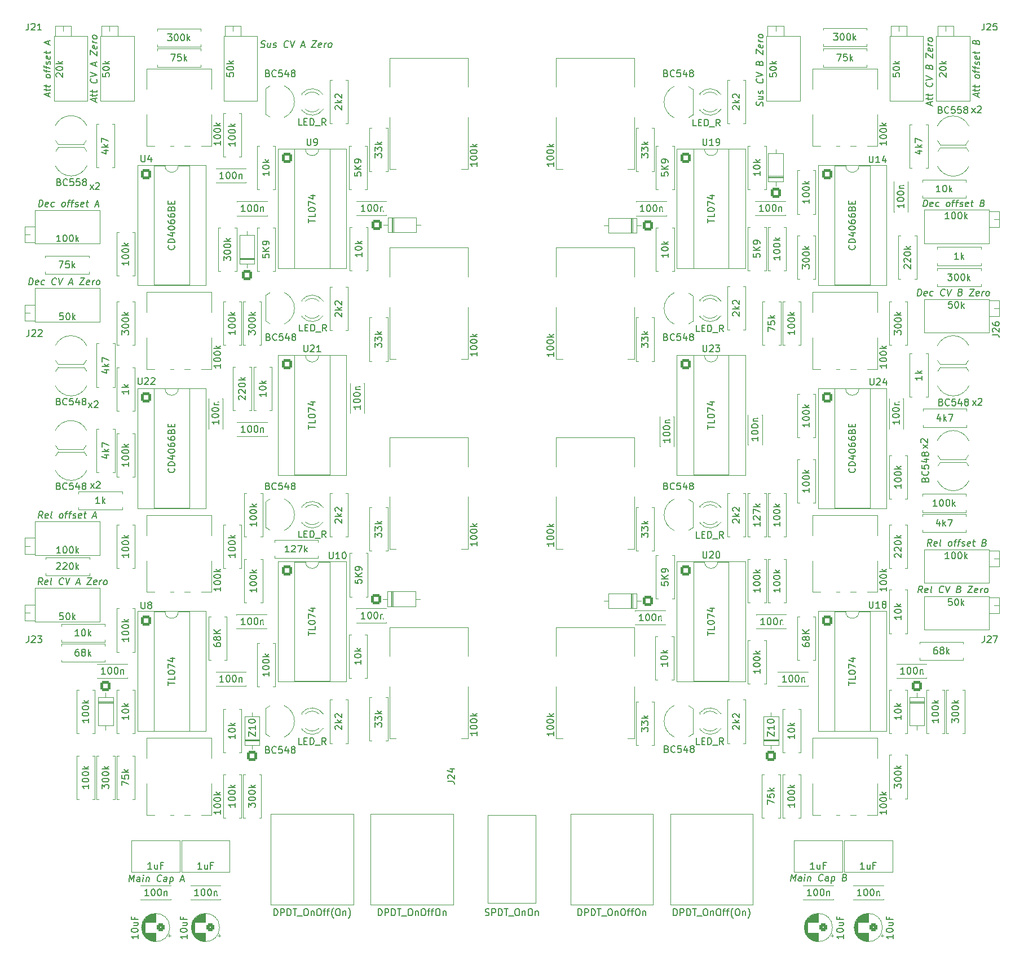
<source format=gto>
%TF.GenerationSoftware,KiCad,Pcbnew,9.0.4*%
%TF.CreationDate,2025-10-03T19:31:02+02:00*%
%TF.ProjectId,DMH_VCEG_PCB_2,444d485f-5643-4454-975f-5043425f322e,1*%
%TF.SameCoordinates,Original*%
%TF.FileFunction,Legend,Top*%
%TF.FilePolarity,Positive*%
%FSLAX46Y46*%
G04 Gerber Fmt 4.6, Leading zero omitted, Abs format (unit mm)*
G04 Created by KiCad (PCBNEW 9.0.4) date 2025-10-03 19:31:02*
%MOMM*%
%LPD*%
G01*
G04 APERTURE LIST*
G04 Aperture macros list*
%AMRoundRect*
0 Rectangle with rounded corners*
0 $1 Rounding radius*
0 $2 $3 $4 $5 $6 $7 $8 $9 X,Y pos of 4 corners*
0 Add a 4 corners polygon primitive as box body*
4,1,4,$2,$3,$4,$5,$6,$7,$8,$9,$2,$3,0*
0 Add four circle primitives for the rounded corners*
1,1,$1+$1,$2,$3*
1,1,$1+$1,$4,$5*
1,1,$1+$1,$6,$7*
1,1,$1+$1,$8,$9*
0 Add four rect primitives between the rounded corners*
20,1,$1+$1,$2,$3,$4,$5,0*
20,1,$1+$1,$4,$5,$6,$7,0*
20,1,$1+$1,$6,$7,$8,$9,0*
20,1,$1+$1,$8,$9,$2,$3,0*%
G04 Aperture macros list end*
%ADD10C,0.150000*%
%ADD11C,0.120000*%
%ADD12C,1.600000*%
%ADD13C,2.800000*%
%ADD14R,1.500000X1.500000*%
%ADD15C,1.500000*%
%ADD16C,1.440000*%
%ADD17RoundRect,0.250000X-0.550000X-0.550000X0.550000X-0.550000X0.550000X0.550000X-0.550000X0.550000X0*%
%ADD18O,2.720000X3.240000*%
%ADD19R,1.800000X1.800000*%
%ADD20C,1.800000*%
%ADD21RoundRect,0.250000X0.350000X0.350000X-0.350000X0.350000X-0.350000X-0.350000X0.350000X-0.350000X0*%
%ADD22C,1.200000*%
%ADD23O,4.000000X4.200000*%
%ADD24RoundRect,0.250000X0.550000X-0.550000X0.550000X0.550000X-0.550000X0.550000X-0.550000X-0.550000X0*%
%ADD25RoundRect,0.250000X-0.550000X0.550000X-0.550000X-0.550000X0.550000X-0.550000X0.550000X0.550000X0*%
%ADD26RoundRect,0.250000X0.550000X0.550000X-0.550000X0.550000X-0.550000X-0.550000X0.550000X-0.550000X0*%
%ADD27R,1.700000X1.700000*%
%ADD28C,1.700000*%
G04 APERTURE END LIST*
D10*
X162369819Y-106758458D02*
X161703152Y-106234649D01*
X161703152Y-106758458D02*
X162369819Y-106234649D01*
X161465057Y-105901315D02*
X161417438Y-105853696D01*
X161417438Y-105853696D02*
X161369819Y-105758458D01*
X161369819Y-105758458D02*
X161369819Y-105520363D01*
X161369819Y-105520363D02*
X161417438Y-105425125D01*
X161417438Y-105425125D02*
X161465057Y-105377506D01*
X161465057Y-105377506D02*
X161560295Y-105329887D01*
X161560295Y-105329887D02*
X161655533Y-105329887D01*
X161655533Y-105329887D02*
X161798390Y-105377506D01*
X161798390Y-105377506D02*
X162369819Y-105948934D01*
X162369819Y-105948934D02*
X162369819Y-105329887D01*
X169141541Y-100269819D02*
X169665350Y-99603152D01*
X169141541Y-99603152D02*
X169665350Y-100269819D01*
X169998684Y-99365057D02*
X170046303Y-99317438D01*
X170046303Y-99317438D02*
X170141541Y-99269819D01*
X170141541Y-99269819D02*
X170379636Y-99269819D01*
X170379636Y-99269819D02*
X170474874Y-99317438D01*
X170474874Y-99317438D02*
X170522493Y-99365057D01*
X170522493Y-99365057D02*
X170570112Y-99460295D01*
X170570112Y-99460295D02*
X170570112Y-99555533D01*
X170570112Y-99555533D02*
X170522493Y-99698390D01*
X170522493Y-99698390D02*
X169951065Y-100269819D01*
X169951065Y-100269819D02*
X170570112Y-100269819D01*
X169041541Y-56369819D02*
X169565350Y-55703152D01*
X169041541Y-55703152D02*
X169565350Y-56369819D01*
X169898684Y-55465057D02*
X169946303Y-55417438D01*
X169946303Y-55417438D02*
X170041541Y-55369819D01*
X170041541Y-55369819D02*
X170279636Y-55369819D01*
X170279636Y-55369819D02*
X170374874Y-55417438D01*
X170374874Y-55417438D02*
X170422493Y-55465057D01*
X170422493Y-55465057D02*
X170470112Y-55560295D01*
X170470112Y-55560295D02*
X170470112Y-55655533D01*
X170470112Y-55655533D02*
X170422493Y-55798390D01*
X170422493Y-55798390D02*
X169851065Y-56369819D01*
X169851065Y-56369819D02*
X170470112Y-56369819D01*
X36641541Y-67869819D02*
X37165350Y-67203152D01*
X36641541Y-67203152D02*
X37165350Y-67869819D01*
X37498684Y-66965057D02*
X37546303Y-66917438D01*
X37546303Y-66917438D02*
X37641541Y-66869819D01*
X37641541Y-66869819D02*
X37879636Y-66869819D01*
X37879636Y-66869819D02*
X37974874Y-66917438D01*
X37974874Y-66917438D02*
X38022493Y-66965057D01*
X38022493Y-66965057D02*
X38070112Y-67060295D01*
X38070112Y-67060295D02*
X38070112Y-67155533D01*
X38070112Y-67155533D02*
X38022493Y-67298390D01*
X38022493Y-67298390D02*
X37451065Y-67869819D01*
X37451065Y-67869819D02*
X38070112Y-67869819D01*
X36441541Y-100669819D02*
X36965350Y-100003152D01*
X36441541Y-100003152D02*
X36965350Y-100669819D01*
X37298684Y-99765057D02*
X37346303Y-99717438D01*
X37346303Y-99717438D02*
X37441541Y-99669819D01*
X37441541Y-99669819D02*
X37679636Y-99669819D01*
X37679636Y-99669819D02*
X37774874Y-99717438D01*
X37774874Y-99717438D02*
X37822493Y-99765057D01*
X37822493Y-99765057D02*
X37870112Y-99860295D01*
X37870112Y-99860295D02*
X37870112Y-99955533D01*
X37870112Y-99955533D02*
X37822493Y-100098390D01*
X37822493Y-100098390D02*
X37251065Y-100669819D01*
X37251065Y-100669819D02*
X37870112Y-100669819D01*
X36741541Y-112769819D02*
X37265350Y-112103152D01*
X36741541Y-112103152D02*
X37265350Y-112769819D01*
X37598684Y-111865057D02*
X37646303Y-111817438D01*
X37646303Y-111817438D02*
X37741541Y-111769819D01*
X37741541Y-111769819D02*
X37979636Y-111769819D01*
X37979636Y-111769819D02*
X38074874Y-111817438D01*
X38074874Y-111817438D02*
X38122493Y-111865057D01*
X38122493Y-111865057D02*
X38170112Y-111960295D01*
X38170112Y-111960295D02*
X38170112Y-112055533D01*
X38170112Y-112055533D02*
X38122493Y-112198390D01*
X38122493Y-112198390D02*
X37551065Y-112769819D01*
X37551065Y-112769819D02*
X38170112Y-112769819D01*
X136254819Y-77538095D02*
X136254819Y-78014285D01*
X136254819Y-78014285D02*
X136731009Y-78061904D01*
X136731009Y-78061904D02*
X136683390Y-78014285D01*
X136683390Y-78014285D02*
X136635771Y-77919047D01*
X136635771Y-77919047D02*
X136635771Y-77680952D01*
X136635771Y-77680952D02*
X136683390Y-77585714D01*
X136683390Y-77585714D02*
X136731009Y-77538095D01*
X136731009Y-77538095D02*
X136826247Y-77490476D01*
X136826247Y-77490476D02*
X137064342Y-77490476D01*
X137064342Y-77490476D02*
X137159580Y-77538095D01*
X137159580Y-77538095D02*
X137207200Y-77585714D01*
X137207200Y-77585714D02*
X137254819Y-77680952D01*
X137254819Y-77680952D02*
X137254819Y-77919047D01*
X137254819Y-77919047D02*
X137207200Y-78014285D01*
X137207200Y-78014285D02*
X137159580Y-78061904D01*
X137254819Y-77061904D02*
X136254819Y-77061904D01*
X137254819Y-76490476D02*
X136683390Y-76919047D01*
X136254819Y-76490476D02*
X136826247Y-77061904D01*
X137254819Y-76014285D02*
X137254819Y-75823809D01*
X137254819Y-75823809D02*
X137207200Y-75728571D01*
X137207200Y-75728571D02*
X137159580Y-75680952D01*
X137159580Y-75680952D02*
X137016723Y-75585714D01*
X137016723Y-75585714D02*
X136826247Y-75538095D01*
X136826247Y-75538095D02*
X136445295Y-75538095D01*
X136445295Y-75538095D02*
X136350057Y-75585714D01*
X136350057Y-75585714D02*
X136302438Y-75633333D01*
X136302438Y-75633333D02*
X136254819Y-75728571D01*
X136254819Y-75728571D02*
X136254819Y-75919047D01*
X136254819Y-75919047D02*
X136302438Y-76014285D01*
X136302438Y-76014285D02*
X136350057Y-76061904D01*
X136350057Y-76061904D02*
X136445295Y-76109523D01*
X136445295Y-76109523D02*
X136683390Y-76109523D01*
X136683390Y-76109523D02*
X136778628Y-76061904D01*
X136778628Y-76061904D02*
X136826247Y-76014285D01*
X136826247Y-76014285D02*
X136873866Y-75919047D01*
X136873866Y-75919047D02*
X136873866Y-75728571D01*
X136873866Y-75728571D02*
X136826247Y-75633333D01*
X136826247Y-75633333D02*
X136778628Y-75585714D01*
X136778628Y-75585714D02*
X136683390Y-75538095D01*
X63554819Y-65195238D02*
X63554819Y-65766666D01*
X63554819Y-65480952D02*
X62554819Y-65480952D01*
X62554819Y-65480952D02*
X62697676Y-65576190D01*
X62697676Y-65576190D02*
X62792914Y-65671428D01*
X62792914Y-65671428D02*
X62840533Y-65766666D01*
X62554819Y-64576190D02*
X62554819Y-64480952D01*
X62554819Y-64480952D02*
X62602438Y-64385714D01*
X62602438Y-64385714D02*
X62650057Y-64338095D01*
X62650057Y-64338095D02*
X62745295Y-64290476D01*
X62745295Y-64290476D02*
X62935771Y-64242857D01*
X62935771Y-64242857D02*
X63173866Y-64242857D01*
X63173866Y-64242857D02*
X63364342Y-64290476D01*
X63364342Y-64290476D02*
X63459580Y-64338095D01*
X63459580Y-64338095D02*
X63507200Y-64385714D01*
X63507200Y-64385714D02*
X63554819Y-64480952D01*
X63554819Y-64480952D02*
X63554819Y-64576190D01*
X63554819Y-64576190D02*
X63507200Y-64671428D01*
X63507200Y-64671428D02*
X63459580Y-64719047D01*
X63459580Y-64719047D02*
X63364342Y-64766666D01*
X63364342Y-64766666D02*
X63173866Y-64814285D01*
X63173866Y-64814285D02*
X62935771Y-64814285D01*
X62935771Y-64814285D02*
X62745295Y-64766666D01*
X62745295Y-64766666D02*
X62650057Y-64719047D01*
X62650057Y-64719047D02*
X62602438Y-64671428D01*
X62602438Y-64671428D02*
X62554819Y-64576190D01*
X63554819Y-63814285D02*
X62554819Y-63814285D01*
X63173866Y-63719047D02*
X63554819Y-63433333D01*
X62888152Y-63433333D02*
X63269104Y-63814285D01*
X109928571Y-176954819D02*
X109928571Y-175954819D01*
X109928571Y-175954819D02*
X110166666Y-175954819D01*
X110166666Y-175954819D02*
X110309523Y-176002438D01*
X110309523Y-176002438D02*
X110404761Y-176097676D01*
X110404761Y-176097676D02*
X110452380Y-176192914D01*
X110452380Y-176192914D02*
X110499999Y-176383390D01*
X110499999Y-176383390D02*
X110499999Y-176526247D01*
X110499999Y-176526247D02*
X110452380Y-176716723D01*
X110452380Y-176716723D02*
X110404761Y-176811961D01*
X110404761Y-176811961D02*
X110309523Y-176907200D01*
X110309523Y-176907200D02*
X110166666Y-176954819D01*
X110166666Y-176954819D02*
X109928571Y-176954819D01*
X110928571Y-176954819D02*
X110928571Y-175954819D01*
X110928571Y-175954819D02*
X111309523Y-175954819D01*
X111309523Y-175954819D02*
X111404761Y-176002438D01*
X111404761Y-176002438D02*
X111452380Y-176050057D01*
X111452380Y-176050057D02*
X111499999Y-176145295D01*
X111499999Y-176145295D02*
X111499999Y-176288152D01*
X111499999Y-176288152D02*
X111452380Y-176383390D01*
X111452380Y-176383390D02*
X111404761Y-176431009D01*
X111404761Y-176431009D02*
X111309523Y-176478628D01*
X111309523Y-176478628D02*
X110928571Y-176478628D01*
X111928571Y-176954819D02*
X111928571Y-175954819D01*
X111928571Y-175954819D02*
X112166666Y-175954819D01*
X112166666Y-175954819D02*
X112309523Y-176002438D01*
X112309523Y-176002438D02*
X112404761Y-176097676D01*
X112404761Y-176097676D02*
X112452380Y-176192914D01*
X112452380Y-176192914D02*
X112499999Y-176383390D01*
X112499999Y-176383390D02*
X112499999Y-176526247D01*
X112499999Y-176526247D02*
X112452380Y-176716723D01*
X112452380Y-176716723D02*
X112404761Y-176811961D01*
X112404761Y-176811961D02*
X112309523Y-176907200D01*
X112309523Y-176907200D02*
X112166666Y-176954819D01*
X112166666Y-176954819D02*
X111928571Y-176954819D01*
X112785714Y-175954819D02*
X113357142Y-175954819D01*
X113071428Y-176954819D02*
X113071428Y-175954819D01*
X113452381Y-177050057D02*
X114214285Y-177050057D01*
X114642857Y-175954819D02*
X114833333Y-175954819D01*
X114833333Y-175954819D02*
X114928571Y-176002438D01*
X114928571Y-176002438D02*
X115023809Y-176097676D01*
X115023809Y-176097676D02*
X115071428Y-176288152D01*
X115071428Y-176288152D02*
X115071428Y-176621485D01*
X115071428Y-176621485D02*
X115023809Y-176811961D01*
X115023809Y-176811961D02*
X114928571Y-176907200D01*
X114928571Y-176907200D02*
X114833333Y-176954819D01*
X114833333Y-176954819D02*
X114642857Y-176954819D01*
X114642857Y-176954819D02*
X114547619Y-176907200D01*
X114547619Y-176907200D02*
X114452381Y-176811961D01*
X114452381Y-176811961D02*
X114404762Y-176621485D01*
X114404762Y-176621485D02*
X114404762Y-176288152D01*
X114404762Y-176288152D02*
X114452381Y-176097676D01*
X114452381Y-176097676D02*
X114547619Y-176002438D01*
X114547619Y-176002438D02*
X114642857Y-175954819D01*
X115500000Y-176288152D02*
X115500000Y-176954819D01*
X115500000Y-176383390D02*
X115547619Y-176335771D01*
X115547619Y-176335771D02*
X115642857Y-176288152D01*
X115642857Y-176288152D02*
X115785714Y-176288152D01*
X115785714Y-176288152D02*
X115880952Y-176335771D01*
X115880952Y-176335771D02*
X115928571Y-176431009D01*
X115928571Y-176431009D02*
X115928571Y-176954819D01*
X116595238Y-175954819D02*
X116785714Y-175954819D01*
X116785714Y-175954819D02*
X116880952Y-176002438D01*
X116880952Y-176002438D02*
X116976190Y-176097676D01*
X116976190Y-176097676D02*
X117023809Y-176288152D01*
X117023809Y-176288152D02*
X117023809Y-176621485D01*
X117023809Y-176621485D02*
X116976190Y-176811961D01*
X116976190Y-176811961D02*
X116880952Y-176907200D01*
X116880952Y-176907200D02*
X116785714Y-176954819D01*
X116785714Y-176954819D02*
X116595238Y-176954819D01*
X116595238Y-176954819D02*
X116500000Y-176907200D01*
X116500000Y-176907200D02*
X116404762Y-176811961D01*
X116404762Y-176811961D02*
X116357143Y-176621485D01*
X116357143Y-176621485D02*
X116357143Y-176288152D01*
X116357143Y-176288152D02*
X116404762Y-176097676D01*
X116404762Y-176097676D02*
X116500000Y-176002438D01*
X116500000Y-176002438D02*
X116595238Y-175954819D01*
X117309524Y-176288152D02*
X117690476Y-176288152D01*
X117452381Y-176954819D02*
X117452381Y-176097676D01*
X117452381Y-176097676D02*
X117500000Y-176002438D01*
X117500000Y-176002438D02*
X117595238Y-175954819D01*
X117595238Y-175954819D02*
X117690476Y-175954819D01*
X117880953Y-176288152D02*
X118261905Y-176288152D01*
X118023810Y-176954819D02*
X118023810Y-176097676D01*
X118023810Y-176097676D02*
X118071429Y-176002438D01*
X118071429Y-176002438D02*
X118166667Y-175954819D01*
X118166667Y-175954819D02*
X118261905Y-175954819D01*
X118785715Y-175954819D02*
X118976191Y-175954819D01*
X118976191Y-175954819D02*
X119071429Y-176002438D01*
X119071429Y-176002438D02*
X119166667Y-176097676D01*
X119166667Y-176097676D02*
X119214286Y-176288152D01*
X119214286Y-176288152D02*
X119214286Y-176621485D01*
X119214286Y-176621485D02*
X119166667Y-176811961D01*
X119166667Y-176811961D02*
X119071429Y-176907200D01*
X119071429Y-176907200D02*
X118976191Y-176954819D01*
X118976191Y-176954819D02*
X118785715Y-176954819D01*
X118785715Y-176954819D02*
X118690477Y-176907200D01*
X118690477Y-176907200D02*
X118595239Y-176811961D01*
X118595239Y-176811961D02*
X118547620Y-176621485D01*
X118547620Y-176621485D02*
X118547620Y-176288152D01*
X118547620Y-176288152D02*
X118595239Y-176097676D01*
X118595239Y-176097676D02*
X118690477Y-176002438D01*
X118690477Y-176002438D02*
X118785715Y-175954819D01*
X119642858Y-176288152D02*
X119642858Y-176954819D01*
X119642858Y-176383390D02*
X119690477Y-176335771D01*
X119690477Y-176335771D02*
X119785715Y-176288152D01*
X119785715Y-176288152D02*
X119928572Y-176288152D01*
X119928572Y-176288152D02*
X120023810Y-176335771D01*
X120023810Y-176335771D02*
X120071429Y-176431009D01*
X120071429Y-176431009D02*
X120071429Y-176954819D01*
X144654819Y-112771428D02*
X144654819Y-113342856D01*
X144654819Y-113057142D02*
X143654819Y-113057142D01*
X143654819Y-113057142D02*
X143797676Y-113152380D01*
X143797676Y-113152380D02*
X143892914Y-113247618D01*
X143892914Y-113247618D02*
X143940533Y-113342856D01*
X143654819Y-112152380D02*
X143654819Y-112057142D01*
X143654819Y-112057142D02*
X143702438Y-111961904D01*
X143702438Y-111961904D02*
X143750057Y-111914285D01*
X143750057Y-111914285D02*
X143845295Y-111866666D01*
X143845295Y-111866666D02*
X144035771Y-111819047D01*
X144035771Y-111819047D02*
X144273866Y-111819047D01*
X144273866Y-111819047D02*
X144464342Y-111866666D01*
X144464342Y-111866666D02*
X144559580Y-111914285D01*
X144559580Y-111914285D02*
X144607200Y-111961904D01*
X144607200Y-111961904D02*
X144654819Y-112057142D01*
X144654819Y-112057142D02*
X144654819Y-112152380D01*
X144654819Y-112152380D02*
X144607200Y-112247618D01*
X144607200Y-112247618D02*
X144559580Y-112295237D01*
X144559580Y-112295237D02*
X144464342Y-112342856D01*
X144464342Y-112342856D02*
X144273866Y-112390475D01*
X144273866Y-112390475D02*
X144035771Y-112390475D01*
X144035771Y-112390475D02*
X143845295Y-112342856D01*
X143845295Y-112342856D02*
X143750057Y-112295237D01*
X143750057Y-112295237D02*
X143702438Y-112247618D01*
X143702438Y-112247618D02*
X143654819Y-112152380D01*
X143654819Y-111199999D02*
X143654819Y-111104761D01*
X143654819Y-111104761D02*
X143702438Y-111009523D01*
X143702438Y-111009523D02*
X143750057Y-110961904D01*
X143750057Y-110961904D02*
X143845295Y-110914285D01*
X143845295Y-110914285D02*
X144035771Y-110866666D01*
X144035771Y-110866666D02*
X144273866Y-110866666D01*
X144273866Y-110866666D02*
X144464342Y-110914285D01*
X144464342Y-110914285D02*
X144559580Y-110961904D01*
X144559580Y-110961904D02*
X144607200Y-111009523D01*
X144607200Y-111009523D02*
X144654819Y-111104761D01*
X144654819Y-111104761D02*
X144654819Y-111199999D01*
X144654819Y-111199999D02*
X144607200Y-111295237D01*
X144607200Y-111295237D02*
X144559580Y-111342856D01*
X144559580Y-111342856D02*
X144464342Y-111390475D01*
X144464342Y-111390475D02*
X144273866Y-111438094D01*
X144273866Y-111438094D02*
X144035771Y-111438094D01*
X144035771Y-111438094D02*
X143845295Y-111390475D01*
X143845295Y-111390475D02*
X143750057Y-111342856D01*
X143750057Y-111342856D02*
X143702438Y-111295237D01*
X143702438Y-111295237D02*
X143654819Y-111199999D01*
X144654819Y-110438094D02*
X143654819Y-110438094D01*
X144273866Y-110342856D02*
X144654819Y-110057142D01*
X143988152Y-110057142D02*
X144369104Y-110438094D01*
X137752380Y-71154819D02*
X137180952Y-71154819D01*
X137466666Y-71154819D02*
X137466666Y-70154819D01*
X137466666Y-70154819D02*
X137371428Y-70297676D01*
X137371428Y-70297676D02*
X137276190Y-70392914D01*
X137276190Y-70392914D02*
X137180952Y-70440533D01*
X138371428Y-70154819D02*
X138466666Y-70154819D01*
X138466666Y-70154819D02*
X138561904Y-70202438D01*
X138561904Y-70202438D02*
X138609523Y-70250057D01*
X138609523Y-70250057D02*
X138657142Y-70345295D01*
X138657142Y-70345295D02*
X138704761Y-70535771D01*
X138704761Y-70535771D02*
X138704761Y-70773866D01*
X138704761Y-70773866D02*
X138657142Y-70964342D01*
X138657142Y-70964342D02*
X138609523Y-71059580D01*
X138609523Y-71059580D02*
X138561904Y-71107200D01*
X138561904Y-71107200D02*
X138466666Y-71154819D01*
X138466666Y-71154819D02*
X138371428Y-71154819D01*
X138371428Y-71154819D02*
X138276190Y-71107200D01*
X138276190Y-71107200D02*
X138228571Y-71059580D01*
X138228571Y-71059580D02*
X138180952Y-70964342D01*
X138180952Y-70964342D02*
X138133333Y-70773866D01*
X138133333Y-70773866D02*
X138133333Y-70535771D01*
X138133333Y-70535771D02*
X138180952Y-70345295D01*
X138180952Y-70345295D02*
X138228571Y-70250057D01*
X138228571Y-70250057D02*
X138276190Y-70202438D01*
X138276190Y-70202438D02*
X138371428Y-70154819D01*
X139323809Y-70154819D02*
X139419047Y-70154819D01*
X139419047Y-70154819D02*
X139514285Y-70202438D01*
X139514285Y-70202438D02*
X139561904Y-70250057D01*
X139561904Y-70250057D02*
X139609523Y-70345295D01*
X139609523Y-70345295D02*
X139657142Y-70535771D01*
X139657142Y-70535771D02*
X139657142Y-70773866D01*
X139657142Y-70773866D02*
X139609523Y-70964342D01*
X139609523Y-70964342D02*
X139561904Y-71059580D01*
X139561904Y-71059580D02*
X139514285Y-71107200D01*
X139514285Y-71107200D02*
X139419047Y-71154819D01*
X139419047Y-71154819D02*
X139323809Y-71154819D01*
X139323809Y-71154819D02*
X139228571Y-71107200D01*
X139228571Y-71107200D02*
X139180952Y-71059580D01*
X139180952Y-71059580D02*
X139133333Y-70964342D01*
X139133333Y-70964342D02*
X139085714Y-70773866D01*
X139085714Y-70773866D02*
X139085714Y-70535771D01*
X139085714Y-70535771D02*
X139133333Y-70345295D01*
X139133333Y-70345295D02*
X139180952Y-70250057D01*
X139180952Y-70250057D02*
X139228571Y-70202438D01*
X139228571Y-70202438D02*
X139323809Y-70154819D01*
X140085714Y-70488152D02*
X140085714Y-71154819D01*
X140085714Y-70583390D02*
X140133333Y-70535771D01*
X140133333Y-70535771D02*
X140228571Y-70488152D01*
X140228571Y-70488152D02*
X140371428Y-70488152D01*
X140371428Y-70488152D02*
X140466666Y-70535771D01*
X140466666Y-70535771D02*
X140514285Y-70631009D01*
X140514285Y-70631009D02*
X140514285Y-71154819D01*
X141323809Y-70631009D02*
X140990476Y-70631009D01*
X140990476Y-71154819D02*
X140990476Y-70154819D01*
X140990476Y-70154819D02*
X141466666Y-70154819D01*
X41454819Y-89690475D02*
X41454819Y-89071428D01*
X41454819Y-89071428D02*
X41835771Y-89404761D01*
X41835771Y-89404761D02*
X41835771Y-89261904D01*
X41835771Y-89261904D02*
X41883390Y-89166666D01*
X41883390Y-89166666D02*
X41931009Y-89119047D01*
X41931009Y-89119047D02*
X42026247Y-89071428D01*
X42026247Y-89071428D02*
X42264342Y-89071428D01*
X42264342Y-89071428D02*
X42359580Y-89119047D01*
X42359580Y-89119047D02*
X42407200Y-89166666D01*
X42407200Y-89166666D02*
X42454819Y-89261904D01*
X42454819Y-89261904D02*
X42454819Y-89547618D01*
X42454819Y-89547618D02*
X42407200Y-89642856D01*
X42407200Y-89642856D02*
X42359580Y-89690475D01*
X41454819Y-88452380D02*
X41454819Y-88357142D01*
X41454819Y-88357142D02*
X41502438Y-88261904D01*
X41502438Y-88261904D02*
X41550057Y-88214285D01*
X41550057Y-88214285D02*
X41645295Y-88166666D01*
X41645295Y-88166666D02*
X41835771Y-88119047D01*
X41835771Y-88119047D02*
X42073866Y-88119047D01*
X42073866Y-88119047D02*
X42264342Y-88166666D01*
X42264342Y-88166666D02*
X42359580Y-88214285D01*
X42359580Y-88214285D02*
X42407200Y-88261904D01*
X42407200Y-88261904D02*
X42454819Y-88357142D01*
X42454819Y-88357142D02*
X42454819Y-88452380D01*
X42454819Y-88452380D02*
X42407200Y-88547618D01*
X42407200Y-88547618D02*
X42359580Y-88595237D01*
X42359580Y-88595237D02*
X42264342Y-88642856D01*
X42264342Y-88642856D02*
X42073866Y-88690475D01*
X42073866Y-88690475D02*
X41835771Y-88690475D01*
X41835771Y-88690475D02*
X41645295Y-88642856D01*
X41645295Y-88642856D02*
X41550057Y-88595237D01*
X41550057Y-88595237D02*
X41502438Y-88547618D01*
X41502438Y-88547618D02*
X41454819Y-88452380D01*
X41454819Y-87499999D02*
X41454819Y-87404761D01*
X41454819Y-87404761D02*
X41502438Y-87309523D01*
X41502438Y-87309523D02*
X41550057Y-87261904D01*
X41550057Y-87261904D02*
X41645295Y-87214285D01*
X41645295Y-87214285D02*
X41835771Y-87166666D01*
X41835771Y-87166666D02*
X42073866Y-87166666D01*
X42073866Y-87166666D02*
X42264342Y-87214285D01*
X42264342Y-87214285D02*
X42359580Y-87261904D01*
X42359580Y-87261904D02*
X42407200Y-87309523D01*
X42407200Y-87309523D02*
X42454819Y-87404761D01*
X42454819Y-87404761D02*
X42454819Y-87499999D01*
X42454819Y-87499999D02*
X42407200Y-87595237D01*
X42407200Y-87595237D02*
X42359580Y-87642856D01*
X42359580Y-87642856D02*
X42264342Y-87690475D01*
X42264342Y-87690475D02*
X42073866Y-87738094D01*
X42073866Y-87738094D02*
X41835771Y-87738094D01*
X41835771Y-87738094D02*
X41645295Y-87690475D01*
X41645295Y-87690475D02*
X41550057Y-87642856D01*
X41550057Y-87642856D02*
X41502438Y-87595237D01*
X41502438Y-87595237D02*
X41454819Y-87499999D01*
X42454819Y-86738094D02*
X41454819Y-86738094D01*
X42073866Y-86642856D02*
X42454819Y-86357142D01*
X41788152Y-86357142D02*
X42169104Y-86738094D01*
X143654819Y-79790475D02*
X143654819Y-79171428D01*
X143654819Y-79171428D02*
X144035771Y-79504761D01*
X144035771Y-79504761D02*
X144035771Y-79361904D01*
X144035771Y-79361904D02*
X144083390Y-79266666D01*
X144083390Y-79266666D02*
X144131009Y-79219047D01*
X144131009Y-79219047D02*
X144226247Y-79171428D01*
X144226247Y-79171428D02*
X144464342Y-79171428D01*
X144464342Y-79171428D02*
X144559580Y-79219047D01*
X144559580Y-79219047D02*
X144607200Y-79266666D01*
X144607200Y-79266666D02*
X144654819Y-79361904D01*
X144654819Y-79361904D02*
X144654819Y-79647618D01*
X144654819Y-79647618D02*
X144607200Y-79742856D01*
X144607200Y-79742856D02*
X144559580Y-79790475D01*
X143654819Y-78552380D02*
X143654819Y-78457142D01*
X143654819Y-78457142D02*
X143702438Y-78361904D01*
X143702438Y-78361904D02*
X143750057Y-78314285D01*
X143750057Y-78314285D02*
X143845295Y-78266666D01*
X143845295Y-78266666D02*
X144035771Y-78219047D01*
X144035771Y-78219047D02*
X144273866Y-78219047D01*
X144273866Y-78219047D02*
X144464342Y-78266666D01*
X144464342Y-78266666D02*
X144559580Y-78314285D01*
X144559580Y-78314285D02*
X144607200Y-78361904D01*
X144607200Y-78361904D02*
X144654819Y-78457142D01*
X144654819Y-78457142D02*
X144654819Y-78552380D01*
X144654819Y-78552380D02*
X144607200Y-78647618D01*
X144607200Y-78647618D02*
X144559580Y-78695237D01*
X144559580Y-78695237D02*
X144464342Y-78742856D01*
X144464342Y-78742856D02*
X144273866Y-78790475D01*
X144273866Y-78790475D02*
X144035771Y-78790475D01*
X144035771Y-78790475D02*
X143845295Y-78742856D01*
X143845295Y-78742856D02*
X143750057Y-78695237D01*
X143750057Y-78695237D02*
X143702438Y-78647618D01*
X143702438Y-78647618D02*
X143654819Y-78552380D01*
X143654819Y-77599999D02*
X143654819Y-77504761D01*
X143654819Y-77504761D02*
X143702438Y-77409523D01*
X143702438Y-77409523D02*
X143750057Y-77361904D01*
X143750057Y-77361904D02*
X143845295Y-77314285D01*
X143845295Y-77314285D02*
X144035771Y-77266666D01*
X144035771Y-77266666D02*
X144273866Y-77266666D01*
X144273866Y-77266666D02*
X144464342Y-77314285D01*
X144464342Y-77314285D02*
X144559580Y-77361904D01*
X144559580Y-77361904D02*
X144607200Y-77409523D01*
X144607200Y-77409523D02*
X144654819Y-77504761D01*
X144654819Y-77504761D02*
X144654819Y-77599999D01*
X144654819Y-77599999D02*
X144607200Y-77695237D01*
X144607200Y-77695237D02*
X144559580Y-77742856D01*
X144559580Y-77742856D02*
X144464342Y-77790475D01*
X144464342Y-77790475D02*
X144273866Y-77838094D01*
X144273866Y-77838094D02*
X144035771Y-77838094D01*
X144035771Y-77838094D02*
X143845295Y-77790475D01*
X143845295Y-77790475D02*
X143750057Y-77742856D01*
X143750057Y-77742856D02*
X143702438Y-77695237D01*
X143702438Y-77695237D02*
X143654819Y-77599999D01*
X144654819Y-76838094D02*
X143654819Y-76838094D01*
X144273866Y-76742856D02*
X144654819Y-76457142D01*
X143988152Y-76457142D02*
X144369104Y-76838094D01*
X63342857Y-152031009D02*
X63485714Y-152078628D01*
X63485714Y-152078628D02*
X63533333Y-152126247D01*
X63533333Y-152126247D02*
X63580952Y-152221485D01*
X63580952Y-152221485D02*
X63580952Y-152364342D01*
X63580952Y-152364342D02*
X63533333Y-152459580D01*
X63533333Y-152459580D02*
X63485714Y-152507200D01*
X63485714Y-152507200D02*
X63390476Y-152554819D01*
X63390476Y-152554819D02*
X63009524Y-152554819D01*
X63009524Y-152554819D02*
X63009524Y-151554819D01*
X63009524Y-151554819D02*
X63342857Y-151554819D01*
X63342857Y-151554819D02*
X63438095Y-151602438D01*
X63438095Y-151602438D02*
X63485714Y-151650057D01*
X63485714Y-151650057D02*
X63533333Y-151745295D01*
X63533333Y-151745295D02*
X63533333Y-151840533D01*
X63533333Y-151840533D02*
X63485714Y-151935771D01*
X63485714Y-151935771D02*
X63438095Y-151983390D01*
X63438095Y-151983390D02*
X63342857Y-152031009D01*
X63342857Y-152031009D02*
X63009524Y-152031009D01*
X64580952Y-152459580D02*
X64533333Y-152507200D01*
X64533333Y-152507200D02*
X64390476Y-152554819D01*
X64390476Y-152554819D02*
X64295238Y-152554819D01*
X64295238Y-152554819D02*
X64152381Y-152507200D01*
X64152381Y-152507200D02*
X64057143Y-152411961D01*
X64057143Y-152411961D02*
X64009524Y-152316723D01*
X64009524Y-152316723D02*
X63961905Y-152126247D01*
X63961905Y-152126247D02*
X63961905Y-151983390D01*
X63961905Y-151983390D02*
X64009524Y-151792914D01*
X64009524Y-151792914D02*
X64057143Y-151697676D01*
X64057143Y-151697676D02*
X64152381Y-151602438D01*
X64152381Y-151602438D02*
X64295238Y-151554819D01*
X64295238Y-151554819D02*
X64390476Y-151554819D01*
X64390476Y-151554819D02*
X64533333Y-151602438D01*
X64533333Y-151602438D02*
X64580952Y-151650057D01*
X65485714Y-151554819D02*
X65009524Y-151554819D01*
X65009524Y-151554819D02*
X64961905Y-152031009D01*
X64961905Y-152031009D02*
X65009524Y-151983390D01*
X65009524Y-151983390D02*
X65104762Y-151935771D01*
X65104762Y-151935771D02*
X65342857Y-151935771D01*
X65342857Y-151935771D02*
X65438095Y-151983390D01*
X65438095Y-151983390D02*
X65485714Y-152031009D01*
X65485714Y-152031009D02*
X65533333Y-152126247D01*
X65533333Y-152126247D02*
X65533333Y-152364342D01*
X65533333Y-152364342D02*
X65485714Y-152459580D01*
X65485714Y-152459580D02*
X65438095Y-152507200D01*
X65438095Y-152507200D02*
X65342857Y-152554819D01*
X65342857Y-152554819D02*
X65104762Y-152554819D01*
X65104762Y-152554819D02*
X65009524Y-152507200D01*
X65009524Y-152507200D02*
X64961905Y-152459580D01*
X66390476Y-151888152D02*
X66390476Y-152554819D01*
X66152381Y-151507200D02*
X65914286Y-152221485D01*
X65914286Y-152221485D02*
X66533333Y-152221485D01*
X67057143Y-151983390D02*
X66961905Y-151935771D01*
X66961905Y-151935771D02*
X66914286Y-151888152D01*
X66914286Y-151888152D02*
X66866667Y-151792914D01*
X66866667Y-151792914D02*
X66866667Y-151745295D01*
X66866667Y-151745295D02*
X66914286Y-151650057D01*
X66914286Y-151650057D02*
X66961905Y-151602438D01*
X66961905Y-151602438D02*
X67057143Y-151554819D01*
X67057143Y-151554819D02*
X67247619Y-151554819D01*
X67247619Y-151554819D02*
X67342857Y-151602438D01*
X67342857Y-151602438D02*
X67390476Y-151650057D01*
X67390476Y-151650057D02*
X67438095Y-151745295D01*
X67438095Y-151745295D02*
X67438095Y-151792914D01*
X67438095Y-151792914D02*
X67390476Y-151888152D01*
X67390476Y-151888152D02*
X67342857Y-151935771D01*
X67342857Y-151935771D02*
X67247619Y-151983390D01*
X67247619Y-151983390D02*
X67057143Y-151983390D01*
X67057143Y-151983390D02*
X66961905Y-152031009D01*
X66961905Y-152031009D02*
X66914286Y-152078628D01*
X66914286Y-152078628D02*
X66866667Y-152173866D01*
X66866667Y-152173866D02*
X66866667Y-152364342D01*
X66866667Y-152364342D02*
X66914286Y-152459580D01*
X66914286Y-152459580D02*
X66961905Y-152507200D01*
X66961905Y-152507200D02*
X67057143Y-152554819D01*
X67057143Y-152554819D02*
X67247619Y-152554819D01*
X67247619Y-152554819D02*
X67342857Y-152507200D01*
X67342857Y-152507200D02*
X67390476Y-152459580D01*
X67390476Y-152459580D02*
X67438095Y-152364342D01*
X67438095Y-152364342D02*
X67438095Y-152173866D01*
X67438095Y-152173866D02*
X67390476Y-152078628D01*
X67390476Y-152078628D02*
X67342857Y-152031009D01*
X67342857Y-152031009D02*
X67247619Y-151983390D01*
X73550057Y-117966666D02*
X73502438Y-117919047D01*
X73502438Y-117919047D02*
X73454819Y-117823809D01*
X73454819Y-117823809D02*
X73454819Y-117585714D01*
X73454819Y-117585714D02*
X73502438Y-117490476D01*
X73502438Y-117490476D02*
X73550057Y-117442857D01*
X73550057Y-117442857D02*
X73645295Y-117395238D01*
X73645295Y-117395238D02*
X73740533Y-117395238D01*
X73740533Y-117395238D02*
X73883390Y-117442857D01*
X73883390Y-117442857D02*
X74454819Y-118014285D01*
X74454819Y-118014285D02*
X74454819Y-117395238D01*
X74454819Y-116966666D02*
X73454819Y-116966666D01*
X74073866Y-116871428D02*
X74454819Y-116585714D01*
X73788152Y-116585714D02*
X74169104Y-116966666D01*
X73550057Y-116204761D02*
X73502438Y-116157142D01*
X73502438Y-116157142D02*
X73454819Y-116061904D01*
X73454819Y-116061904D02*
X73454819Y-115823809D01*
X73454819Y-115823809D02*
X73502438Y-115728571D01*
X73502438Y-115728571D02*
X73550057Y-115680952D01*
X73550057Y-115680952D02*
X73645295Y-115633333D01*
X73645295Y-115633333D02*
X73740533Y-115633333D01*
X73740533Y-115633333D02*
X73883390Y-115680952D01*
X73883390Y-115680952D02*
X74454819Y-116252380D01*
X74454819Y-116252380D02*
X74454819Y-115633333D01*
X158854819Y-70047619D02*
X158854819Y-70619047D01*
X158854819Y-70333333D02*
X157854819Y-70333333D01*
X157854819Y-70333333D02*
X157997676Y-70428571D01*
X157997676Y-70428571D02*
X158092914Y-70523809D01*
X158092914Y-70523809D02*
X158140533Y-70619047D01*
X157854819Y-69428571D02*
X157854819Y-69333333D01*
X157854819Y-69333333D02*
X157902438Y-69238095D01*
X157902438Y-69238095D02*
X157950057Y-69190476D01*
X157950057Y-69190476D02*
X158045295Y-69142857D01*
X158045295Y-69142857D02*
X158235771Y-69095238D01*
X158235771Y-69095238D02*
X158473866Y-69095238D01*
X158473866Y-69095238D02*
X158664342Y-69142857D01*
X158664342Y-69142857D02*
X158759580Y-69190476D01*
X158759580Y-69190476D02*
X158807200Y-69238095D01*
X158807200Y-69238095D02*
X158854819Y-69333333D01*
X158854819Y-69333333D02*
X158854819Y-69428571D01*
X158854819Y-69428571D02*
X158807200Y-69523809D01*
X158807200Y-69523809D02*
X158759580Y-69571428D01*
X158759580Y-69571428D02*
X158664342Y-69619047D01*
X158664342Y-69619047D02*
X158473866Y-69666666D01*
X158473866Y-69666666D02*
X158235771Y-69666666D01*
X158235771Y-69666666D02*
X158045295Y-69619047D01*
X158045295Y-69619047D02*
X157950057Y-69571428D01*
X157950057Y-69571428D02*
X157902438Y-69523809D01*
X157902438Y-69523809D02*
X157854819Y-69428571D01*
X157854819Y-68476190D02*
X157854819Y-68380952D01*
X157854819Y-68380952D02*
X157902438Y-68285714D01*
X157902438Y-68285714D02*
X157950057Y-68238095D01*
X157950057Y-68238095D02*
X158045295Y-68190476D01*
X158045295Y-68190476D02*
X158235771Y-68142857D01*
X158235771Y-68142857D02*
X158473866Y-68142857D01*
X158473866Y-68142857D02*
X158664342Y-68190476D01*
X158664342Y-68190476D02*
X158759580Y-68238095D01*
X158759580Y-68238095D02*
X158807200Y-68285714D01*
X158807200Y-68285714D02*
X158854819Y-68380952D01*
X158854819Y-68380952D02*
X158854819Y-68476190D01*
X158854819Y-68476190D02*
X158807200Y-68571428D01*
X158807200Y-68571428D02*
X158759580Y-68619047D01*
X158759580Y-68619047D02*
X158664342Y-68666666D01*
X158664342Y-68666666D02*
X158473866Y-68714285D01*
X158473866Y-68714285D02*
X158235771Y-68714285D01*
X158235771Y-68714285D02*
X158045295Y-68666666D01*
X158045295Y-68666666D02*
X157950057Y-68619047D01*
X157950057Y-68619047D02*
X157902438Y-68571428D01*
X157902438Y-68571428D02*
X157854819Y-68476190D01*
X158188152Y-67714285D02*
X158854819Y-67714285D01*
X158283390Y-67714285D02*
X158235771Y-67666666D01*
X158235771Y-67666666D02*
X158188152Y-67571428D01*
X158188152Y-67571428D02*
X158188152Y-67428571D01*
X158188152Y-67428571D02*
X158235771Y-67333333D01*
X158235771Y-67333333D02*
X158331009Y-67285714D01*
X158331009Y-67285714D02*
X158854819Y-67285714D01*
X158331009Y-66476190D02*
X158331009Y-66809523D01*
X158854819Y-66809523D02*
X157854819Y-66809523D01*
X157854819Y-66809523D02*
X157854819Y-66333333D01*
X31942857Y-112431009D02*
X32085714Y-112478628D01*
X32085714Y-112478628D02*
X32133333Y-112526247D01*
X32133333Y-112526247D02*
X32180952Y-112621485D01*
X32180952Y-112621485D02*
X32180952Y-112764342D01*
X32180952Y-112764342D02*
X32133333Y-112859580D01*
X32133333Y-112859580D02*
X32085714Y-112907200D01*
X32085714Y-112907200D02*
X31990476Y-112954819D01*
X31990476Y-112954819D02*
X31609524Y-112954819D01*
X31609524Y-112954819D02*
X31609524Y-111954819D01*
X31609524Y-111954819D02*
X31942857Y-111954819D01*
X31942857Y-111954819D02*
X32038095Y-112002438D01*
X32038095Y-112002438D02*
X32085714Y-112050057D01*
X32085714Y-112050057D02*
X32133333Y-112145295D01*
X32133333Y-112145295D02*
X32133333Y-112240533D01*
X32133333Y-112240533D02*
X32085714Y-112335771D01*
X32085714Y-112335771D02*
X32038095Y-112383390D01*
X32038095Y-112383390D02*
X31942857Y-112431009D01*
X31942857Y-112431009D02*
X31609524Y-112431009D01*
X33180952Y-112859580D02*
X33133333Y-112907200D01*
X33133333Y-112907200D02*
X32990476Y-112954819D01*
X32990476Y-112954819D02*
X32895238Y-112954819D01*
X32895238Y-112954819D02*
X32752381Y-112907200D01*
X32752381Y-112907200D02*
X32657143Y-112811961D01*
X32657143Y-112811961D02*
X32609524Y-112716723D01*
X32609524Y-112716723D02*
X32561905Y-112526247D01*
X32561905Y-112526247D02*
X32561905Y-112383390D01*
X32561905Y-112383390D02*
X32609524Y-112192914D01*
X32609524Y-112192914D02*
X32657143Y-112097676D01*
X32657143Y-112097676D02*
X32752381Y-112002438D01*
X32752381Y-112002438D02*
X32895238Y-111954819D01*
X32895238Y-111954819D02*
X32990476Y-111954819D01*
X32990476Y-111954819D02*
X33133333Y-112002438D01*
X33133333Y-112002438D02*
X33180952Y-112050057D01*
X34085714Y-111954819D02*
X33609524Y-111954819D01*
X33609524Y-111954819D02*
X33561905Y-112431009D01*
X33561905Y-112431009D02*
X33609524Y-112383390D01*
X33609524Y-112383390D02*
X33704762Y-112335771D01*
X33704762Y-112335771D02*
X33942857Y-112335771D01*
X33942857Y-112335771D02*
X34038095Y-112383390D01*
X34038095Y-112383390D02*
X34085714Y-112431009D01*
X34085714Y-112431009D02*
X34133333Y-112526247D01*
X34133333Y-112526247D02*
X34133333Y-112764342D01*
X34133333Y-112764342D02*
X34085714Y-112859580D01*
X34085714Y-112859580D02*
X34038095Y-112907200D01*
X34038095Y-112907200D02*
X33942857Y-112954819D01*
X33942857Y-112954819D02*
X33704762Y-112954819D01*
X33704762Y-112954819D02*
X33609524Y-112907200D01*
X33609524Y-112907200D02*
X33561905Y-112859580D01*
X34990476Y-112288152D02*
X34990476Y-112954819D01*
X34752381Y-111907200D02*
X34514286Y-112621485D01*
X34514286Y-112621485D02*
X35133333Y-112621485D01*
X35657143Y-112383390D02*
X35561905Y-112335771D01*
X35561905Y-112335771D02*
X35514286Y-112288152D01*
X35514286Y-112288152D02*
X35466667Y-112192914D01*
X35466667Y-112192914D02*
X35466667Y-112145295D01*
X35466667Y-112145295D02*
X35514286Y-112050057D01*
X35514286Y-112050057D02*
X35561905Y-112002438D01*
X35561905Y-112002438D02*
X35657143Y-111954819D01*
X35657143Y-111954819D02*
X35847619Y-111954819D01*
X35847619Y-111954819D02*
X35942857Y-112002438D01*
X35942857Y-112002438D02*
X35990476Y-112050057D01*
X35990476Y-112050057D02*
X36038095Y-112145295D01*
X36038095Y-112145295D02*
X36038095Y-112192914D01*
X36038095Y-112192914D02*
X35990476Y-112288152D01*
X35990476Y-112288152D02*
X35942857Y-112335771D01*
X35942857Y-112335771D02*
X35847619Y-112383390D01*
X35847619Y-112383390D02*
X35657143Y-112383390D01*
X35657143Y-112383390D02*
X35561905Y-112431009D01*
X35561905Y-112431009D02*
X35514286Y-112478628D01*
X35514286Y-112478628D02*
X35466667Y-112573866D01*
X35466667Y-112573866D02*
X35466667Y-112764342D01*
X35466667Y-112764342D02*
X35514286Y-112859580D01*
X35514286Y-112859580D02*
X35561905Y-112907200D01*
X35561905Y-112907200D02*
X35657143Y-112954819D01*
X35657143Y-112954819D02*
X35847619Y-112954819D01*
X35847619Y-112954819D02*
X35942857Y-112907200D01*
X35942857Y-112907200D02*
X35990476Y-112859580D01*
X35990476Y-112859580D02*
X36038095Y-112764342D01*
X36038095Y-112764342D02*
X36038095Y-112573866D01*
X36038095Y-112573866D02*
X35990476Y-112478628D01*
X35990476Y-112478628D02*
X35942857Y-112431009D01*
X35942857Y-112431009D02*
X35847619Y-112383390D01*
X38554819Y-50432857D02*
X38554819Y-50909047D01*
X38554819Y-50909047D02*
X39031009Y-50956666D01*
X39031009Y-50956666D02*
X38983390Y-50909047D01*
X38983390Y-50909047D02*
X38935771Y-50813809D01*
X38935771Y-50813809D02*
X38935771Y-50575714D01*
X38935771Y-50575714D02*
X38983390Y-50480476D01*
X38983390Y-50480476D02*
X39031009Y-50432857D01*
X39031009Y-50432857D02*
X39126247Y-50385238D01*
X39126247Y-50385238D02*
X39364342Y-50385238D01*
X39364342Y-50385238D02*
X39459580Y-50432857D01*
X39459580Y-50432857D02*
X39507200Y-50480476D01*
X39507200Y-50480476D02*
X39554819Y-50575714D01*
X39554819Y-50575714D02*
X39554819Y-50813809D01*
X39554819Y-50813809D02*
X39507200Y-50909047D01*
X39507200Y-50909047D02*
X39459580Y-50956666D01*
X38554819Y-49766190D02*
X38554819Y-49670952D01*
X38554819Y-49670952D02*
X38602438Y-49575714D01*
X38602438Y-49575714D02*
X38650057Y-49528095D01*
X38650057Y-49528095D02*
X38745295Y-49480476D01*
X38745295Y-49480476D02*
X38935771Y-49432857D01*
X38935771Y-49432857D02*
X39173866Y-49432857D01*
X39173866Y-49432857D02*
X39364342Y-49480476D01*
X39364342Y-49480476D02*
X39459580Y-49528095D01*
X39459580Y-49528095D02*
X39507200Y-49575714D01*
X39507200Y-49575714D02*
X39554819Y-49670952D01*
X39554819Y-49670952D02*
X39554819Y-49766190D01*
X39554819Y-49766190D02*
X39507200Y-49861428D01*
X39507200Y-49861428D02*
X39459580Y-49909047D01*
X39459580Y-49909047D02*
X39364342Y-49956666D01*
X39364342Y-49956666D02*
X39173866Y-50004285D01*
X39173866Y-50004285D02*
X38935771Y-50004285D01*
X38935771Y-50004285D02*
X38745295Y-49956666D01*
X38745295Y-49956666D02*
X38650057Y-49909047D01*
X38650057Y-49909047D02*
X38602438Y-49861428D01*
X38602438Y-49861428D02*
X38554819Y-49766190D01*
X39554819Y-49004285D02*
X38554819Y-49004285D01*
X39173866Y-48909047D02*
X39554819Y-48623333D01*
X38888152Y-48623333D02*
X39269104Y-49004285D01*
X37419104Y-54696429D02*
X37419104Y-54220239D01*
X37704819Y-54827382D02*
X36704819Y-54369048D01*
X36704819Y-54369048D02*
X37704819Y-54160715D01*
X37038152Y-53886905D02*
X37038152Y-53505953D01*
X36704819Y-53702382D02*
X37561961Y-53809525D01*
X37561961Y-53809525D02*
X37657200Y-53773810D01*
X37657200Y-53773810D02*
X37704819Y-53684525D01*
X37704819Y-53684525D02*
X37704819Y-53589286D01*
X37038152Y-53315476D02*
X37038152Y-52934524D01*
X36704819Y-53130953D02*
X37561961Y-53238096D01*
X37561961Y-53238096D02*
X37657200Y-53202381D01*
X37657200Y-53202381D02*
X37704819Y-53113096D01*
X37704819Y-53113096D02*
X37704819Y-53017857D01*
X37609580Y-51339285D02*
X37657200Y-51392857D01*
X37657200Y-51392857D02*
X37704819Y-51541666D01*
X37704819Y-51541666D02*
X37704819Y-51636904D01*
X37704819Y-51636904D02*
X37657200Y-51773809D01*
X37657200Y-51773809D02*
X37561961Y-51857142D01*
X37561961Y-51857142D02*
X37466723Y-51892857D01*
X37466723Y-51892857D02*
X37276247Y-51916666D01*
X37276247Y-51916666D02*
X37133390Y-51898809D01*
X37133390Y-51898809D02*
X36942914Y-51827381D01*
X36942914Y-51827381D02*
X36847676Y-51767857D01*
X36847676Y-51767857D02*
X36752438Y-51660714D01*
X36752438Y-51660714D02*
X36704819Y-51511904D01*
X36704819Y-51511904D02*
X36704819Y-51416666D01*
X36704819Y-51416666D02*
X36752438Y-51279762D01*
X36752438Y-51279762D02*
X36800057Y-51238095D01*
X36704819Y-50940476D02*
X37704819Y-50732142D01*
X37704819Y-50732142D02*
X36704819Y-50273809D01*
X37419104Y-49315475D02*
X37419104Y-48839285D01*
X37704819Y-49446428D02*
X36704819Y-48988094D01*
X36704819Y-48988094D02*
X37704819Y-48779761D01*
X36704819Y-47654761D02*
X36704819Y-46988094D01*
X36704819Y-46988094D02*
X37704819Y-47779761D01*
X37704819Y-47779761D02*
X37704819Y-47113094D01*
X37657200Y-46345237D02*
X37704819Y-46446427D01*
X37704819Y-46446427D02*
X37704819Y-46636904D01*
X37704819Y-46636904D02*
X37657200Y-46726189D01*
X37657200Y-46726189D02*
X37561961Y-46761904D01*
X37561961Y-46761904D02*
X37181009Y-46714285D01*
X37181009Y-46714285D02*
X37085771Y-46654761D01*
X37085771Y-46654761D02*
X37038152Y-46553570D01*
X37038152Y-46553570D02*
X37038152Y-46363094D01*
X37038152Y-46363094D02*
X37085771Y-46273808D01*
X37085771Y-46273808D02*
X37181009Y-46238094D01*
X37181009Y-46238094D02*
X37276247Y-46249999D01*
X37276247Y-46249999D02*
X37371485Y-46738094D01*
X37704819Y-45874999D02*
X37038152Y-45791665D01*
X37228628Y-45815475D02*
X37133390Y-45755951D01*
X37133390Y-45755951D02*
X37085771Y-45702380D01*
X37085771Y-45702380D02*
X37038152Y-45601189D01*
X37038152Y-45601189D02*
X37038152Y-45505951D01*
X37704819Y-45113094D02*
X37657200Y-45202379D01*
X37657200Y-45202379D02*
X37609580Y-45244046D01*
X37609580Y-45244046D02*
X37514342Y-45279760D01*
X37514342Y-45279760D02*
X37228628Y-45244046D01*
X37228628Y-45244046D02*
X37133390Y-45184522D01*
X37133390Y-45184522D02*
X37085771Y-45130951D01*
X37085771Y-45130951D02*
X37038152Y-45029760D01*
X37038152Y-45029760D02*
X37038152Y-44886903D01*
X37038152Y-44886903D02*
X37085771Y-44797617D01*
X37085771Y-44797617D02*
X37133390Y-44755951D01*
X37133390Y-44755951D02*
X37228628Y-44720236D01*
X37228628Y-44720236D02*
X37514342Y-44755951D01*
X37514342Y-44755951D02*
X37609580Y-44815474D01*
X37609580Y-44815474D02*
X37657200Y-44869046D01*
X37657200Y-44869046D02*
X37704819Y-44970236D01*
X37704819Y-44970236D02*
X37704819Y-45113094D01*
X32002857Y-66781009D02*
X32145714Y-66828628D01*
X32145714Y-66828628D02*
X32193333Y-66876247D01*
X32193333Y-66876247D02*
X32240952Y-66971485D01*
X32240952Y-66971485D02*
X32240952Y-67114342D01*
X32240952Y-67114342D02*
X32193333Y-67209580D01*
X32193333Y-67209580D02*
X32145714Y-67257200D01*
X32145714Y-67257200D02*
X32050476Y-67304819D01*
X32050476Y-67304819D02*
X31669524Y-67304819D01*
X31669524Y-67304819D02*
X31669524Y-66304819D01*
X31669524Y-66304819D02*
X32002857Y-66304819D01*
X32002857Y-66304819D02*
X32098095Y-66352438D01*
X32098095Y-66352438D02*
X32145714Y-66400057D01*
X32145714Y-66400057D02*
X32193333Y-66495295D01*
X32193333Y-66495295D02*
X32193333Y-66590533D01*
X32193333Y-66590533D02*
X32145714Y-66685771D01*
X32145714Y-66685771D02*
X32098095Y-66733390D01*
X32098095Y-66733390D02*
X32002857Y-66781009D01*
X32002857Y-66781009D02*
X31669524Y-66781009D01*
X33240952Y-67209580D02*
X33193333Y-67257200D01*
X33193333Y-67257200D02*
X33050476Y-67304819D01*
X33050476Y-67304819D02*
X32955238Y-67304819D01*
X32955238Y-67304819D02*
X32812381Y-67257200D01*
X32812381Y-67257200D02*
X32717143Y-67161961D01*
X32717143Y-67161961D02*
X32669524Y-67066723D01*
X32669524Y-67066723D02*
X32621905Y-66876247D01*
X32621905Y-66876247D02*
X32621905Y-66733390D01*
X32621905Y-66733390D02*
X32669524Y-66542914D01*
X32669524Y-66542914D02*
X32717143Y-66447676D01*
X32717143Y-66447676D02*
X32812381Y-66352438D01*
X32812381Y-66352438D02*
X32955238Y-66304819D01*
X32955238Y-66304819D02*
X33050476Y-66304819D01*
X33050476Y-66304819D02*
X33193333Y-66352438D01*
X33193333Y-66352438D02*
X33240952Y-66400057D01*
X34145714Y-66304819D02*
X33669524Y-66304819D01*
X33669524Y-66304819D02*
X33621905Y-66781009D01*
X33621905Y-66781009D02*
X33669524Y-66733390D01*
X33669524Y-66733390D02*
X33764762Y-66685771D01*
X33764762Y-66685771D02*
X34002857Y-66685771D01*
X34002857Y-66685771D02*
X34098095Y-66733390D01*
X34098095Y-66733390D02*
X34145714Y-66781009D01*
X34145714Y-66781009D02*
X34193333Y-66876247D01*
X34193333Y-66876247D02*
X34193333Y-67114342D01*
X34193333Y-67114342D02*
X34145714Y-67209580D01*
X34145714Y-67209580D02*
X34098095Y-67257200D01*
X34098095Y-67257200D02*
X34002857Y-67304819D01*
X34002857Y-67304819D02*
X33764762Y-67304819D01*
X33764762Y-67304819D02*
X33669524Y-67257200D01*
X33669524Y-67257200D02*
X33621905Y-67209580D01*
X35098095Y-66304819D02*
X34621905Y-66304819D01*
X34621905Y-66304819D02*
X34574286Y-66781009D01*
X34574286Y-66781009D02*
X34621905Y-66733390D01*
X34621905Y-66733390D02*
X34717143Y-66685771D01*
X34717143Y-66685771D02*
X34955238Y-66685771D01*
X34955238Y-66685771D02*
X35050476Y-66733390D01*
X35050476Y-66733390D02*
X35098095Y-66781009D01*
X35098095Y-66781009D02*
X35145714Y-66876247D01*
X35145714Y-66876247D02*
X35145714Y-67114342D01*
X35145714Y-67114342D02*
X35098095Y-67209580D01*
X35098095Y-67209580D02*
X35050476Y-67257200D01*
X35050476Y-67257200D02*
X34955238Y-67304819D01*
X34955238Y-67304819D02*
X34717143Y-67304819D01*
X34717143Y-67304819D02*
X34621905Y-67257200D01*
X34621905Y-67257200D02*
X34574286Y-67209580D01*
X35717143Y-66733390D02*
X35621905Y-66685771D01*
X35621905Y-66685771D02*
X35574286Y-66638152D01*
X35574286Y-66638152D02*
X35526667Y-66542914D01*
X35526667Y-66542914D02*
X35526667Y-66495295D01*
X35526667Y-66495295D02*
X35574286Y-66400057D01*
X35574286Y-66400057D02*
X35621905Y-66352438D01*
X35621905Y-66352438D02*
X35717143Y-66304819D01*
X35717143Y-66304819D02*
X35907619Y-66304819D01*
X35907619Y-66304819D02*
X36002857Y-66352438D01*
X36002857Y-66352438D02*
X36050476Y-66400057D01*
X36050476Y-66400057D02*
X36098095Y-66495295D01*
X36098095Y-66495295D02*
X36098095Y-66542914D01*
X36098095Y-66542914D02*
X36050476Y-66638152D01*
X36050476Y-66638152D02*
X36002857Y-66685771D01*
X36002857Y-66685771D02*
X35907619Y-66733390D01*
X35907619Y-66733390D02*
X35717143Y-66733390D01*
X35717143Y-66733390D02*
X35621905Y-66781009D01*
X35621905Y-66781009D02*
X35574286Y-66828628D01*
X35574286Y-66828628D02*
X35526667Y-66923866D01*
X35526667Y-66923866D02*
X35526667Y-67114342D01*
X35526667Y-67114342D02*
X35574286Y-67209580D01*
X35574286Y-67209580D02*
X35621905Y-67257200D01*
X35621905Y-67257200D02*
X35717143Y-67304819D01*
X35717143Y-67304819D02*
X35907619Y-67304819D01*
X35907619Y-67304819D02*
X36002857Y-67257200D01*
X36002857Y-67257200D02*
X36050476Y-67209580D01*
X36050476Y-67209580D02*
X36098095Y-67114342D01*
X36098095Y-67114342D02*
X36098095Y-66923866D01*
X36098095Y-66923866D02*
X36050476Y-66828628D01*
X36050476Y-66828628D02*
X36002857Y-66781009D01*
X36002857Y-66781009D02*
X35907619Y-66733390D01*
X164342857Y-55931009D02*
X164485714Y-55978628D01*
X164485714Y-55978628D02*
X164533333Y-56026247D01*
X164533333Y-56026247D02*
X164580952Y-56121485D01*
X164580952Y-56121485D02*
X164580952Y-56264342D01*
X164580952Y-56264342D02*
X164533333Y-56359580D01*
X164533333Y-56359580D02*
X164485714Y-56407200D01*
X164485714Y-56407200D02*
X164390476Y-56454819D01*
X164390476Y-56454819D02*
X164009524Y-56454819D01*
X164009524Y-56454819D02*
X164009524Y-55454819D01*
X164009524Y-55454819D02*
X164342857Y-55454819D01*
X164342857Y-55454819D02*
X164438095Y-55502438D01*
X164438095Y-55502438D02*
X164485714Y-55550057D01*
X164485714Y-55550057D02*
X164533333Y-55645295D01*
X164533333Y-55645295D02*
X164533333Y-55740533D01*
X164533333Y-55740533D02*
X164485714Y-55835771D01*
X164485714Y-55835771D02*
X164438095Y-55883390D01*
X164438095Y-55883390D02*
X164342857Y-55931009D01*
X164342857Y-55931009D02*
X164009524Y-55931009D01*
X165580952Y-56359580D02*
X165533333Y-56407200D01*
X165533333Y-56407200D02*
X165390476Y-56454819D01*
X165390476Y-56454819D02*
X165295238Y-56454819D01*
X165295238Y-56454819D02*
X165152381Y-56407200D01*
X165152381Y-56407200D02*
X165057143Y-56311961D01*
X165057143Y-56311961D02*
X165009524Y-56216723D01*
X165009524Y-56216723D02*
X164961905Y-56026247D01*
X164961905Y-56026247D02*
X164961905Y-55883390D01*
X164961905Y-55883390D02*
X165009524Y-55692914D01*
X165009524Y-55692914D02*
X165057143Y-55597676D01*
X165057143Y-55597676D02*
X165152381Y-55502438D01*
X165152381Y-55502438D02*
X165295238Y-55454819D01*
X165295238Y-55454819D02*
X165390476Y-55454819D01*
X165390476Y-55454819D02*
X165533333Y-55502438D01*
X165533333Y-55502438D02*
X165580952Y-55550057D01*
X166485714Y-55454819D02*
X166009524Y-55454819D01*
X166009524Y-55454819D02*
X165961905Y-55931009D01*
X165961905Y-55931009D02*
X166009524Y-55883390D01*
X166009524Y-55883390D02*
X166104762Y-55835771D01*
X166104762Y-55835771D02*
X166342857Y-55835771D01*
X166342857Y-55835771D02*
X166438095Y-55883390D01*
X166438095Y-55883390D02*
X166485714Y-55931009D01*
X166485714Y-55931009D02*
X166533333Y-56026247D01*
X166533333Y-56026247D02*
X166533333Y-56264342D01*
X166533333Y-56264342D02*
X166485714Y-56359580D01*
X166485714Y-56359580D02*
X166438095Y-56407200D01*
X166438095Y-56407200D02*
X166342857Y-56454819D01*
X166342857Y-56454819D02*
X166104762Y-56454819D01*
X166104762Y-56454819D02*
X166009524Y-56407200D01*
X166009524Y-56407200D02*
X165961905Y-56359580D01*
X167438095Y-55454819D02*
X166961905Y-55454819D01*
X166961905Y-55454819D02*
X166914286Y-55931009D01*
X166914286Y-55931009D02*
X166961905Y-55883390D01*
X166961905Y-55883390D02*
X167057143Y-55835771D01*
X167057143Y-55835771D02*
X167295238Y-55835771D01*
X167295238Y-55835771D02*
X167390476Y-55883390D01*
X167390476Y-55883390D02*
X167438095Y-55931009D01*
X167438095Y-55931009D02*
X167485714Y-56026247D01*
X167485714Y-56026247D02*
X167485714Y-56264342D01*
X167485714Y-56264342D02*
X167438095Y-56359580D01*
X167438095Y-56359580D02*
X167390476Y-56407200D01*
X167390476Y-56407200D02*
X167295238Y-56454819D01*
X167295238Y-56454819D02*
X167057143Y-56454819D01*
X167057143Y-56454819D02*
X166961905Y-56407200D01*
X166961905Y-56407200D02*
X166914286Y-56359580D01*
X168057143Y-55883390D02*
X167961905Y-55835771D01*
X167961905Y-55835771D02*
X167914286Y-55788152D01*
X167914286Y-55788152D02*
X167866667Y-55692914D01*
X167866667Y-55692914D02*
X167866667Y-55645295D01*
X167866667Y-55645295D02*
X167914286Y-55550057D01*
X167914286Y-55550057D02*
X167961905Y-55502438D01*
X167961905Y-55502438D02*
X168057143Y-55454819D01*
X168057143Y-55454819D02*
X168247619Y-55454819D01*
X168247619Y-55454819D02*
X168342857Y-55502438D01*
X168342857Y-55502438D02*
X168390476Y-55550057D01*
X168390476Y-55550057D02*
X168438095Y-55645295D01*
X168438095Y-55645295D02*
X168438095Y-55692914D01*
X168438095Y-55692914D02*
X168390476Y-55788152D01*
X168390476Y-55788152D02*
X168342857Y-55835771D01*
X168342857Y-55835771D02*
X168247619Y-55883390D01*
X168247619Y-55883390D02*
X168057143Y-55883390D01*
X168057143Y-55883390D02*
X167961905Y-55931009D01*
X167961905Y-55931009D02*
X167914286Y-55978628D01*
X167914286Y-55978628D02*
X167866667Y-56073866D01*
X167866667Y-56073866D02*
X167866667Y-56264342D01*
X167866667Y-56264342D02*
X167914286Y-56359580D01*
X167914286Y-56359580D02*
X167961905Y-56407200D01*
X167961905Y-56407200D02*
X168057143Y-56454819D01*
X168057143Y-56454819D02*
X168247619Y-56454819D01*
X168247619Y-56454819D02*
X168342857Y-56407200D01*
X168342857Y-56407200D02*
X168390476Y-56359580D01*
X168390476Y-56359580D02*
X168438095Y-56264342D01*
X168438095Y-56264342D02*
X168438095Y-56073866D01*
X168438095Y-56073866D02*
X168390476Y-55978628D01*
X168390476Y-55978628D02*
X168342857Y-55931009D01*
X168342857Y-55931009D02*
X168247619Y-55883390D01*
X161554819Y-95919047D02*
X161554819Y-96490475D01*
X161554819Y-96204761D02*
X160554819Y-96204761D01*
X160554819Y-96204761D02*
X160697676Y-96299999D01*
X160697676Y-96299999D02*
X160792914Y-96395237D01*
X160792914Y-96395237D02*
X160840533Y-96490475D01*
X161554819Y-95490475D02*
X160554819Y-95490475D01*
X161173866Y-95395237D02*
X161554819Y-95109523D01*
X160888152Y-95109523D02*
X161269104Y-95490475D01*
X142454819Y-149795238D02*
X142454819Y-150366666D01*
X142454819Y-150080952D02*
X141454819Y-150080952D01*
X141454819Y-150080952D02*
X141597676Y-150176190D01*
X141597676Y-150176190D02*
X141692914Y-150271428D01*
X141692914Y-150271428D02*
X141740533Y-150366666D01*
X141454819Y-149176190D02*
X141454819Y-149080952D01*
X141454819Y-149080952D02*
X141502438Y-148985714D01*
X141502438Y-148985714D02*
X141550057Y-148938095D01*
X141550057Y-148938095D02*
X141645295Y-148890476D01*
X141645295Y-148890476D02*
X141835771Y-148842857D01*
X141835771Y-148842857D02*
X142073866Y-148842857D01*
X142073866Y-148842857D02*
X142264342Y-148890476D01*
X142264342Y-148890476D02*
X142359580Y-148938095D01*
X142359580Y-148938095D02*
X142407200Y-148985714D01*
X142407200Y-148985714D02*
X142454819Y-149080952D01*
X142454819Y-149080952D02*
X142454819Y-149176190D01*
X142454819Y-149176190D02*
X142407200Y-149271428D01*
X142407200Y-149271428D02*
X142359580Y-149319047D01*
X142359580Y-149319047D02*
X142264342Y-149366666D01*
X142264342Y-149366666D02*
X142073866Y-149414285D01*
X142073866Y-149414285D02*
X141835771Y-149414285D01*
X141835771Y-149414285D02*
X141645295Y-149366666D01*
X141645295Y-149366666D02*
X141550057Y-149319047D01*
X141550057Y-149319047D02*
X141502438Y-149271428D01*
X141502438Y-149271428D02*
X141454819Y-149176190D01*
X142454819Y-148414285D02*
X141454819Y-148414285D01*
X142073866Y-148319047D02*
X142454819Y-148033333D01*
X141788152Y-148033333D02*
X142169104Y-148414285D01*
X35004761Y-134954819D02*
X34433333Y-134954819D01*
X34719047Y-134954819D02*
X34719047Y-133954819D01*
X34719047Y-133954819D02*
X34623809Y-134097676D01*
X34623809Y-134097676D02*
X34528571Y-134192914D01*
X34528571Y-134192914D02*
X34433333Y-134240533D01*
X35623809Y-133954819D02*
X35719047Y-133954819D01*
X35719047Y-133954819D02*
X35814285Y-134002438D01*
X35814285Y-134002438D02*
X35861904Y-134050057D01*
X35861904Y-134050057D02*
X35909523Y-134145295D01*
X35909523Y-134145295D02*
X35957142Y-134335771D01*
X35957142Y-134335771D02*
X35957142Y-134573866D01*
X35957142Y-134573866D02*
X35909523Y-134764342D01*
X35909523Y-134764342D02*
X35861904Y-134859580D01*
X35861904Y-134859580D02*
X35814285Y-134907200D01*
X35814285Y-134907200D02*
X35719047Y-134954819D01*
X35719047Y-134954819D02*
X35623809Y-134954819D01*
X35623809Y-134954819D02*
X35528571Y-134907200D01*
X35528571Y-134907200D02*
X35480952Y-134859580D01*
X35480952Y-134859580D02*
X35433333Y-134764342D01*
X35433333Y-134764342D02*
X35385714Y-134573866D01*
X35385714Y-134573866D02*
X35385714Y-134335771D01*
X35385714Y-134335771D02*
X35433333Y-134145295D01*
X35433333Y-134145295D02*
X35480952Y-134050057D01*
X35480952Y-134050057D02*
X35528571Y-134002438D01*
X35528571Y-134002438D02*
X35623809Y-133954819D01*
X36385714Y-134954819D02*
X36385714Y-133954819D01*
X36480952Y-134573866D02*
X36766666Y-134954819D01*
X36766666Y-134288152D02*
X36385714Y-134669104D01*
X68761905Y-91259819D02*
X68761905Y-92069342D01*
X68761905Y-92069342D02*
X68809524Y-92164580D01*
X68809524Y-92164580D02*
X68857143Y-92212200D01*
X68857143Y-92212200D02*
X68952381Y-92259819D01*
X68952381Y-92259819D02*
X69142857Y-92259819D01*
X69142857Y-92259819D02*
X69238095Y-92212200D01*
X69238095Y-92212200D02*
X69285714Y-92164580D01*
X69285714Y-92164580D02*
X69333333Y-92069342D01*
X69333333Y-92069342D02*
X69333333Y-91259819D01*
X69761905Y-91355057D02*
X69809524Y-91307438D01*
X69809524Y-91307438D02*
X69904762Y-91259819D01*
X69904762Y-91259819D02*
X70142857Y-91259819D01*
X70142857Y-91259819D02*
X70238095Y-91307438D01*
X70238095Y-91307438D02*
X70285714Y-91355057D01*
X70285714Y-91355057D02*
X70333333Y-91450295D01*
X70333333Y-91450295D02*
X70333333Y-91545533D01*
X70333333Y-91545533D02*
X70285714Y-91688390D01*
X70285714Y-91688390D02*
X69714286Y-92259819D01*
X69714286Y-92259819D02*
X70333333Y-92259819D01*
X71285714Y-92259819D02*
X70714286Y-92259819D01*
X71000000Y-92259819D02*
X71000000Y-91259819D01*
X71000000Y-91259819D02*
X70904762Y-91402676D01*
X70904762Y-91402676D02*
X70809524Y-91497914D01*
X70809524Y-91497914D02*
X70714286Y-91545533D01*
X69449819Y-103874047D02*
X69449819Y-103302619D01*
X70449819Y-103588333D02*
X69449819Y-103588333D01*
X70449819Y-102493095D02*
X70449819Y-102969285D01*
X70449819Y-102969285D02*
X69449819Y-102969285D01*
X69449819Y-101969285D02*
X69449819Y-101874047D01*
X69449819Y-101874047D02*
X69497438Y-101778809D01*
X69497438Y-101778809D02*
X69545057Y-101731190D01*
X69545057Y-101731190D02*
X69640295Y-101683571D01*
X69640295Y-101683571D02*
X69830771Y-101635952D01*
X69830771Y-101635952D02*
X70068866Y-101635952D01*
X70068866Y-101635952D02*
X70259342Y-101683571D01*
X70259342Y-101683571D02*
X70354580Y-101731190D01*
X70354580Y-101731190D02*
X70402200Y-101778809D01*
X70402200Y-101778809D02*
X70449819Y-101874047D01*
X70449819Y-101874047D02*
X70449819Y-101969285D01*
X70449819Y-101969285D02*
X70402200Y-102064523D01*
X70402200Y-102064523D02*
X70354580Y-102112142D01*
X70354580Y-102112142D02*
X70259342Y-102159761D01*
X70259342Y-102159761D02*
X70068866Y-102207380D01*
X70068866Y-102207380D02*
X69830771Y-102207380D01*
X69830771Y-102207380D02*
X69640295Y-102159761D01*
X69640295Y-102159761D02*
X69545057Y-102112142D01*
X69545057Y-102112142D02*
X69497438Y-102064523D01*
X69497438Y-102064523D02*
X69449819Y-101969285D01*
X69449819Y-101302618D02*
X69449819Y-100635952D01*
X69449819Y-100635952D02*
X70449819Y-101064523D01*
X69783152Y-99826428D02*
X70449819Y-99826428D01*
X69402200Y-100064523D02*
X70116485Y-100302618D01*
X70116485Y-100302618D02*
X70116485Y-99683571D01*
X61654819Y-127771428D02*
X61654819Y-128342856D01*
X61654819Y-128057142D02*
X60654819Y-128057142D01*
X60654819Y-128057142D02*
X60797676Y-128152380D01*
X60797676Y-128152380D02*
X60892914Y-128247618D01*
X60892914Y-128247618D02*
X60940533Y-128342856D01*
X60654819Y-127152380D02*
X60654819Y-127057142D01*
X60654819Y-127057142D02*
X60702438Y-126961904D01*
X60702438Y-126961904D02*
X60750057Y-126914285D01*
X60750057Y-126914285D02*
X60845295Y-126866666D01*
X60845295Y-126866666D02*
X61035771Y-126819047D01*
X61035771Y-126819047D02*
X61273866Y-126819047D01*
X61273866Y-126819047D02*
X61464342Y-126866666D01*
X61464342Y-126866666D02*
X61559580Y-126914285D01*
X61559580Y-126914285D02*
X61607200Y-126961904D01*
X61607200Y-126961904D02*
X61654819Y-127057142D01*
X61654819Y-127057142D02*
X61654819Y-127152380D01*
X61654819Y-127152380D02*
X61607200Y-127247618D01*
X61607200Y-127247618D02*
X61559580Y-127295237D01*
X61559580Y-127295237D02*
X61464342Y-127342856D01*
X61464342Y-127342856D02*
X61273866Y-127390475D01*
X61273866Y-127390475D02*
X61035771Y-127390475D01*
X61035771Y-127390475D02*
X60845295Y-127342856D01*
X60845295Y-127342856D02*
X60750057Y-127295237D01*
X60750057Y-127295237D02*
X60702438Y-127247618D01*
X60702438Y-127247618D02*
X60654819Y-127152380D01*
X60654819Y-126199999D02*
X60654819Y-126104761D01*
X60654819Y-126104761D02*
X60702438Y-126009523D01*
X60702438Y-126009523D02*
X60750057Y-125961904D01*
X60750057Y-125961904D02*
X60845295Y-125914285D01*
X60845295Y-125914285D02*
X61035771Y-125866666D01*
X61035771Y-125866666D02*
X61273866Y-125866666D01*
X61273866Y-125866666D02*
X61464342Y-125914285D01*
X61464342Y-125914285D02*
X61559580Y-125961904D01*
X61559580Y-125961904D02*
X61607200Y-126009523D01*
X61607200Y-126009523D02*
X61654819Y-126104761D01*
X61654819Y-126104761D02*
X61654819Y-126199999D01*
X61654819Y-126199999D02*
X61607200Y-126295237D01*
X61607200Y-126295237D02*
X61559580Y-126342856D01*
X61559580Y-126342856D02*
X61464342Y-126390475D01*
X61464342Y-126390475D02*
X61273866Y-126438094D01*
X61273866Y-126438094D02*
X61035771Y-126438094D01*
X61035771Y-126438094D02*
X60845295Y-126390475D01*
X60845295Y-126390475D02*
X60750057Y-126342856D01*
X60750057Y-126342856D02*
X60702438Y-126295237D01*
X60702438Y-126295237D02*
X60654819Y-126199999D01*
X61654819Y-125438094D02*
X60654819Y-125438094D01*
X61273866Y-125342856D02*
X61654819Y-125057142D01*
X60988152Y-125057142D02*
X61369104Y-125438094D01*
X73550057Y-55866666D02*
X73502438Y-55819047D01*
X73502438Y-55819047D02*
X73454819Y-55723809D01*
X73454819Y-55723809D02*
X73454819Y-55485714D01*
X73454819Y-55485714D02*
X73502438Y-55390476D01*
X73502438Y-55390476D02*
X73550057Y-55342857D01*
X73550057Y-55342857D02*
X73645295Y-55295238D01*
X73645295Y-55295238D02*
X73740533Y-55295238D01*
X73740533Y-55295238D02*
X73883390Y-55342857D01*
X73883390Y-55342857D02*
X74454819Y-55914285D01*
X74454819Y-55914285D02*
X74454819Y-55295238D01*
X74454819Y-54866666D02*
X73454819Y-54866666D01*
X74073866Y-54771428D02*
X74454819Y-54485714D01*
X73788152Y-54485714D02*
X74169104Y-54866666D01*
X73550057Y-54104761D02*
X73502438Y-54057142D01*
X73502438Y-54057142D02*
X73454819Y-53961904D01*
X73454819Y-53961904D02*
X73454819Y-53723809D01*
X73454819Y-53723809D02*
X73502438Y-53628571D01*
X73502438Y-53628571D02*
X73550057Y-53580952D01*
X73550057Y-53580952D02*
X73645295Y-53533333D01*
X73645295Y-53533333D02*
X73740533Y-53533333D01*
X73740533Y-53533333D02*
X73883390Y-53580952D01*
X73883390Y-53580952D02*
X74454819Y-54152380D01*
X74454819Y-54152380D02*
X74454819Y-53533333D01*
X63342857Y-50431009D02*
X63485714Y-50478628D01*
X63485714Y-50478628D02*
X63533333Y-50526247D01*
X63533333Y-50526247D02*
X63580952Y-50621485D01*
X63580952Y-50621485D02*
X63580952Y-50764342D01*
X63580952Y-50764342D02*
X63533333Y-50859580D01*
X63533333Y-50859580D02*
X63485714Y-50907200D01*
X63485714Y-50907200D02*
X63390476Y-50954819D01*
X63390476Y-50954819D02*
X63009524Y-50954819D01*
X63009524Y-50954819D02*
X63009524Y-49954819D01*
X63009524Y-49954819D02*
X63342857Y-49954819D01*
X63342857Y-49954819D02*
X63438095Y-50002438D01*
X63438095Y-50002438D02*
X63485714Y-50050057D01*
X63485714Y-50050057D02*
X63533333Y-50145295D01*
X63533333Y-50145295D02*
X63533333Y-50240533D01*
X63533333Y-50240533D02*
X63485714Y-50335771D01*
X63485714Y-50335771D02*
X63438095Y-50383390D01*
X63438095Y-50383390D02*
X63342857Y-50431009D01*
X63342857Y-50431009D02*
X63009524Y-50431009D01*
X64580952Y-50859580D02*
X64533333Y-50907200D01*
X64533333Y-50907200D02*
X64390476Y-50954819D01*
X64390476Y-50954819D02*
X64295238Y-50954819D01*
X64295238Y-50954819D02*
X64152381Y-50907200D01*
X64152381Y-50907200D02*
X64057143Y-50811961D01*
X64057143Y-50811961D02*
X64009524Y-50716723D01*
X64009524Y-50716723D02*
X63961905Y-50526247D01*
X63961905Y-50526247D02*
X63961905Y-50383390D01*
X63961905Y-50383390D02*
X64009524Y-50192914D01*
X64009524Y-50192914D02*
X64057143Y-50097676D01*
X64057143Y-50097676D02*
X64152381Y-50002438D01*
X64152381Y-50002438D02*
X64295238Y-49954819D01*
X64295238Y-49954819D02*
X64390476Y-49954819D01*
X64390476Y-49954819D02*
X64533333Y-50002438D01*
X64533333Y-50002438D02*
X64580952Y-50050057D01*
X65485714Y-49954819D02*
X65009524Y-49954819D01*
X65009524Y-49954819D02*
X64961905Y-50431009D01*
X64961905Y-50431009D02*
X65009524Y-50383390D01*
X65009524Y-50383390D02*
X65104762Y-50335771D01*
X65104762Y-50335771D02*
X65342857Y-50335771D01*
X65342857Y-50335771D02*
X65438095Y-50383390D01*
X65438095Y-50383390D02*
X65485714Y-50431009D01*
X65485714Y-50431009D02*
X65533333Y-50526247D01*
X65533333Y-50526247D02*
X65533333Y-50764342D01*
X65533333Y-50764342D02*
X65485714Y-50859580D01*
X65485714Y-50859580D02*
X65438095Y-50907200D01*
X65438095Y-50907200D02*
X65342857Y-50954819D01*
X65342857Y-50954819D02*
X65104762Y-50954819D01*
X65104762Y-50954819D02*
X65009524Y-50907200D01*
X65009524Y-50907200D02*
X64961905Y-50859580D01*
X66390476Y-50288152D02*
X66390476Y-50954819D01*
X66152381Y-49907200D02*
X65914286Y-50621485D01*
X65914286Y-50621485D02*
X66533333Y-50621485D01*
X67057143Y-50383390D02*
X66961905Y-50335771D01*
X66961905Y-50335771D02*
X66914286Y-50288152D01*
X66914286Y-50288152D02*
X66866667Y-50192914D01*
X66866667Y-50192914D02*
X66866667Y-50145295D01*
X66866667Y-50145295D02*
X66914286Y-50050057D01*
X66914286Y-50050057D02*
X66961905Y-50002438D01*
X66961905Y-50002438D02*
X67057143Y-49954819D01*
X67057143Y-49954819D02*
X67247619Y-49954819D01*
X67247619Y-49954819D02*
X67342857Y-50002438D01*
X67342857Y-50002438D02*
X67390476Y-50050057D01*
X67390476Y-50050057D02*
X67438095Y-50145295D01*
X67438095Y-50145295D02*
X67438095Y-50192914D01*
X67438095Y-50192914D02*
X67390476Y-50288152D01*
X67390476Y-50288152D02*
X67342857Y-50335771D01*
X67342857Y-50335771D02*
X67247619Y-50383390D01*
X67247619Y-50383390D02*
X67057143Y-50383390D01*
X67057143Y-50383390D02*
X66961905Y-50431009D01*
X66961905Y-50431009D02*
X66914286Y-50478628D01*
X66914286Y-50478628D02*
X66866667Y-50573866D01*
X66866667Y-50573866D02*
X66866667Y-50764342D01*
X66866667Y-50764342D02*
X66914286Y-50859580D01*
X66914286Y-50859580D02*
X66961905Y-50907200D01*
X66961905Y-50907200D02*
X67057143Y-50954819D01*
X67057143Y-50954819D02*
X67247619Y-50954819D01*
X67247619Y-50954819D02*
X67342857Y-50907200D01*
X67342857Y-50907200D02*
X67390476Y-50859580D01*
X67390476Y-50859580D02*
X67438095Y-50764342D01*
X67438095Y-50764342D02*
X67438095Y-50573866D01*
X67438095Y-50573866D02*
X67390476Y-50478628D01*
X67390476Y-50478628D02*
X67342857Y-50431009D01*
X67342857Y-50431009D02*
X67247619Y-50383390D01*
X137952380Y-133254819D02*
X137380952Y-133254819D01*
X137666666Y-133254819D02*
X137666666Y-132254819D01*
X137666666Y-132254819D02*
X137571428Y-132397676D01*
X137571428Y-132397676D02*
X137476190Y-132492914D01*
X137476190Y-132492914D02*
X137380952Y-132540533D01*
X138571428Y-132254819D02*
X138666666Y-132254819D01*
X138666666Y-132254819D02*
X138761904Y-132302438D01*
X138761904Y-132302438D02*
X138809523Y-132350057D01*
X138809523Y-132350057D02*
X138857142Y-132445295D01*
X138857142Y-132445295D02*
X138904761Y-132635771D01*
X138904761Y-132635771D02*
X138904761Y-132873866D01*
X138904761Y-132873866D02*
X138857142Y-133064342D01*
X138857142Y-133064342D02*
X138809523Y-133159580D01*
X138809523Y-133159580D02*
X138761904Y-133207200D01*
X138761904Y-133207200D02*
X138666666Y-133254819D01*
X138666666Y-133254819D02*
X138571428Y-133254819D01*
X138571428Y-133254819D02*
X138476190Y-133207200D01*
X138476190Y-133207200D02*
X138428571Y-133159580D01*
X138428571Y-133159580D02*
X138380952Y-133064342D01*
X138380952Y-133064342D02*
X138333333Y-132873866D01*
X138333333Y-132873866D02*
X138333333Y-132635771D01*
X138333333Y-132635771D02*
X138380952Y-132445295D01*
X138380952Y-132445295D02*
X138428571Y-132350057D01*
X138428571Y-132350057D02*
X138476190Y-132302438D01*
X138476190Y-132302438D02*
X138571428Y-132254819D01*
X139523809Y-132254819D02*
X139619047Y-132254819D01*
X139619047Y-132254819D02*
X139714285Y-132302438D01*
X139714285Y-132302438D02*
X139761904Y-132350057D01*
X139761904Y-132350057D02*
X139809523Y-132445295D01*
X139809523Y-132445295D02*
X139857142Y-132635771D01*
X139857142Y-132635771D02*
X139857142Y-132873866D01*
X139857142Y-132873866D02*
X139809523Y-133064342D01*
X139809523Y-133064342D02*
X139761904Y-133159580D01*
X139761904Y-133159580D02*
X139714285Y-133207200D01*
X139714285Y-133207200D02*
X139619047Y-133254819D01*
X139619047Y-133254819D02*
X139523809Y-133254819D01*
X139523809Y-133254819D02*
X139428571Y-133207200D01*
X139428571Y-133207200D02*
X139380952Y-133159580D01*
X139380952Y-133159580D02*
X139333333Y-133064342D01*
X139333333Y-133064342D02*
X139285714Y-132873866D01*
X139285714Y-132873866D02*
X139285714Y-132635771D01*
X139285714Y-132635771D02*
X139333333Y-132445295D01*
X139333333Y-132445295D02*
X139380952Y-132350057D01*
X139380952Y-132350057D02*
X139428571Y-132302438D01*
X139428571Y-132302438D02*
X139523809Y-132254819D01*
X140285714Y-132588152D02*
X140285714Y-133254819D01*
X140285714Y-132683390D02*
X140333333Y-132635771D01*
X140333333Y-132635771D02*
X140428571Y-132588152D01*
X140428571Y-132588152D02*
X140571428Y-132588152D01*
X140571428Y-132588152D02*
X140666666Y-132635771D01*
X140666666Y-132635771D02*
X140714285Y-132731009D01*
X140714285Y-132731009D02*
X140714285Y-133254819D01*
X141523809Y-132731009D02*
X141190476Y-132731009D01*
X141190476Y-133254819D02*
X141190476Y-132254819D01*
X141190476Y-132254819D02*
X141666666Y-132254819D01*
X76454819Y-126538095D02*
X76454819Y-127014285D01*
X76454819Y-127014285D02*
X76931009Y-127061904D01*
X76931009Y-127061904D02*
X76883390Y-127014285D01*
X76883390Y-127014285D02*
X76835771Y-126919047D01*
X76835771Y-126919047D02*
X76835771Y-126680952D01*
X76835771Y-126680952D02*
X76883390Y-126585714D01*
X76883390Y-126585714D02*
X76931009Y-126538095D01*
X76931009Y-126538095D02*
X77026247Y-126490476D01*
X77026247Y-126490476D02*
X77264342Y-126490476D01*
X77264342Y-126490476D02*
X77359580Y-126538095D01*
X77359580Y-126538095D02*
X77407200Y-126585714D01*
X77407200Y-126585714D02*
X77454819Y-126680952D01*
X77454819Y-126680952D02*
X77454819Y-126919047D01*
X77454819Y-126919047D02*
X77407200Y-127014285D01*
X77407200Y-127014285D02*
X77359580Y-127061904D01*
X77454819Y-126061904D02*
X76454819Y-126061904D01*
X77454819Y-125490476D02*
X76883390Y-125919047D01*
X76454819Y-125490476D02*
X77026247Y-126061904D01*
X77454819Y-125014285D02*
X77454819Y-124823809D01*
X77454819Y-124823809D02*
X77407200Y-124728571D01*
X77407200Y-124728571D02*
X77359580Y-124680952D01*
X77359580Y-124680952D02*
X77216723Y-124585714D01*
X77216723Y-124585714D02*
X77026247Y-124538095D01*
X77026247Y-124538095D02*
X76645295Y-124538095D01*
X76645295Y-124538095D02*
X76550057Y-124585714D01*
X76550057Y-124585714D02*
X76502438Y-124633333D01*
X76502438Y-124633333D02*
X76454819Y-124728571D01*
X76454819Y-124728571D02*
X76454819Y-124919047D01*
X76454819Y-124919047D02*
X76502438Y-125014285D01*
X76502438Y-125014285D02*
X76550057Y-125061904D01*
X76550057Y-125061904D02*
X76645295Y-125109523D01*
X76645295Y-125109523D02*
X76883390Y-125109523D01*
X76883390Y-125109523D02*
X76978628Y-125061904D01*
X76978628Y-125061904D02*
X77026247Y-125014285D01*
X77026247Y-125014285D02*
X77073866Y-124919047D01*
X77073866Y-124919047D02*
X77073866Y-124728571D01*
X77073866Y-124728571D02*
X77026247Y-124633333D01*
X77026247Y-124633333D02*
X76978628Y-124585714D01*
X76978628Y-124585714D02*
X76883390Y-124538095D01*
X63442857Y-90031009D02*
X63585714Y-90078628D01*
X63585714Y-90078628D02*
X63633333Y-90126247D01*
X63633333Y-90126247D02*
X63680952Y-90221485D01*
X63680952Y-90221485D02*
X63680952Y-90364342D01*
X63680952Y-90364342D02*
X63633333Y-90459580D01*
X63633333Y-90459580D02*
X63585714Y-90507200D01*
X63585714Y-90507200D02*
X63490476Y-90554819D01*
X63490476Y-90554819D02*
X63109524Y-90554819D01*
X63109524Y-90554819D02*
X63109524Y-89554819D01*
X63109524Y-89554819D02*
X63442857Y-89554819D01*
X63442857Y-89554819D02*
X63538095Y-89602438D01*
X63538095Y-89602438D02*
X63585714Y-89650057D01*
X63585714Y-89650057D02*
X63633333Y-89745295D01*
X63633333Y-89745295D02*
X63633333Y-89840533D01*
X63633333Y-89840533D02*
X63585714Y-89935771D01*
X63585714Y-89935771D02*
X63538095Y-89983390D01*
X63538095Y-89983390D02*
X63442857Y-90031009D01*
X63442857Y-90031009D02*
X63109524Y-90031009D01*
X64680952Y-90459580D02*
X64633333Y-90507200D01*
X64633333Y-90507200D02*
X64490476Y-90554819D01*
X64490476Y-90554819D02*
X64395238Y-90554819D01*
X64395238Y-90554819D02*
X64252381Y-90507200D01*
X64252381Y-90507200D02*
X64157143Y-90411961D01*
X64157143Y-90411961D02*
X64109524Y-90316723D01*
X64109524Y-90316723D02*
X64061905Y-90126247D01*
X64061905Y-90126247D02*
X64061905Y-89983390D01*
X64061905Y-89983390D02*
X64109524Y-89792914D01*
X64109524Y-89792914D02*
X64157143Y-89697676D01*
X64157143Y-89697676D02*
X64252381Y-89602438D01*
X64252381Y-89602438D02*
X64395238Y-89554819D01*
X64395238Y-89554819D02*
X64490476Y-89554819D01*
X64490476Y-89554819D02*
X64633333Y-89602438D01*
X64633333Y-89602438D02*
X64680952Y-89650057D01*
X65585714Y-89554819D02*
X65109524Y-89554819D01*
X65109524Y-89554819D02*
X65061905Y-90031009D01*
X65061905Y-90031009D02*
X65109524Y-89983390D01*
X65109524Y-89983390D02*
X65204762Y-89935771D01*
X65204762Y-89935771D02*
X65442857Y-89935771D01*
X65442857Y-89935771D02*
X65538095Y-89983390D01*
X65538095Y-89983390D02*
X65585714Y-90031009D01*
X65585714Y-90031009D02*
X65633333Y-90126247D01*
X65633333Y-90126247D02*
X65633333Y-90364342D01*
X65633333Y-90364342D02*
X65585714Y-90459580D01*
X65585714Y-90459580D02*
X65538095Y-90507200D01*
X65538095Y-90507200D02*
X65442857Y-90554819D01*
X65442857Y-90554819D02*
X65204762Y-90554819D01*
X65204762Y-90554819D02*
X65109524Y-90507200D01*
X65109524Y-90507200D02*
X65061905Y-90459580D01*
X66490476Y-89888152D02*
X66490476Y-90554819D01*
X66252381Y-89507200D02*
X66014286Y-90221485D01*
X66014286Y-90221485D02*
X66633333Y-90221485D01*
X67157143Y-89983390D02*
X67061905Y-89935771D01*
X67061905Y-89935771D02*
X67014286Y-89888152D01*
X67014286Y-89888152D02*
X66966667Y-89792914D01*
X66966667Y-89792914D02*
X66966667Y-89745295D01*
X66966667Y-89745295D02*
X67014286Y-89650057D01*
X67014286Y-89650057D02*
X67061905Y-89602438D01*
X67061905Y-89602438D02*
X67157143Y-89554819D01*
X67157143Y-89554819D02*
X67347619Y-89554819D01*
X67347619Y-89554819D02*
X67442857Y-89602438D01*
X67442857Y-89602438D02*
X67490476Y-89650057D01*
X67490476Y-89650057D02*
X67538095Y-89745295D01*
X67538095Y-89745295D02*
X67538095Y-89792914D01*
X67538095Y-89792914D02*
X67490476Y-89888152D01*
X67490476Y-89888152D02*
X67442857Y-89935771D01*
X67442857Y-89935771D02*
X67347619Y-89983390D01*
X67347619Y-89983390D02*
X67157143Y-89983390D01*
X67157143Y-89983390D02*
X67061905Y-90031009D01*
X67061905Y-90031009D02*
X67014286Y-90078628D01*
X67014286Y-90078628D02*
X66966667Y-90173866D01*
X66966667Y-90173866D02*
X66966667Y-90364342D01*
X66966667Y-90364342D02*
X67014286Y-90459580D01*
X67014286Y-90459580D02*
X67061905Y-90507200D01*
X67061905Y-90507200D02*
X67157143Y-90554819D01*
X67157143Y-90554819D02*
X67347619Y-90554819D01*
X67347619Y-90554819D02*
X67442857Y-90507200D01*
X67442857Y-90507200D02*
X67490476Y-90459580D01*
X67490476Y-90459580D02*
X67538095Y-90364342D01*
X67538095Y-90364342D02*
X67538095Y-90173866D01*
X67538095Y-90173866D02*
X67490476Y-90078628D01*
X67490476Y-90078628D02*
X67442857Y-90031009D01*
X67442857Y-90031009D02*
X67347619Y-89983390D01*
X31942857Y-99731009D02*
X32085714Y-99778628D01*
X32085714Y-99778628D02*
X32133333Y-99826247D01*
X32133333Y-99826247D02*
X32180952Y-99921485D01*
X32180952Y-99921485D02*
X32180952Y-100064342D01*
X32180952Y-100064342D02*
X32133333Y-100159580D01*
X32133333Y-100159580D02*
X32085714Y-100207200D01*
X32085714Y-100207200D02*
X31990476Y-100254819D01*
X31990476Y-100254819D02*
X31609524Y-100254819D01*
X31609524Y-100254819D02*
X31609524Y-99254819D01*
X31609524Y-99254819D02*
X31942857Y-99254819D01*
X31942857Y-99254819D02*
X32038095Y-99302438D01*
X32038095Y-99302438D02*
X32085714Y-99350057D01*
X32085714Y-99350057D02*
X32133333Y-99445295D01*
X32133333Y-99445295D02*
X32133333Y-99540533D01*
X32133333Y-99540533D02*
X32085714Y-99635771D01*
X32085714Y-99635771D02*
X32038095Y-99683390D01*
X32038095Y-99683390D02*
X31942857Y-99731009D01*
X31942857Y-99731009D02*
X31609524Y-99731009D01*
X33180952Y-100159580D02*
X33133333Y-100207200D01*
X33133333Y-100207200D02*
X32990476Y-100254819D01*
X32990476Y-100254819D02*
X32895238Y-100254819D01*
X32895238Y-100254819D02*
X32752381Y-100207200D01*
X32752381Y-100207200D02*
X32657143Y-100111961D01*
X32657143Y-100111961D02*
X32609524Y-100016723D01*
X32609524Y-100016723D02*
X32561905Y-99826247D01*
X32561905Y-99826247D02*
X32561905Y-99683390D01*
X32561905Y-99683390D02*
X32609524Y-99492914D01*
X32609524Y-99492914D02*
X32657143Y-99397676D01*
X32657143Y-99397676D02*
X32752381Y-99302438D01*
X32752381Y-99302438D02*
X32895238Y-99254819D01*
X32895238Y-99254819D02*
X32990476Y-99254819D01*
X32990476Y-99254819D02*
X33133333Y-99302438D01*
X33133333Y-99302438D02*
X33180952Y-99350057D01*
X34085714Y-99254819D02*
X33609524Y-99254819D01*
X33609524Y-99254819D02*
X33561905Y-99731009D01*
X33561905Y-99731009D02*
X33609524Y-99683390D01*
X33609524Y-99683390D02*
X33704762Y-99635771D01*
X33704762Y-99635771D02*
X33942857Y-99635771D01*
X33942857Y-99635771D02*
X34038095Y-99683390D01*
X34038095Y-99683390D02*
X34085714Y-99731009D01*
X34085714Y-99731009D02*
X34133333Y-99826247D01*
X34133333Y-99826247D02*
X34133333Y-100064342D01*
X34133333Y-100064342D02*
X34085714Y-100159580D01*
X34085714Y-100159580D02*
X34038095Y-100207200D01*
X34038095Y-100207200D02*
X33942857Y-100254819D01*
X33942857Y-100254819D02*
X33704762Y-100254819D01*
X33704762Y-100254819D02*
X33609524Y-100207200D01*
X33609524Y-100207200D02*
X33561905Y-100159580D01*
X34990476Y-99588152D02*
X34990476Y-100254819D01*
X34752381Y-99207200D02*
X34514286Y-99921485D01*
X34514286Y-99921485D02*
X35133333Y-99921485D01*
X35657143Y-99683390D02*
X35561905Y-99635771D01*
X35561905Y-99635771D02*
X35514286Y-99588152D01*
X35514286Y-99588152D02*
X35466667Y-99492914D01*
X35466667Y-99492914D02*
X35466667Y-99445295D01*
X35466667Y-99445295D02*
X35514286Y-99350057D01*
X35514286Y-99350057D02*
X35561905Y-99302438D01*
X35561905Y-99302438D02*
X35657143Y-99254819D01*
X35657143Y-99254819D02*
X35847619Y-99254819D01*
X35847619Y-99254819D02*
X35942857Y-99302438D01*
X35942857Y-99302438D02*
X35990476Y-99350057D01*
X35990476Y-99350057D02*
X36038095Y-99445295D01*
X36038095Y-99445295D02*
X36038095Y-99492914D01*
X36038095Y-99492914D02*
X35990476Y-99588152D01*
X35990476Y-99588152D02*
X35942857Y-99635771D01*
X35942857Y-99635771D02*
X35847619Y-99683390D01*
X35847619Y-99683390D02*
X35657143Y-99683390D01*
X35657143Y-99683390D02*
X35561905Y-99731009D01*
X35561905Y-99731009D02*
X35514286Y-99778628D01*
X35514286Y-99778628D02*
X35466667Y-99873866D01*
X35466667Y-99873866D02*
X35466667Y-100064342D01*
X35466667Y-100064342D02*
X35514286Y-100159580D01*
X35514286Y-100159580D02*
X35561905Y-100207200D01*
X35561905Y-100207200D02*
X35657143Y-100254819D01*
X35657143Y-100254819D02*
X35847619Y-100254819D01*
X35847619Y-100254819D02*
X35942857Y-100207200D01*
X35942857Y-100207200D02*
X35990476Y-100159580D01*
X35990476Y-100159580D02*
X36038095Y-100064342D01*
X36038095Y-100064342D02*
X36038095Y-99873866D01*
X36038095Y-99873866D02*
X35990476Y-99778628D01*
X35990476Y-99778628D02*
X35942857Y-99731009D01*
X35942857Y-99731009D02*
X35847619Y-99683390D01*
X119702380Y-132654819D02*
X119130952Y-132654819D01*
X119416666Y-132654819D02*
X119416666Y-131654819D01*
X119416666Y-131654819D02*
X119321428Y-131797676D01*
X119321428Y-131797676D02*
X119226190Y-131892914D01*
X119226190Y-131892914D02*
X119130952Y-131940533D01*
X120321428Y-131654819D02*
X120416666Y-131654819D01*
X120416666Y-131654819D02*
X120511904Y-131702438D01*
X120511904Y-131702438D02*
X120559523Y-131750057D01*
X120559523Y-131750057D02*
X120607142Y-131845295D01*
X120607142Y-131845295D02*
X120654761Y-132035771D01*
X120654761Y-132035771D02*
X120654761Y-132273866D01*
X120654761Y-132273866D02*
X120607142Y-132464342D01*
X120607142Y-132464342D02*
X120559523Y-132559580D01*
X120559523Y-132559580D02*
X120511904Y-132607200D01*
X120511904Y-132607200D02*
X120416666Y-132654819D01*
X120416666Y-132654819D02*
X120321428Y-132654819D01*
X120321428Y-132654819D02*
X120226190Y-132607200D01*
X120226190Y-132607200D02*
X120178571Y-132559580D01*
X120178571Y-132559580D02*
X120130952Y-132464342D01*
X120130952Y-132464342D02*
X120083333Y-132273866D01*
X120083333Y-132273866D02*
X120083333Y-132035771D01*
X120083333Y-132035771D02*
X120130952Y-131845295D01*
X120130952Y-131845295D02*
X120178571Y-131750057D01*
X120178571Y-131750057D02*
X120226190Y-131702438D01*
X120226190Y-131702438D02*
X120321428Y-131654819D01*
X121273809Y-131654819D02*
X121369047Y-131654819D01*
X121369047Y-131654819D02*
X121464285Y-131702438D01*
X121464285Y-131702438D02*
X121511904Y-131750057D01*
X121511904Y-131750057D02*
X121559523Y-131845295D01*
X121559523Y-131845295D02*
X121607142Y-132035771D01*
X121607142Y-132035771D02*
X121607142Y-132273866D01*
X121607142Y-132273866D02*
X121559523Y-132464342D01*
X121559523Y-132464342D02*
X121511904Y-132559580D01*
X121511904Y-132559580D02*
X121464285Y-132607200D01*
X121464285Y-132607200D02*
X121369047Y-132654819D01*
X121369047Y-132654819D02*
X121273809Y-132654819D01*
X121273809Y-132654819D02*
X121178571Y-132607200D01*
X121178571Y-132607200D02*
X121130952Y-132559580D01*
X121130952Y-132559580D02*
X121083333Y-132464342D01*
X121083333Y-132464342D02*
X121035714Y-132273866D01*
X121035714Y-132273866D02*
X121035714Y-132035771D01*
X121035714Y-132035771D02*
X121083333Y-131845295D01*
X121083333Y-131845295D02*
X121130952Y-131750057D01*
X121130952Y-131750057D02*
X121178571Y-131702438D01*
X121178571Y-131702438D02*
X121273809Y-131654819D01*
X122035714Y-131988152D02*
X122035714Y-132654819D01*
X122035714Y-132083390D02*
X122083333Y-132035771D01*
X122083333Y-132035771D02*
X122178571Y-131988152D01*
X122178571Y-131988152D02*
X122321428Y-131988152D01*
X122321428Y-131988152D02*
X122416666Y-132035771D01*
X122416666Y-132035771D02*
X122464285Y-132131009D01*
X122464285Y-132131009D02*
X122464285Y-132654819D01*
X123273809Y-132131009D02*
X122940476Y-132131009D01*
X122940476Y-132654819D02*
X122940476Y-131654819D01*
X122940476Y-131654819D02*
X123416666Y-131654819D01*
X123242857Y-151931009D02*
X123385714Y-151978628D01*
X123385714Y-151978628D02*
X123433333Y-152026247D01*
X123433333Y-152026247D02*
X123480952Y-152121485D01*
X123480952Y-152121485D02*
X123480952Y-152264342D01*
X123480952Y-152264342D02*
X123433333Y-152359580D01*
X123433333Y-152359580D02*
X123385714Y-152407200D01*
X123385714Y-152407200D02*
X123290476Y-152454819D01*
X123290476Y-152454819D02*
X122909524Y-152454819D01*
X122909524Y-152454819D02*
X122909524Y-151454819D01*
X122909524Y-151454819D02*
X123242857Y-151454819D01*
X123242857Y-151454819D02*
X123338095Y-151502438D01*
X123338095Y-151502438D02*
X123385714Y-151550057D01*
X123385714Y-151550057D02*
X123433333Y-151645295D01*
X123433333Y-151645295D02*
X123433333Y-151740533D01*
X123433333Y-151740533D02*
X123385714Y-151835771D01*
X123385714Y-151835771D02*
X123338095Y-151883390D01*
X123338095Y-151883390D02*
X123242857Y-151931009D01*
X123242857Y-151931009D02*
X122909524Y-151931009D01*
X124480952Y-152359580D02*
X124433333Y-152407200D01*
X124433333Y-152407200D02*
X124290476Y-152454819D01*
X124290476Y-152454819D02*
X124195238Y-152454819D01*
X124195238Y-152454819D02*
X124052381Y-152407200D01*
X124052381Y-152407200D02*
X123957143Y-152311961D01*
X123957143Y-152311961D02*
X123909524Y-152216723D01*
X123909524Y-152216723D02*
X123861905Y-152026247D01*
X123861905Y-152026247D02*
X123861905Y-151883390D01*
X123861905Y-151883390D02*
X123909524Y-151692914D01*
X123909524Y-151692914D02*
X123957143Y-151597676D01*
X123957143Y-151597676D02*
X124052381Y-151502438D01*
X124052381Y-151502438D02*
X124195238Y-151454819D01*
X124195238Y-151454819D02*
X124290476Y-151454819D01*
X124290476Y-151454819D02*
X124433333Y-151502438D01*
X124433333Y-151502438D02*
X124480952Y-151550057D01*
X125385714Y-151454819D02*
X124909524Y-151454819D01*
X124909524Y-151454819D02*
X124861905Y-151931009D01*
X124861905Y-151931009D02*
X124909524Y-151883390D01*
X124909524Y-151883390D02*
X125004762Y-151835771D01*
X125004762Y-151835771D02*
X125242857Y-151835771D01*
X125242857Y-151835771D02*
X125338095Y-151883390D01*
X125338095Y-151883390D02*
X125385714Y-151931009D01*
X125385714Y-151931009D02*
X125433333Y-152026247D01*
X125433333Y-152026247D02*
X125433333Y-152264342D01*
X125433333Y-152264342D02*
X125385714Y-152359580D01*
X125385714Y-152359580D02*
X125338095Y-152407200D01*
X125338095Y-152407200D02*
X125242857Y-152454819D01*
X125242857Y-152454819D02*
X125004762Y-152454819D01*
X125004762Y-152454819D02*
X124909524Y-152407200D01*
X124909524Y-152407200D02*
X124861905Y-152359580D01*
X126290476Y-151788152D02*
X126290476Y-152454819D01*
X126052381Y-151407200D02*
X125814286Y-152121485D01*
X125814286Y-152121485D02*
X126433333Y-152121485D01*
X126957143Y-151883390D02*
X126861905Y-151835771D01*
X126861905Y-151835771D02*
X126814286Y-151788152D01*
X126814286Y-151788152D02*
X126766667Y-151692914D01*
X126766667Y-151692914D02*
X126766667Y-151645295D01*
X126766667Y-151645295D02*
X126814286Y-151550057D01*
X126814286Y-151550057D02*
X126861905Y-151502438D01*
X126861905Y-151502438D02*
X126957143Y-151454819D01*
X126957143Y-151454819D02*
X127147619Y-151454819D01*
X127147619Y-151454819D02*
X127242857Y-151502438D01*
X127242857Y-151502438D02*
X127290476Y-151550057D01*
X127290476Y-151550057D02*
X127338095Y-151645295D01*
X127338095Y-151645295D02*
X127338095Y-151692914D01*
X127338095Y-151692914D02*
X127290476Y-151788152D01*
X127290476Y-151788152D02*
X127242857Y-151835771D01*
X127242857Y-151835771D02*
X127147619Y-151883390D01*
X127147619Y-151883390D02*
X126957143Y-151883390D01*
X126957143Y-151883390D02*
X126861905Y-151931009D01*
X126861905Y-151931009D02*
X126814286Y-151978628D01*
X126814286Y-151978628D02*
X126766667Y-152073866D01*
X126766667Y-152073866D02*
X126766667Y-152264342D01*
X126766667Y-152264342D02*
X126814286Y-152359580D01*
X126814286Y-152359580D02*
X126861905Y-152407200D01*
X126861905Y-152407200D02*
X126957143Y-152454819D01*
X126957143Y-152454819D02*
X127147619Y-152454819D01*
X127147619Y-152454819D02*
X127242857Y-152407200D01*
X127242857Y-152407200D02*
X127290476Y-152359580D01*
X127290476Y-152359580D02*
X127338095Y-152264342D01*
X127338095Y-152264342D02*
X127338095Y-152073866D01*
X127338095Y-152073866D02*
X127290476Y-151978628D01*
X127290476Y-151978628D02*
X127242857Y-151931009D01*
X127242857Y-151931009D02*
X127147619Y-151883390D01*
X148785714Y-47554819D02*
X149452380Y-47554819D01*
X149452380Y-47554819D02*
X149023809Y-48554819D01*
X150309523Y-47554819D02*
X149833333Y-47554819D01*
X149833333Y-47554819D02*
X149785714Y-48031009D01*
X149785714Y-48031009D02*
X149833333Y-47983390D01*
X149833333Y-47983390D02*
X149928571Y-47935771D01*
X149928571Y-47935771D02*
X150166666Y-47935771D01*
X150166666Y-47935771D02*
X150261904Y-47983390D01*
X150261904Y-47983390D02*
X150309523Y-48031009D01*
X150309523Y-48031009D02*
X150357142Y-48126247D01*
X150357142Y-48126247D02*
X150357142Y-48364342D01*
X150357142Y-48364342D02*
X150309523Y-48459580D01*
X150309523Y-48459580D02*
X150261904Y-48507200D01*
X150261904Y-48507200D02*
X150166666Y-48554819D01*
X150166666Y-48554819D02*
X149928571Y-48554819D01*
X149928571Y-48554819D02*
X149833333Y-48507200D01*
X149833333Y-48507200D02*
X149785714Y-48459580D01*
X150785714Y-48554819D02*
X150785714Y-47554819D01*
X150880952Y-48173866D02*
X151166666Y-48554819D01*
X151166666Y-47888152D02*
X150785714Y-48269104D01*
X42454819Y-108871428D02*
X42454819Y-109442856D01*
X42454819Y-109157142D02*
X41454819Y-109157142D01*
X41454819Y-109157142D02*
X41597676Y-109252380D01*
X41597676Y-109252380D02*
X41692914Y-109347618D01*
X41692914Y-109347618D02*
X41740533Y-109442856D01*
X41454819Y-108252380D02*
X41454819Y-108157142D01*
X41454819Y-108157142D02*
X41502438Y-108061904D01*
X41502438Y-108061904D02*
X41550057Y-108014285D01*
X41550057Y-108014285D02*
X41645295Y-107966666D01*
X41645295Y-107966666D02*
X41835771Y-107919047D01*
X41835771Y-107919047D02*
X42073866Y-107919047D01*
X42073866Y-107919047D02*
X42264342Y-107966666D01*
X42264342Y-107966666D02*
X42359580Y-108014285D01*
X42359580Y-108014285D02*
X42407200Y-108061904D01*
X42407200Y-108061904D02*
X42454819Y-108157142D01*
X42454819Y-108157142D02*
X42454819Y-108252380D01*
X42454819Y-108252380D02*
X42407200Y-108347618D01*
X42407200Y-108347618D02*
X42359580Y-108395237D01*
X42359580Y-108395237D02*
X42264342Y-108442856D01*
X42264342Y-108442856D02*
X42073866Y-108490475D01*
X42073866Y-108490475D02*
X41835771Y-108490475D01*
X41835771Y-108490475D02*
X41645295Y-108442856D01*
X41645295Y-108442856D02*
X41550057Y-108395237D01*
X41550057Y-108395237D02*
X41502438Y-108347618D01*
X41502438Y-108347618D02*
X41454819Y-108252380D01*
X41454819Y-107299999D02*
X41454819Y-107204761D01*
X41454819Y-107204761D02*
X41502438Y-107109523D01*
X41502438Y-107109523D02*
X41550057Y-107061904D01*
X41550057Y-107061904D02*
X41645295Y-107014285D01*
X41645295Y-107014285D02*
X41835771Y-106966666D01*
X41835771Y-106966666D02*
X42073866Y-106966666D01*
X42073866Y-106966666D02*
X42264342Y-107014285D01*
X42264342Y-107014285D02*
X42359580Y-107061904D01*
X42359580Y-107061904D02*
X42407200Y-107109523D01*
X42407200Y-107109523D02*
X42454819Y-107204761D01*
X42454819Y-107204761D02*
X42454819Y-107299999D01*
X42454819Y-107299999D02*
X42407200Y-107395237D01*
X42407200Y-107395237D02*
X42359580Y-107442856D01*
X42359580Y-107442856D02*
X42264342Y-107490475D01*
X42264342Y-107490475D02*
X42073866Y-107538094D01*
X42073866Y-107538094D02*
X41835771Y-107538094D01*
X41835771Y-107538094D02*
X41645295Y-107490475D01*
X41645295Y-107490475D02*
X41550057Y-107442856D01*
X41550057Y-107442856D02*
X41502438Y-107395237D01*
X41502438Y-107395237D02*
X41454819Y-107299999D01*
X42454819Y-106538094D02*
X41454819Y-106538094D01*
X42073866Y-106442856D02*
X42454819Y-106157142D01*
X41788152Y-106157142D02*
X42169104Y-106538094D01*
X48309524Y-44554819D02*
X48928571Y-44554819D01*
X48928571Y-44554819D02*
X48595238Y-44935771D01*
X48595238Y-44935771D02*
X48738095Y-44935771D01*
X48738095Y-44935771D02*
X48833333Y-44983390D01*
X48833333Y-44983390D02*
X48880952Y-45031009D01*
X48880952Y-45031009D02*
X48928571Y-45126247D01*
X48928571Y-45126247D02*
X48928571Y-45364342D01*
X48928571Y-45364342D02*
X48880952Y-45459580D01*
X48880952Y-45459580D02*
X48833333Y-45507200D01*
X48833333Y-45507200D02*
X48738095Y-45554819D01*
X48738095Y-45554819D02*
X48452381Y-45554819D01*
X48452381Y-45554819D02*
X48357143Y-45507200D01*
X48357143Y-45507200D02*
X48309524Y-45459580D01*
X49547619Y-44554819D02*
X49642857Y-44554819D01*
X49642857Y-44554819D02*
X49738095Y-44602438D01*
X49738095Y-44602438D02*
X49785714Y-44650057D01*
X49785714Y-44650057D02*
X49833333Y-44745295D01*
X49833333Y-44745295D02*
X49880952Y-44935771D01*
X49880952Y-44935771D02*
X49880952Y-45173866D01*
X49880952Y-45173866D02*
X49833333Y-45364342D01*
X49833333Y-45364342D02*
X49785714Y-45459580D01*
X49785714Y-45459580D02*
X49738095Y-45507200D01*
X49738095Y-45507200D02*
X49642857Y-45554819D01*
X49642857Y-45554819D02*
X49547619Y-45554819D01*
X49547619Y-45554819D02*
X49452381Y-45507200D01*
X49452381Y-45507200D02*
X49404762Y-45459580D01*
X49404762Y-45459580D02*
X49357143Y-45364342D01*
X49357143Y-45364342D02*
X49309524Y-45173866D01*
X49309524Y-45173866D02*
X49309524Y-44935771D01*
X49309524Y-44935771D02*
X49357143Y-44745295D01*
X49357143Y-44745295D02*
X49404762Y-44650057D01*
X49404762Y-44650057D02*
X49452381Y-44602438D01*
X49452381Y-44602438D02*
X49547619Y-44554819D01*
X50500000Y-44554819D02*
X50595238Y-44554819D01*
X50595238Y-44554819D02*
X50690476Y-44602438D01*
X50690476Y-44602438D02*
X50738095Y-44650057D01*
X50738095Y-44650057D02*
X50785714Y-44745295D01*
X50785714Y-44745295D02*
X50833333Y-44935771D01*
X50833333Y-44935771D02*
X50833333Y-45173866D01*
X50833333Y-45173866D02*
X50785714Y-45364342D01*
X50785714Y-45364342D02*
X50738095Y-45459580D01*
X50738095Y-45459580D02*
X50690476Y-45507200D01*
X50690476Y-45507200D02*
X50595238Y-45554819D01*
X50595238Y-45554819D02*
X50500000Y-45554819D01*
X50500000Y-45554819D02*
X50404762Y-45507200D01*
X50404762Y-45507200D02*
X50357143Y-45459580D01*
X50357143Y-45459580D02*
X50309524Y-45364342D01*
X50309524Y-45364342D02*
X50261905Y-45173866D01*
X50261905Y-45173866D02*
X50261905Y-44935771D01*
X50261905Y-44935771D02*
X50309524Y-44745295D01*
X50309524Y-44745295D02*
X50357143Y-44650057D01*
X50357143Y-44650057D02*
X50404762Y-44602438D01*
X50404762Y-44602438D02*
X50500000Y-44554819D01*
X51261905Y-45554819D02*
X51261905Y-44554819D01*
X51357143Y-45173866D02*
X51642857Y-45554819D01*
X51642857Y-44888152D02*
X51261905Y-45269104D01*
X124261904Y-176954819D02*
X124261904Y-175954819D01*
X124261904Y-175954819D02*
X124499999Y-175954819D01*
X124499999Y-175954819D02*
X124642856Y-176002438D01*
X124642856Y-176002438D02*
X124738094Y-176097676D01*
X124738094Y-176097676D02*
X124785713Y-176192914D01*
X124785713Y-176192914D02*
X124833332Y-176383390D01*
X124833332Y-176383390D02*
X124833332Y-176526247D01*
X124833332Y-176526247D02*
X124785713Y-176716723D01*
X124785713Y-176716723D02*
X124738094Y-176811961D01*
X124738094Y-176811961D02*
X124642856Y-176907200D01*
X124642856Y-176907200D02*
X124499999Y-176954819D01*
X124499999Y-176954819D02*
X124261904Y-176954819D01*
X125261904Y-176954819D02*
X125261904Y-175954819D01*
X125261904Y-175954819D02*
X125642856Y-175954819D01*
X125642856Y-175954819D02*
X125738094Y-176002438D01*
X125738094Y-176002438D02*
X125785713Y-176050057D01*
X125785713Y-176050057D02*
X125833332Y-176145295D01*
X125833332Y-176145295D02*
X125833332Y-176288152D01*
X125833332Y-176288152D02*
X125785713Y-176383390D01*
X125785713Y-176383390D02*
X125738094Y-176431009D01*
X125738094Y-176431009D02*
X125642856Y-176478628D01*
X125642856Y-176478628D02*
X125261904Y-176478628D01*
X126261904Y-176954819D02*
X126261904Y-175954819D01*
X126261904Y-175954819D02*
X126499999Y-175954819D01*
X126499999Y-175954819D02*
X126642856Y-176002438D01*
X126642856Y-176002438D02*
X126738094Y-176097676D01*
X126738094Y-176097676D02*
X126785713Y-176192914D01*
X126785713Y-176192914D02*
X126833332Y-176383390D01*
X126833332Y-176383390D02*
X126833332Y-176526247D01*
X126833332Y-176526247D02*
X126785713Y-176716723D01*
X126785713Y-176716723D02*
X126738094Y-176811961D01*
X126738094Y-176811961D02*
X126642856Y-176907200D01*
X126642856Y-176907200D02*
X126499999Y-176954819D01*
X126499999Y-176954819D02*
X126261904Y-176954819D01*
X127119047Y-175954819D02*
X127690475Y-175954819D01*
X127404761Y-176954819D02*
X127404761Y-175954819D01*
X127785714Y-177050057D02*
X128547618Y-177050057D01*
X128976190Y-175954819D02*
X129166666Y-175954819D01*
X129166666Y-175954819D02*
X129261904Y-176002438D01*
X129261904Y-176002438D02*
X129357142Y-176097676D01*
X129357142Y-176097676D02*
X129404761Y-176288152D01*
X129404761Y-176288152D02*
X129404761Y-176621485D01*
X129404761Y-176621485D02*
X129357142Y-176811961D01*
X129357142Y-176811961D02*
X129261904Y-176907200D01*
X129261904Y-176907200D02*
X129166666Y-176954819D01*
X129166666Y-176954819D02*
X128976190Y-176954819D01*
X128976190Y-176954819D02*
X128880952Y-176907200D01*
X128880952Y-176907200D02*
X128785714Y-176811961D01*
X128785714Y-176811961D02*
X128738095Y-176621485D01*
X128738095Y-176621485D02*
X128738095Y-176288152D01*
X128738095Y-176288152D02*
X128785714Y-176097676D01*
X128785714Y-176097676D02*
X128880952Y-176002438D01*
X128880952Y-176002438D02*
X128976190Y-175954819D01*
X129833333Y-176288152D02*
X129833333Y-176954819D01*
X129833333Y-176383390D02*
X129880952Y-176335771D01*
X129880952Y-176335771D02*
X129976190Y-176288152D01*
X129976190Y-176288152D02*
X130119047Y-176288152D01*
X130119047Y-176288152D02*
X130214285Y-176335771D01*
X130214285Y-176335771D02*
X130261904Y-176431009D01*
X130261904Y-176431009D02*
X130261904Y-176954819D01*
X130928571Y-175954819D02*
X131119047Y-175954819D01*
X131119047Y-175954819D02*
X131214285Y-176002438D01*
X131214285Y-176002438D02*
X131309523Y-176097676D01*
X131309523Y-176097676D02*
X131357142Y-176288152D01*
X131357142Y-176288152D02*
X131357142Y-176621485D01*
X131357142Y-176621485D02*
X131309523Y-176811961D01*
X131309523Y-176811961D02*
X131214285Y-176907200D01*
X131214285Y-176907200D02*
X131119047Y-176954819D01*
X131119047Y-176954819D02*
X130928571Y-176954819D01*
X130928571Y-176954819D02*
X130833333Y-176907200D01*
X130833333Y-176907200D02*
X130738095Y-176811961D01*
X130738095Y-176811961D02*
X130690476Y-176621485D01*
X130690476Y-176621485D02*
X130690476Y-176288152D01*
X130690476Y-176288152D02*
X130738095Y-176097676D01*
X130738095Y-176097676D02*
X130833333Y-176002438D01*
X130833333Y-176002438D02*
X130928571Y-175954819D01*
X131642857Y-176288152D02*
X132023809Y-176288152D01*
X131785714Y-176954819D02*
X131785714Y-176097676D01*
X131785714Y-176097676D02*
X131833333Y-176002438D01*
X131833333Y-176002438D02*
X131928571Y-175954819D01*
X131928571Y-175954819D02*
X132023809Y-175954819D01*
X132214286Y-176288152D02*
X132595238Y-176288152D01*
X132357143Y-176954819D02*
X132357143Y-176097676D01*
X132357143Y-176097676D02*
X132404762Y-176002438D01*
X132404762Y-176002438D02*
X132500000Y-175954819D01*
X132500000Y-175954819D02*
X132595238Y-175954819D01*
X133214286Y-177335771D02*
X133166667Y-177288152D01*
X133166667Y-177288152D02*
X133071429Y-177145295D01*
X133071429Y-177145295D02*
X133023810Y-177050057D01*
X133023810Y-177050057D02*
X132976191Y-176907200D01*
X132976191Y-176907200D02*
X132928572Y-176669104D01*
X132928572Y-176669104D02*
X132928572Y-176478628D01*
X132928572Y-176478628D02*
X132976191Y-176240533D01*
X132976191Y-176240533D02*
X133023810Y-176097676D01*
X133023810Y-176097676D02*
X133071429Y-176002438D01*
X133071429Y-176002438D02*
X133166667Y-175859580D01*
X133166667Y-175859580D02*
X133214286Y-175811961D01*
X133785715Y-175954819D02*
X133976191Y-175954819D01*
X133976191Y-175954819D02*
X134071429Y-176002438D01*
X134071429Y-176002438D02*
X134166667Y-176097676D01*
X134166667Y-176097676D02*
X134214286Y-176288152D01*
X134214286Y-176288152D02*
X134214286Y-176621485D01*
X134214286Y-176621485D02*
X134166667Y-176811961D01*
X134166667Y-176811961D02*
X134071429Y-176907200D01*
X134071429Y-176907200D02*
X133976191Y-176954819D01*
X133976191Y-176954819D02*
X133785715Y-176954819D01*
X133785715Y-176954819D02*
X133690477Y-176907200D01*
X133690477Y-176907200D02*
X133595239Y-176811961D01*
X133595239Y-176811961D02*
X133547620Y-176621485D01*
X133547620Y-176621485D02*
X133547620Y-176288152D01*
X133547620Y-176288152D02*
X133595239Y-176097676D01*
X133595239Y-176097676D02*
X133690477Y-176002438D01*
X133690477Y-176002438D02*
X133785715Y-175954819D01*
X134642858Y-176288152D02*
X134642858Y-176954819D01*
X134642858Y-176383390D02*
X134690477Y-176335771D01*
X134690477Y-176335771D02*
X134785715Y-176288152D01*
X134785715Y-176288152D02*
X134928572Y-176288152D01*
X134928572Y-176288152D02*
X135023810Y-176335771D01*
X135023810Y-176335771D02*
X135071429Y-176431009D01*
X135071429Y-176431009D02*
X135071429Y-176954819D01*
X135452382Y-177335771D02*
X135500001Y-177288152D01*
X135500001Y-177288152D02*
X135595239Y-177145295D01*
X135595239Y-177145295D02*
X135642858Y-177050057D01*
X135642858Y-177050057D02*
X135690477Y-176907200D01*
X135690477Y-176907200D02*
X135738096Y-176669104D01*
X135738096Y-176669104D02*
X135738096Y-176478628D01*
X135738096Y-176478628D02*
X135690477Y-176240533D01*
X135690477Y-176240533D02*
X135642858Y-176097676D01*
X135642858Y-176097676D02*
X135595239Y-176002438D01*
X135595239Y-176002438D02*
X135500001Y-175859580D01*
X135500001Y-175859580D02*
X135452382Y-175811961D01*
X156254819Y-161121428D02*
X156254819Y-161692856D01*
X156254819Y-161407142D02*
X155254819Y-161407142D01*
X155254819Y-161407142D02*
X155397676Y-161502380D01*
X155397676Y-161502380D02*
X155492914Y-161597618D01*
X155492914Y-161597618D02*
X155540533Y-161692856D01*
X155254819Y-160502380D02*
X155254819Y-160407142D01*
X155254819Y-160407142D02*
X155302438Y-160311904D01*
X155302438Y-160311904D02*
X155350057Y-160264285D01*
X155350057Y-160264285D02*
X155445295Y-160216666D01*
X155445295Y-160216666D02*
X155635771Y-160169047D01*
X155635771Y-160169047D02*
X155873866Y-160169047D01*
X155873866Y-160169047D02*
X156064342Y-160216666D01*
X156064342Y-160216666D02*
X156159580Y-160264285D01*
X156159580Y-160264285D02*
X156207200Y-160311904D01*
X156207200Y-160311904D02*
X156254819Y-160407142D01*
X156254819Y-160407142D02*
X156254819Y-160502380D01*
X156254819Y-160502380D02*
X156207200Y-160597618D01*
X156207200Y-160597618D02*
X156159580Y-160645237D01*
X156159580Y-160645237D02*
X156064342Y-160692856D01*
X156064342Y-160692856D02*
X155873866Y-160740475D01*
X155873866Y-160740475D02*
X155635771Y-160740475D01*
X155635771Y-160740475D02*
X155445295Y-160692856D01*
X155445295Y-160692856D02*
X155350057Y-160645237D01*
X155350057Y-160645237D02*
X155302438Y-160597618D01*
X155302438Y-160597618D02*
X155254819Y-160502380D01*
X155254819Y-159549999D02*
X155254819Y-159454761D01*
X155254819Y-159454761D02*
X155302438Y-159359523D01*
X155302438Y-159359523D02*
X155350057Y-159311904D01*
X155350057Y-159311904D02*
X155445295Y-159264285D01*
X155445295Y-159264285D02*
X155635771Y-159216666D01*
X155635771Y-159216666D02*
X155873866Y-159216666D01*
X155873866Y-159216666D02*
X156064342Y-159264285D01*
X156064342Y-159264285D02*
X156159580Y-159311904D01*
X156159580Y-159311904D02*
X156207200Y-159359523D01*
X156207200Y-159359523D02*
X156254819Y-159454761D01*
X156254819Y-159454761D02*
X156254819Y-159549999D01*
X156254819Y-159549999D02*
X156207200Y-159645237D01*
X156207200Y-159645237D02*
X156159580Y-159692856D01*
X156159580Y-159692856D02*
X156064342Y-159740475D01*
X156064342Y-159740475D02*
X155873866Y-159788094D01*
X155873866Y-159788094D02*
X155635771Y-159788094D01*
X155635771Y-159788094D02*
X155445295Y-159740475D01*
X155445295Y-159740475D02*
X155350057Y-159692856D01*
X155350057Y-159692856D02*
X155302438Y-159645237D01*
X155302438Y-159645237D02*
X155254819Y-159549999D01*
X156254819Y-158788094D02*
X155254819Y-158788094D01*
X155873866Y-158692856D02*
X156254819Y-158407142D01*
X155588152Y-158407142D02*
X155969104Y-158788094D01*
X63054819Y-98395238D02*
X63054819Y-98966666D01*
X63054819Y-98680952D02*
X62054819Y-98680952D01*
X62054819Y-98680952D02*
X62197676Y-98776190D01*
X62197676Y-98776190D02*
X62292914Y-98871428D01*
X62292914Y-98871428D02*
X62340533Y-98966666D01*
X62054819Y-97776190D02*
X62054819Y-97680952D01*
X62054819Y-97680952D02*
X62102438Y-97585714D01*
X62102438Y-97585714D02*
X62150057Y-97538095D01*
X62150057Y-97538095D02*
X62245295Y-97490476D01*
X62245295Y-97490476D02*
X62435771Y-97442857D01*
X62435771Y-97442857D02*
X62673866Y-97442857D01*
X62673866Y-97442857D02*
X62864342Y-97490476D01*
X62864342Y-97490476D02*
X62959580Y-97538095D01*
X62959580Y-97538095D02*
X63007200Y-97585714D01*
X63007200Y-97585714D02*
X63054819Y-97680952D01*
X63054819Y-97680952D02*
X63054819Y-97776190D01*
X63054819Y-97776190D02*
X63007200Y-97871428D01*
X63007200Y-97871428D02*
X62959580Y-97919047D01*
X62959580Y-97919047D02*
X62864342Y-97966666D01*
X62864342Y-97966666D02*
X62673866Y-98014285D01*
X62673866Y-98014285D02*
X62435771Y-98014285D01*
X62435771Y-98014285D02*
X62245295Y-97966666D01*
X62245295Y-97966666D02*
X62150057Y-97919047D01*
X62150057Y-97919047D02*
X62102438Y-97871428D01*
X62102438Y-97871428D02*
X62054819Y-97776190D01*
X63054819Y-97014285D02*
X62054819Y-97014285D01*
X62673866Y-96919047D02*
X63054819Y-96633333D01*
X62388152Y-96633333D02*
X62769104Y-97014285D01*
X63342857Y-112431009D02*
X63485714Y-112478628D01*
X63485714Y-112478628D02*
X63533333Y-112526247D01*
X63533333Y-112526247D02*
X63580952Y-112621485D01*
X63580952Y-112621485D02*
X63580952Y-112764342D01*
X63580952Y-112764342D02*
X63533333Y-112859580D01*
X63533333Y-112859580D02*
X63485714Y-112907200D01*
X63485714Y-112907200D02*
X63390476Y-112954819D01*
X63390476Y-112954819D02*
X63009524Y-112954819D01*
X63009524Y-112954819D02*
X63009524Y-111954819D01*
X63009524Y-111954819D02*
X63342857Y-111954819D01*
X63342857Y-111954819D02*
X63438095Y-112002438D01*
X63438095Y-112002438D02*
X63485714Y-112050057D01*
X63485714Y-112050057D02*
X63533333Y-112145295D01*
X63533333Y-112145295D02*
X63533333Y-112240533D01*
X63533333Y-112240533D02*
X63485714Y-112335771D01*
X63485714Y-112335771D02*
X63438095Y-112383390D01*
X63438095Y-112383390D02*
X63342857Y-112431009D01*
X63342857Y-112431009D02*
X63009524Y-112431009D01*
X64580952Y-112859580D02*
X64533333Y-112907200D01*
X64533333Y-112907200D02*
X64390476Y-112954819D01*
X64390476Y-112954819D02*
X64295238Y-112954819D01*
X64295238Y-112954819D02*
X64152381Y-112907200D01*
X64152381Y-112907200D02*
X64057143Y-112811961D01*
X64057143Y-112811961D02*
X64009524Y-112716723D01*
X64009524Y-112716723D02*
X63961905Y-112526247D01*
X63961905Y-112526247D02*
X63961905Y-112383390D01*
X63961905Y-112383390D02*
X64009524Y-112192914D01*
X64009524Y-112192914D02*
X64057143Y-112097676D01*
X64057143Y-112097676D02*
X64152381Y-112002438D01*
X64152381Y-112002438D02*
X64295238Y-111954819D01*
X64295238Y-111954819D02*
X64390476Y-111954819D01*
X64390476Y-111954819D02*
X64533333Y-112002438D01*
X64533333Y-112002438D02*
X64580952Y-112050057D01*
X65485714Y-111954819D02*
X65009524Y-111954819D01*
X65009524Y-111954819D02*
X64961905Y-112431009D01*
X64961905Y-112431009D02*
X65009524Y-112383390D01*
X65009524Y-112383390D02*
X65104762Y-112335771D01*
X65104762Y-112335771D02*
X65342857Y-112335771D01*
X65342857Y-112335771D02*
X65438095Y-112383390D01*
X65438095Y-112383390D02*
X65485714Y-112431009D01*
X65485714Y-112431009D02*
X65533333Y-112526247D01*
X65533333Y-112526247D02*
X65533333Y-112764342D01*
X65533333Y-112764342D02*
X65485714Y-112859580D01*
X65485714Y-112859580D02*
X65438095Y-112907200D01*
X65438095Y-112907200D02*
X65342857Y-112954819D01*
X65342857Y-112954819D02*
X65104762Y-112954819D01*
X65104762Y-112954819D02*
X65009524Y-112907200D01*
X65009524Y-112907200D02*
X64961905Y-112859580D01*
X66390476Y-112288152D02*
X66390476Y-112954819D01*
X66152381Y-111907200D02*
X65914286Y-112621485D01*
X65914286Y-112621485D02*
X66533333Y-112621485D01*
X67057143Y-112383390D02*
X66961905Y-112335771D01*
X66961905Y-112335771D02*
X66914286Y-112288152D01*
X66914286Y-112288152D02*
X66866667Y-112192914D01*
X66866667Y-112192914D02*
X66866667Y-112145295D01*
X66866667Y-112145295D02*
X66914286Y-112050057D01*
X66914286Y-112050057D02*
X66961905Y-112002438D01*
X66961905Y-112002438D02*
X67057143Y-111954819D01*
X67057143Y-111954819D02*
X67247619Y-111954819D01*
X67247619Y-111954819D02*
X67342857Y-112002438D01*
X67342857Y-112002438D02*
X67390476Y-112050057D01*
X67390476Y-112050057D02*
X67438095Y-112145295D01*
X67438095Y-112145295D02*
X67438095Y-112192914D01*
X67438095Y-112192914D02*
X67390476Y-112288152D01*
X67390476Y-112288152D02*
X67342857Y-112335771D01*
X67342857Y-112335771D02*
X67247619Y-112383390D01*
X67247619Y-112383390D02*
X67057143Y-112383390D01*
X67057143Y-112383390D02*
X66961905Y-112431009D01*
X66961905Y-112431009D02*
X66914286Y-112478628D01*
X66914286Y-112478628D02*
X66866667Y-112573866D01*
X66866667Y-112573866D02*
X66866667Y-112764342D01*
X66866667Y-112764342D02*
X66914286Y-112859580D01*
X66914286Y-112859580D02*
X66961905Y-112907200D01*
X66961905Y-112907200D02*
X67057143Y-112954819D01*
X67057143Y-112954819D02*
X67247619Y-112954819D01*
X67247619Y-112954819D02*
X67342857Y-112907200D01*
X67342857Y-112907200D02*
X67390476Y-112859580D01*
X67390476Y-112859580D02*
X67438095Y-112764342D01*
X67438095Y-112764342D02*
X67438095Y-112573866D01*
X67438095Y-112573866D02*
X67390476Y-112478628D01*
X67390476Y-112478628D02*
X67342857Y-112431009D01*
X67342857Y-112431009D02*
X67247619Y-112383390D01*
X31657143Y-124050057D02*
X31704762Y-124002438D01*
X31704762Y-124002438D02*
X31800000Y-123954819D01*
X31800000Y-123954819D02*
X32038095Y-123954819D01*
X32038095Y-123954819D02*
X32133333Y-124002438D01*
X32133333Y-124002438D02*
X32180952Y-124050057D01*
X32180952Y-124050057D02*
X32228571Y-124145295D01*
X32228571Y-124145295D02*
X32228571Y-124240533D01*
X32228571Y-124240533D02*
X32180952Y-124383390D01*
X32180952Y-124383390D02*
X31609524Y-124954819D01*
X31609524Y-124954819D02*
X32228571Y-124954819D01*
X32609524Y-124050057D02*
X32657143Y-124002438D01*
X32657143Y-124002438D02*
X32752381Y-123954819D01*
X32752381Y-123954819D02*
X32990476Y-123954819D01*
X32990476Y-123954819D02*
X33085714Y-124002438D01*
X33085714Y-124002438D02*
X33133333Y-124050057D01*
X33133333Y-124050057D02*
X33180952Y-124145295D01*
X33180952Y-124145295D02*
X33180952Y-124240533D01*
X33180952Y-124240533D02*
X33133333Y-124383390D01*
X33133333Y-124383390D02*
X32561905Y-124954819D01*
X32561905Y-124954819D02*
X33180952Y-124954819D01*
X33800000Y-123954819D02*
X33895238Y-123954819D01*
X33895238Y-123954819D02*
X33990476Y-124002438D01*
X33990476Y-124002438D02*
X34038095Y-124050057D01*
X34038095Y-124050057D02*
X34085714Y-124145295D01*
X34085714Y-124145295D02*
X34133333Y-124335771D01*
X34133333Y-124335771D02*
X34133333Y-124573866D01*
X34133333Y-124573866D02*
X34085714Y-124764342D01*
X34085714Y-124764342D02*
X34038095Y-124859580D01*
X34038095Y-124859580D02*
X33990476Y-124907200D01*
X33990476Y-124907200D02*
X33895238Y-124954819D01*
X33895238Y-124954819D02*
X33800000Y-124954819D01*
X33800000Y-124954819D02*
X33704762Y-124907200D01*
X33704762Y-124907200D02*
X33657143Y-124859580D01*
X33657143Y-124859580D02*
X33609524Y-124764342D01*
X33609524Y-124764342D02*
X33561905Y-124573866D01*
X33561905Y-124573866D02*
X33561905Y-124335771D01*
X33561905Y-124335771D02*
X33609524Y-124145295D01*
X33609524Y-124145295D02*
X33657143Y-124050057D01*
X33657143Y-124050057D02*
X33704762Y-124002438D01*
X33704762Y-124002438D02*
X33800000Y-123954819D01*
X34561905Y-124954819D02*
X34561905Y-123954819D01*
X34657143Y-124573866D02*
X34942857Y-124954819D01*
X34942857Y-124288152D02*
X34561905Y-124669104D01*
X123704819Y-105297619D02*
X123704819Y-105869047D01*
X123704819Y-105583333D02*
X122704819Y-105583333D01*
X122704819Y-105583333D02*
X122847676Y-105678571D01*
X122847676Y-105678571D02*
X122942914Y-105773809D01*
X122942914Y-105773809D02*
X122990533Y-105869047D01*
X122704819Y-104678571D02*
X122704819Y-104583333D01*
X122704819Y-104583333D02*
X122752438Y-104488095D01*
X122752438Y-104488095D02*
X122800057Y-104440476D01*
X122800057Y-104440476D02*
X122895295Y-104392857D01*
X122895295Y-104392857D02*
X123085771Y-104345238D01*
X123085771Y-104345238D02*
X123323866Y-104345238D01*
X123323866Y-104345238D02*
X123514342Y-104392857D01*
X123514342Y-104392857D02*
X123609580Y-104440476D01*
X123609580Y-104440476D02*
X123657200Y-104488095D01*
X123657200Y-104488095D02*
X123704819Y-104583333D01*
X123704819Y-104583333D02*
X123704819Y-104678571D01*
X123704819Y-104678571D02*
X123657200Y-104773809D01*
X123657200Y-104773809D02*
X123609580Y-104821428D01*
X123609580Y-104821428D02*
X123514342Y-104869047D01*
X123514342Y-104869047D02*
X123323866Y-104916666D01*
X123323866Y-104916666D02*
X123085771Y-104916666D01*
X123085771Y-104916666D02*
X122895295Y-104869047D01*
X122895295Y-104869047D02*
X122800057Y-104821428D01*
X122800057Y-104821428D02*
X122752438Y-104773809D01*
X122752438Y-104773809D02*
X122704819Y-104678571D01*
X122704819Y-103726190D02*
X122704819Y-103630952D01*
X122704819Y-103630952D02*
X122752438Y-103535714D01*
X122752438Y-103535714D02*
X122800057Y-103488095D01*
X122800057Y-103488095D02*
X122895295Y-103440476D01*
X122895295Y-103440476D02*
X123085771Y-103392857D01*
X123085771Y-103392857D02*
X123323866Y-103392857D01*
X123323866Y-103392857D02*
X123514342Y-103440476D01*
X123514342Y-103440476D02*
X123609580Y-103488095D01*
X123609580Y-103488095D02*
X123657200Y-103535714D01*
X123657200Y-103535714D02*
X123704819Y-103630952D01*
X123704819Y-103630952D02*
X123704819Y-103726190D01*
X123704819Y-103726190D02*
X123657200Y-103821428D01*
X123657200Y-103821428D02*
X123609580Y-103869047D01*
X123609580Y-103869047D02*
X123514342Y-103916666D01*
X123514342Y-103916666D02*
X123323866Y-103964285D01*
X123323866Y-103964285D02*
X123085771Y-103964285D01*
X123085771Y-103964285D02*
X122895295Y-103916666D01*
X122895295Y-103916666D02*
X122800057Y-103869047D01*
X122800057Y-103869047D02*
X122752438Y-103821428D01*
X122752438Y-103821428D02*
X122704819Y-103726190D01*
X123038152Y-102964285D02*
X123704819Y-102964285D01*
X123133390Y-102964285D02*
X123085771Y-102916666D01*
X123085771Y-102916666D02*
X123038152Y-102821428D01*
X123038152Y-102821428D02*
X123038152Y-102678571D01*
X123038152Y-102678571D02*
X123085771Y-102583333D01*
X123085771Y-102583333D02*
X123181009Y-102535714D01*
X123181009Y-102535714D02*
X123704819Y-102535714D01*
X123181009Y-101726190D02*
X123181009Y-102059523D01*
X123704819Y-102059523D02*
X122704819Y-102059523D01*
X122704819Y-102059523D02*
X122704819Y-101583333D01*
X31650057Y-50956666D02*
X31602438Y-50909047D01*
X31602438Y-50909047D02*
X31554819Y-50813809D01*
X31554819Y-50813809D02*
X31554819Y-50575714D01*
X31554819Y-50575714D02*
X31602438Y-50480476D01*
X31602438Y-50480476D02*
X31650057Y-50432857D01*
X31650057Y-50432857D02*
X31745295Y-50385238D01*
X31745295Y-50385238D02*
X31840533Y-50385238D01*
X31840533Y-50385238D02*
X31983390Y-50432857D01*
X31983390Y-50432857D02*
X32554819Y-51004285D01*
X32554819Y-51004285D02*
X32554819Y-50385238D01*
X31554819Y-49766190D02*
X31554819Y-49670952D01*
X31554819Y-49670952D02*
X31602438Y-49575714D01*
X31602438Y-49575714D02*
X31650057Y-49528095D01*
X31650057Y-49528095D02*
X31745295Y-49480476D01*
X31745295Y-49480476D02*
X31935771Y-49432857D01*
X31935771Y-49432857D02*
X32173866Y-49432857D01*
X32173866Y-49432857D02*
X32364342Y-49480476D01*
X32364342Y-49480476D02*
X32459580Y-49528095D01*
X32459580Y-49528095D02*
X32507200Y-49575714D01*
X32507200Y-49575714D02*
X32554819Y-49670952D01*
X32554819Y-49670952D02*
X32554819Y-49766190D01*
X32554819Y-49766190D02*
X32507200Y-49861428D01*
X32507200Y-49861428D02*
X32459580Y-49909047D01*
X32459580Y-49909047D02*
X32364342Y-49956666D01*
X32364342Y-49956666D02*
X32173866Y-50004285D01*
X32173866Y-50004285D02*
X31935771Y-50004285D01*
X31935771Y-50004285D02*
X31745295Y-49956666D01*
X31745295Y-49956666D02*
X31650057Y-49909047D01*
X31650057Y-49909047D02*
X31602438Y-49861428D01*
X31602438Y-49861428D02*
X31554819Y-49766190D01*
X32554819Y-49004285D02*
X31554819Y-49004285D01*
X32173866Y-48909047D02*
X32554819Y-48623333D01*
X31888152Y-48623333D02*
X32269104Y-49004285D01*
X30419104Y-53903096D02*
X30419104Y-53426906D01*
X30704819Y-54034049D02*
X29704819Y-53575715D01*
X29704819Y-53575715D02*
X30704819Y-53367382D01*
X30038152Y-53093572D02*
X30038152Y-52712620D01*
X29704819Y-52909049D02*
X30561961Y-53016192D01*
X30561961Y-53016192D02*
X30657200Y-52980477D01*
X30657200Y-52980477D02*
X30704819Y-52891192D01*
X30704819Y-52891192D02*
X30704819Y-52795953D01*
X30038152Y-52522143D02*
X30038152Y-52141191D01*
X29704819Y-52337620D02*
X30561961Y-52444763D01*
X30561961Y-52444763D02*
X30657200Y-52409048D01*
X30657200Y-52409048D02*
X30704819Y-52319763D01*
X30704819Y-52319763D02*
X30704819Y-52224524D01*
X30704819Y-50986429D02*
X30657200Y-51075714D01*
X30657200Y-51075714D02*
X30609580Y-51117381D01*
X30609580Y-51117381D02*
X30514342Y-51153095D01*
X30514342Y-51153095D02*
X30228628Y-51117381D01*
X30228628Y-51117381D02*
X30133390Y-51057857D01*
X30133390Y-51057857D02*
X30085771Y-51004286D01*
X30085771Y-51004286D02*
X30038152Y-50903095D01*
X30038152Y-50903095D02*
X30038152Y-50760238D01*
X30038152Y-50760238D02*
X30085771Y-50670952D01*
X30085771Y-50670952D02*
X30133390Y-50629286D01*
X30133390Y-50629286D02*
X30228628Y-50593571D01*
X30228628Y-50593571D02*
X30514342Y-50629286D01*
X30514342Y-50629286D02*
X30609580Y-50688809D01*
X30609580Y-50688809D02*
X30657200Y-50742381D01*
X30657200Y-50742381D02*
X30704819Y-50843571D01*
X30704819Y-50843571D02*
X30704819Y-50986429D01*
X30038152Y-50284047D02*
X30038152Y-49903095D01*
X30704819Y-50224524D02*
X29847676Y-50117381D01*
X29847676Y-50117381D02*
X29752438Y-50057857D01*
X29752438Y-50057857D02*
X29704819Y-49956667D01*
X29704819Y-49956667D02*
X29704819Y-49861428D01*
X30038152Y-49712618D02*
X30038152Y-49331666D01*
X30704819Y-49653095D02*
X29847676Y-49545952D01*
X29847676Y-49545952D02*
X29752438Y-49486428D01*
X29752438Y-49486428D02*
X29704819Y-49385238D01*
X29704819Y-49385238D02*
X29704819Y-49289999D01*
X30657200Y-49123332D02*
X30704819Y-49034047D01*
X30704819Y-49034047D02*
X30704819Y-48843570D01*
X30704819Y-48843570D02*
X30657200Y-48742380D01*
X30657200Y-48742380D02*
X30561961Y-48682856D01*
X30561961Y-48682856D02*
X30514342Y-48676904D01*
X30514342Y-48676904D02*
X30419104Y-48712618D01*
X30419104Y-48712618D02*
X30371485Y-48801904D01*
X30371485Y-48801904D02*
X30371485Y-48944761D01*
X30371485Y-48944761D02*
X30323866Y-49034047D01*
X30323866Y-49034047D02*
X30228628Y-49069761D01*
X30228628Y-49069761D02*
X30181009Y-49063809D01*
X30181009Y-49063809D02*
X30085771Y-49004285D01*
X30085771Y-49004285D02*
X30038152Y-48903094D01*
X30038152Y-48903094D02*
X30038152Y-48760237D01*
X30038152Y-48760237D02*
X30085771Y-48670951D01*
X30657200Y-47885237D02*
X30704819Y-47986427D01*
X30704819Y-47986427D02*
X30704819Y-48176904D01*
X30704819Y-48176904D02*
X30657200Y-48266189D01*
X30657200Y-48266189D02*
X30561961Y-48301904D01*
X30561961Y-48301904D02*
X30181009Y-48254285D01*
X30181009Y-48254285D02*
X30085771Y-48194761D01*
X30085771Y-48194761D02*
X30038152Y-48093570D01*
X30038152Y-48093570D02*
X30038152Y-47903094D01*
X30038152Y-47903094D02*
X30085771Y-47813808D01*
X30085771Y-47813808D02*
X30181009Y-47778094D01*
X30181009Y-47778094D02*
X30276247Y-47789999D01*
X30276247Y-47789999D02*
X30371485Y-48278094D01*
X30038152Y-47474522D02*
X30038152Y-47093570D01*
X29704819Y-47289999D02*
X30561961Y-47397142D01*
X30561961Y-47397142D02*
X30657200Y-47361427D01*
X30657200Y-47361427D02*
X30704819Y-47272142D01*
X30704819Y-47272142D02*
X30704819Y-47176903D01*
X30419104Y-46093569D02*
X30419104Y-45617379D01*
X30704819Y-46224522D02*
X29704819Y-45766188D01*
X29704819Y-45766188D02*
X30704819Y-45557855D01*
X166067142Y-84704819D02*
X165590952Y-84704819D01*
X165590952Y-84704819D02*
X165543333Y-85181009D01*
X165543333Y-85181009D02*
X165590952Y-85133390D01*
X165590952Y-85133390D02*
X165686190Y-85085771D01*
X165686190Y-85085771D02*
X165924285Y-85085771D01*
X165924285Y-85085771D02*
X166019523Y-85133390D01*
X166019523Y-85133390D02*
X166067142Y-85181009D01*
X166067142Y-85181009D02*
X166114761Y-85276247D01*
X166114761Y-85276247D02*
X166114761Y-85514342D01*
X166114761Y-85514342D02*
X166067142Y-85609580D01*
X166067142Y-85609580D02*
X166019523Y-85657200D01*
X166019523Y-85657200D02*
X165924285Y-85704819D01*
X165924285Y-85704819D02*
X165686190Y-85704819D01*
X165686190Y-85704819D02*
X165590952Y-85657200D01*
X165590952Y-85657200D02*
X165543333Y-85609580D01*
X166733809Y-84704819D02*
X166829047Y-84704819D01*
X166829047Y-84704819D02*
X166924285Y-84752438D01*
X166924285Y-84752438D02*
X166971904Y-84800057D01*
X166971904Y-84800057D02*
X167019523Y-84895295D01*
X167019523Y-84895295D02*
X167067142Y-85085771D01*
X167067142Y-85085771D02*
X167067142Y-85323866D01*
X167067142Y-85323866D02*
X167019523Y-85514342D01*
X167019523Y-85514342D02*
X166971904Y-85609580D01*
X166971904Y-85609580D02*
X166924285Y-85657200D01*
X166924285Y-85657200D02*
X166829047Y-85704819D01*
X166829047Y-85704819D02*
X166733809Y-85704819D01*
X166733809Y-85704819D02*
X166638571Y-85657200D01*
X166638571Y-85657200D02*
X166590952Y-85609580D01*
X166590952Y-85609580D02*
X166543333Y-85514342D01*
X166543333Y-85514342D02*
X166495714Y-85323866D01*
X166495714Y-85323866D02*
X166495714Y-85085771D01*
X166495714Y-85085771D02*
X166543333Y-84895295D01*
X166543333Y-84895295D02*
X166590952Y-84800057D01*
X166590952Y-84800057D02*
X166638571Y-84752438D01*
X166638571Y-84752438D02*
X166733809Y-84704819D01*
X167495714Y-85704819D02*
X167495714Y-84704819D01*
X167590952Y-85323866D02*
X167876666Y-85704819D01*
X167876666Y-85038152D02*
X167495714Y-85419104D01*
X160886903Y-83854819D02*
X161011903Y-82854819D01*
X161011903Y-82854819D02*
X161249999Y-82854819D01*
X161249999Y-82854819D02*
X161386903Y-82902438D01*
X161386903Y-82902438D02*
X161470237Y-82997676D01*
X161470237Y-82997676D02*
X161505951Y-83092914D01*
X161505951Y-83092914D02*
X161529761Y-83283390D01*
X161529761Y-83283390D02*
X161511903Y-83426247D01*
X161511903Y-83426247D02*
X161440475Y-83616723D01*
X161440475Y-83616723D02*
X161380951Y-83711961D01*
X161380951Y-83711961D02*
X161273808Y-83807200D01*
X161273808Y-83807200D02*
X161124999Y-83854819D01*
X161124999Y-83854819D02*
X160886903Y-83854819D01*
X162273808Y-83807200D02*
X162172618Y-83854819D01*
X162172618Y-83854819D02*
X161982141Y-83854819D01*
X161982141Y-83854819D02*
X161892856Y-83807200D01*
X161892856Y-83807200D02*
X161857141Y-83711961D01*
X161857141Y-83711961D02*
X161904761Y-83331009D01*
X161904761Y-83331009D02*
X161964284Y-83235771D01*
X161964284Y-83235771D02*
X162065475Y-83188152D01*
X162065475Y-83188152D02*
X162255951Y-83188152D01*
X162255951Y-83188152D02*
X162345237Y-83235771D01*
X162345237Y-83235771D02*
X162380951Y-83331009D01*
X162380951Y-83331009D02*
X162369046Y-83426247D01*
X162369046Y-83426247D02*
X161880951Y-83521485D01*
X163178570Y-83807200D02*
X163077380Y-83854819D01*
X163077380Y-83854819D02*
X162886904Y-83854819D01*
X162886904Y-83854819D02*
X162797618Y-83807200D01*
X162797618Y-83807200D02*
X162755951Y-83759580D01*
X162755951Y-83759580D02*
X162720237Y-83664342D01*
X162720237Y-83664342D02*
X162755951Y-83378628D01*
X162755951Y-83378628D02*
X162815475Y-83283390D01*
X162815475Y-83283390D02*
X162869046Y-83235771D01*
X162869046Y-83235771D02*
X162970237Y-83188152D01*
X162970237Y-83188152D02*
X163160713Y-83188152D01*
X163160713Y-83188152D02*
X163249999Y-83235771D01*
X164946428Y-83759580D02*
X164892856Y-83807200D01*
X164892856Y-83807200D02*
X164744047Y-83854819D01*
X164744047Y-83854819D02*
X164648809Y-83854819D01*
X164648809Y-83854819D02*
X164511904Y-83807200D01*
X164511904Y-83807200D02*
X164428571Y-83711961D01*
X164428571Y-83711961D02*
X164392856Y-83616723D01*
X164392856Y-83616723D02*
X164369047Y-83426247D01*
X164369047Y-83426247D02*
X164386904Y-83283390D01*
X164386904Y-83283390D02*
X164458332Y-83092914D01*
X164458332Y-83092914D02*
X164517856Y-82997676D01*
X164517856Y-82997676D02*
X164624999Y-82902438D01*
X164624999Y-82902438D02*
X164773809Y-82854819D01*
X164773809Y-82854819D02*
X164869047Y-82854819D01*
X164869047Y-82854819D02*
X165005952Y-82902438D01*
X165005952Y-82902438D02*
X165047618Y-82950057D01*
X165345237Y-82854819D02*
X165553571Y-83854819D01*
X165553571Y-83854819D02*
X166011904Y-82854819D01*
X167380952Y-83331009D02*
X167517857Y-83378628D01*
X167517857Y-83378628D02*
X167559523Y-83426247D01*
X167559523Y-83426247D02*
X167595238Y-83521485D01*
X167595238Y-83521485D02*
X167577380Y-83664342D01*
X167577380Y-83664342D02*
X167517857Y-83759580D01*
X167517857Y-83759580D02*
X167464285Y-83807200D01*
X167464285Y-83807200D02*
X167363095Y-83854819D01*
X167363095Y-83854819D02*
X166982142Y-83854819D01*
X166982142Y-83854819D02*
X167107142Y-82854819D01*
X167107142Y-82854819D02*
X167440476Y-82854819D01*
X167440476Y-82854819D02*
X167529761Y-82902438D01*
X167529761Y-82902438D02*
X167571428Y-82950057D01*
X167571428Y-82950057D02*
X167607142Y-83045295D01*
X167607142Y-83045295D02*
X167595238Y-83140533D01*
X167595238Y-83140533D02*
X167535714Y-83235771D01*
X167535714Y-83235771D02*
X167482142Y-83283390D01*
X167482142Y-83283390D02*
X167380952Y-83331009D01*
X167380952Y-83331009D02*
X167047619Y-83331009D01*
X168773809Y-82854819D02*
X169440476Y-82854819D01*
X169440476Y-82854819D02*
X168648809Y-83854819D01*
X168648809Y-83854819D02*
X169315476Y-83854819D01*
X170083333Y-83807200D02*
X169982143Y-83854819D01*
X169982143Y-83854819D02*
X169791666Y-83854819D01*
X169791666Y-83854819D02*
X169702381Y-83807200D01*
X169702381Y-83807200D02*
X169666666Y-83711961D01*
X169666666Y-83711961D02*
X169714286Y-83331009D01*
X169714286Y-83331009D02*
X169773809Y-83235771D01*
X169773809Y-83235771D02*
X169875000Y-83188152D01*
X169875000Y-83188152D02*
X170065476Y-83188152D01*
X170065476Y-83188152D02*
X170154762Y-83235771D01*
X170154762Y-83235771D02*
X170190476Y-83331009D01*
X170190476Y-83331009D02*
X170178571Y-83426247D01*
X170178571Y-83426247D02*
X169690476Y-83521485D01*
X170553571Y-83854819D02*
X170636905Y-83188152D01*
X170613095Y-83378628D02*
X170672619Y-83283390D01*
X170672619Y-83283390D02*
X170726190Y-83235771D01*
X170726190Y-83235771D02*
X170827381Y-83188152D01*
X170827381Y-83188152D02*
X170922619Y-83188152D01*
X171315477Y-83854819D02*
X171226191Y-83807200D01*
X171226191Y-83807200D02*
X171184524Y-83759580D01*
X171184524Y-83759580D02*
X171148810Y-83664342D01*
X171148810Y-83664342D02*
X171184524Y-83378628D01*
X171184524Y-83378628D02*
X171244048Y-83283390D01*
X171244048Y-83283390D02*
X171297619Y-83235771D01*
X171297619Y-83235771D02*
X171398810Y-83188152D01*
X171398810Y-83188152D02*
X171541667Y-83188152D01*
X171541667Y-83188152D02*
X171630953Y-83235771D01*
X171630953Y-83235771D02*
X171672619Y-83283390D01*
X171672619Y-83283390D02*
X171708334Y-83378628D01*
X171708334Y-83378628D02*
X171672619Y-83664342D01*
X171672619Y-83664342D02*
X171613096Y-83759580D01*
X171613096Y-83759580D02*
X171559524Y-83807200D01*
X171559524Y-83807200D02*
X171458334Y-83854819D01*
X171458334Y-83854819D02*
X171315477Y-83854819D01*
X164309523Y-101988152D02*
X164309523Y-102654819D01*
X164071428Y-101607200D02*
X163833333Y-102321485D01*
X163833333Y-102321485D02*
X164452380Y-102321485D01*
X164833333Y-102654819D02*
X164833333Y-101654819D01*
X164928571Y-102273866D02*
X165214285Y-102654819D01*
X165214285Y-101988152D02*
X164833333Y-102369104D01*
X165547619Y-101654819D02*
X166214285Y-101654819D01*
X166214285Y-101654819D02*
X165785714Y-102654819D01*
X158950057Y-79742856D02*
X158902438Y-79695237D01*
X158902438Y-79695237D02*
X158854819Y-79599999D01*
X158854819Y-79599999D02*
X158854819Y-79361904D01*
X158854819Y-79361904D02*
X158902438Y-79266666D01*
X158902438Y-79266666D02*
X158950057Y-79219047D01*
X158950057Y-79219047D02*
X159045295Y-79171428D01*
X159045295Y-79171428D02*
X159140533Y-79171428D01*
X159140533Y-79171428D02*
X159283390Y-79219047D01*
X159283390Y-79219047D02*
X159854819Y-79790475D01*
X159854819Y-79790475D02*
X159854819Y-79171428D01*
X158950057Y-78790475D02*
X158902438Y-78742856D01*
X158902438Y-78742856D02*
X158854819Y-78647618D01*
X158854819Y-78647618D02*
X158854819Y-78409523D01*
X158854819Y-78409523D02*
X158902438Y-78314285D01*
X158902438Y-78314285D02*
X158950057Y-78266666D01*
X158950057Y-78266666D02*
X159045295Y-78219047D01*
X159045295Y-78219047D02*
X159140533Y-78219047D01*
X159140533Y-78219047D02*
X159283390Y-78266666D01*
X159283390Y-78266666D02*
X159854819Y-78838094D01*
X159854819Y-78838094D02*
X159854819Y-78219047D01*
X158854819Y-77599999D02*
X158854819Y-77504761D01*
X158854819Y-77504761D02*
X158902438Y-77409523D01*
X158902438Y-77409523D02*
X158950057Y-77361904D01*
X158950057Y-77361904D02*
X159045295Y-77314285D01*
X159045295Y-77314285D02*
X159235771Y-77266666D01*
X159235771Y-77266666D02*
X159473866Y-77266666D01*
X159473866Y-77266666D02*
X159664342Y-77314285D01*
X159664342Y-77314285D02*
X159759580Y-77361904D01*
X159759580Y-77361904D02*
X159807200Y-77409523D01*
X159807200Y-77409523D02*
X159854819Y-77504761D01*
X159854819Y-77504761D02*
X159854819Y-77599999D01*
X159854819Y-77599999D02*
X159807200Y-77695237D01*
X159807200Y-77695237D02*
X159759580Y-77742856D01*
X159759580Y-77742856D02*
X159664342Y-77790475D01*
X159664342Y-77790475D02*
X159473866Y-77838094D01*
X159473866Y-77838094D02*
X159235771Y-77838094D01*
X159235771Y-77838094D02*
X159045295Y-77790475D01*
X159045295Y-77790475D02*
X158950057Y-77742856D01*
X158950057Y-77742856D02*
X158902438Y-77695237D01*
X158902438Y-77695237D02*
X158854819Y-77599999D01*
X159854819Y-76838094D02*
X158854819Y-76838094D01*
X159473866Y-76742856D02*
X159854819Y-76457142D01*
X159188152Y-76457142D02*
X159569104Y-76838094D01*
X43854819Y-179821428D02*
X43854819Y-180392856D01*
X43854819Y-180107142D02*
X42854819Y-180107142D01*
X42854819Y-180107142D02*
X42997676Y-180202380D01*
X42997676Y-180202380D02*
X43092914Y-180297618D01*
X43092914Y-180297618D02*
X43140533Y-180392856D01*
X42854819Y-179202380D02*
X42854819Y-179107142D01*
X42854819Y-179107142D02*
X42902438Y-179011904D01*
X42902438Y-179011904D02*
X42950057Y-178964285D01*
X42950057Y-178964285D02*
X43045295Y-178916666D01*
X43045295Y-178916666D02*
X43235771Y-178869047D01*
X43235771Y-178869047D02*
X43473866Y-178869047D01*
X43473866Y-178869047D02*
X43664342Y-178916666D01*
X43664342Y-178916666D02*
X43759580Y-178964285D01*
X43759580Y-178964285D02*
X43807200Y-179011904D01*
X43807200Y-179011904D02*
X43854819Y-179107142D01*
X43854819Y-179107142D02*
X43854819Y-179202380D01*
X43854819Y-179202380D02*
X43807200Y-179297618D01*
X43807200Y-179297618D02*
X43759580Y-179345237D01*
X43759580Y-179345237D02*
X43664342Y-179392856D01*
X43664342Y-179392856D02*
X43473866Y-179440475D01*
X43473866Y-179440475D02*
X43235771Y-179440475D01*
X43235771Y-179440475D02*
X43045295Y-179392856D01*
X43045295Y-179392856D02*
X42950057Y-179345237D01*
X42950057Y-179345237D02*
X42902438Y-179297618D01*
X42902438Y-179297618D02*
X42854819Y-179202380D01*
X43188152Y-178011904D02*
X43854819Y-178011904D01*
X43188152Y-178440475D02*
X43711961Y-178440475D01*
X43711961Y-178440475D02*
X43807200Y-178392856D01*
X43807200Y-178392856D02*
X43854819Y-178297618D01*
X43854819Y-178297618D02*
X43854819Y-178154761D01*
X43854819Y-178154761D02*
X43807200Y-178059523D01*
X43807200Y-178059523D02*
X43759580Y-178011904D01*
X43331009Y-177202380D02*
X43331009Y-177535713D01*
X43854819Y-177535713D02*
X42854819Y-177535713D01*
X42854819Y-177535713D02*
X42854819Y-177059523D01*
X58454819Y-149795238D02*
X58454819Y-150366666D01*
X58454819Y-150080952D02*
X57454819Y-150080952D01*
X57454819Y-150080952D02*
X57597676Y-150176190D01*
X57597676Y-150176190D02*
X57692914Y-150271428D01*
X57692914Y-150271428D02*
X57740533Y-150366666D01*
X57454819Y-149176190D02*
X57454819Y-149080952D01*
X57454819Y-149080952D02*
X57502438Y-148985714D01*
X57502438Y-148985714D02*
X57550057Y-148938095D01*
X57550057Y-148938095D02*
X57645295Y-148890476D01*
X57645295Y-148890476D02*
X57835771Y-148842857D01*
X57835771Y-148842857D02*
X58073866Y-148842857D01*
X58073866Y-148842857D02*
X58264342Y-148890476D01*
X58264342Y-148890476D02*
X58359580Y-148938095D01*
X58359580Y-148938095D02*
X58407200Y-148985714D01*
X58407200Y-148985714D02*
X58454819Y-149080952D01*
X58454819Y-149080952D02*
X58454819Y-149176190D01*
X58454819Y-149176190D02*
X58407200Y-149271428D01*
X58407200Y-149271428D02*
X58359580Y-149319047D01*
X58359580Y-149319047D02*
X58264342Y-149366666D01*
X58264342Y-149366666D02*
X58073866Y-149414285D01*
X58073866Y-149414285D02*
X57835771Y-149414285D01*
X57835771Y-149414285D02*
X57645295Y-149366666D01*
X57645295Y-149366666D02*
X57550057Y-149319047D01*
X57550057Y-149319047D02*
X57502438Y-149271428D01*
X57502438Y-149271428D02*
X57454819Y-149176190D01*
X58454819Y-148414285D02*
X57454819Y-148414285D01*
X58073866Y-148319047D02*
X58454819Y-148033333D01*
X57788152Y-148033333D02*
X58169104Y-148414285D01*
X128671905Y-91259819D02*
X128671905Y-92069342D01*
X128671905Y-92069342D02*
X128719524Y-92164580D01*
X128719524Y-92164580D02*
X128767143Y-92212200D01*
X128767143Y-92212200D02*
X128862381Y-92259819D01*
X128862381Y-92259819D02*
X129052857Y-92259819D01*
X129052857Y-92259819D02*
X129148095Y-92212200D01*
X129148095Y-92212200D02*
X129195714Y-92164580D01*
X129195714Y-92164580D02*
X129243333Y-92069342D01*
X129243333Y-92069342D02*
X129243333Y-91259819D01*
X129671905Y-91355057D02*
X129719524Y-91307438D01*
X129719524Y-91307438D02*
X129814762Y-91259819D01*
X129814762Y-91259819D02*
X130052857Y-91259819D01*
X130052857Y-91259819D02*
X130148095Y-91307438D01*
X130148095Y-91307438D02*
X130195714Y-91355057D01*
X130195714Y-91355057D02*
X130243333Y-91450295D01*
X130243333Y-91450295D02*
X130243333Y-91545533D01*
X130243333Y-91545533D02*
X130195714Y-91688390D01*
X130195714Y-91688390D02*
X129624286Y-92259819D01*
X129624286Y-92259819D02*
X130243333Y-92259819D01*
X130576667Y-91259819D02*
X131195714Y-91259819D01*
X131195714Y-91259819D02*
X130862381Y-91640771D01*
X130862381Y-91640771D02*
X131005238Y-91640771D01*
X131005238Y-91640771D02*
X131100476Y-91688390D01*
X131100476Y-91688390D02*
X131148095Y-91736009D01*
X131148095Y-91736009D02*
X131195714Y-91831247D01*
X131195714Y-91831247D02*
X131195714Y-92069342D01*
X131195714Y-92069342D02*
X131148095Y-92164580D01*
X131148095Y-92164580D02*
X131100476Y-92212200D01*
X131100476Y-92212200D02*
X131005238Y-92259819D01*
X131005238Y-92259819D02*
X130719524Y-92259819D01*
X130719524Y-92259819D02*
X130624286Y-92212200D01*
X130624286Y-92212200D02*
X130576667Y-92164580D01*
X129364819Y-103869047D02*
X129364819Y-103297619D01*
X130364819Y-103583333D02*
X129364819Y-103583333D01*
X130364819Y-102488095D02*
X130364819Y-102964285D01*
X130364819Y-102964285D02*
X129364819Y-102964285D01*
X129364819Y-101964285D02*
X129364819Y-101869047D01*
X129364819Y-101869047D02*
X129412438Y-101773809D01*
X129412438Y-101773809D02*
X129460057Y-101726190D01*
X129460057Y-101726190D02*
X129555295Y-101678571D01*
X129555295Y-101678571D02*
X129745771Y-101630952D01*
X129745771Y-101630952D02*
X129983866Y-101630952D01*
X129983866Y-101630952D02*
X130174342Y-101678571D01*
X130174342Y-101678571D02*
X130269580Y-101726190D01*
X130269580Y-101726190D02*
X130317200Y-101773809D01*
X130317200Y-101773809D02*
X130364819Y-101869047D01*
X130364819Y-101869047D02*
X130364819Y-101964285D01*
X130364819Y-101964285D02*
X130317200Y-102059523D01*
X130317200Y-102059523D02*
X130269580Y-102107142D01*
X130269580Y-102107142D02*
X130174342Y-102154761D01*
X130174342Y-102154761D02*
X129983866Y-102202380D01*
X129983866Y-102202380D02*
X129745771Y-102202380D01*
X129745771Y-102202380D02*
X129555295Y-102154761D01*
X129555295Y-102154761D02*
X129460057Y-102107142D01*
X129460057Y-102107142D02*
X129412438Y-102059523D01*
X129412438Y-102059523D02*
X129364819Y-101964285D01*
X129364819Y-101297618D02*
X129364819Y-100630952D01*
X129364819Y-100630952D02*
X130364819Y-101059523D01*
X129698152Y-99821428D02*
X130364819Y-99821428D01*
X129317200Y-100059523D02*
X130031485Y-100297618D01*
X130031485Y-100297618D02*
X130031485Y-99678571D01*
X79454819Y-91614285D02*
X79454819Y-90995238D01*
X79454819Y-90995238D02*
X79835771Y-91328571D01*
X79835771Y-91328571D02*
X79835771Y-91185714D01*
X79835771Y-91185714D02*
X79883390Y-91090476D01*
X79883390Y-91090476D02*
X79931009Y-91042857D01*
X79931009Y-91042857D02*
X80026247Y-90995238D01*
X80026247Y-90995238D02*
X80264342Y-90995238D01*
X80264342Y-90995238D02*
X80359580Y-91042857D01*
X80359580Y-91042857D02*
X80407200Y-91090476D01*
X80407200Y-91090476D02*
X80454819Y-91185714D01*
X80454819Y-91185714D02*
X80454819Y-91471428D01*
X80454819Y-91471428D02*
X80407200Y-91566666D01*
X80407200Y-91566666D02*
X80359580Y-91614285D01*
X79454819Y-90661904D02*
X79454819Y-90042857D01*
X79454819Y-90042857D02*
X79835771Y-90376190D01*
X79835771Y-90376190D02*
X79835771Y-90233333D01*
X79835771Y-90233333D02*
X79883390Y-90138095D01*
X79883390Y-90138095D02*
X79931009Y-90090476D01*
X79931009Y-90090476D02*
X80026247Y-90042857D01*
X80026247Y-90042857D02*
X80264342Y-90042857D01*
X80264342Y-90042857D02*
X80359580Y-90090476D01*
X80359580Y-90090476D02*
X80407200Y-90138095D01*
X80407200Y-90138095D02*
X80454819Y-90233333D01*
X80454819Y-90233333D02*
X80454819Y-90519047D01*
X80454819Y-90519047D02*
X80407200Y-90614285D01*
X80407200Y-90614285D02*
X80359580Y-90661904D01*
X80454819Y-89614285D02*
X79454819Y-89614285D01*
X80073866Y-89519047D02*
X80454819Y-89233333D01*
X79788152Y-89233333D02*
X80169104Y-89614285D01*
X106254819Y-63821428D02*
X106254819Y-64392856D01*
X106254819Y-64107142D02*
X105254819Y-64107142D01*
X105254819Y-64107142D02*
X105397676Y-64202380D01*
X105397676Y-64202380D02*
X105492914Y-64297618D01*
X105492914Y-64297618D02*
X105540533Y-64392856D01*
X105254819Y-63202380D02*
X105254819Y-63107142D01*
X105254819Y-63107142D02*
X105302438Y-63011904D01*
X105302438Y-63011904D02*
X105350057Y-62964285D01*
X105350057Y-62964285D02*
X105445295Y-62916666D01*
X105445295Y-62916666D02*
X105635771Y-62869047D01*
X105635771Y-62869047D02*
X105873866Y-62869047D01*
X105873866Y-62869047D02*
X106064342Y-62916666D01*
X106064342Y-62916666D02*
X106159580Y-62964285D01*
X106159580Y-62964285D02*
X106207200Y-63011904D01*
X106207200Y-63011904D02*
X106254819Y-63107142D01*
X106254819Y-63107142D02*
X106254819Y-63202380D01*
X106254819Y-63202380D02*
X106207200Y-63297618D01*
X106207200Y-63297618D02*
X106159580Y-63345237D01*
X106159580Y-63345237D02*
X106064342Y-63392856D01*
X106064342Y-63392856D02*
X105873866Y-63440475D01*
X105873866Y-63440475D02*
X105635771Y-63440475D01*
X105635771Y-63440475D02*
X105445295Y-63392856D01*
X105445295Y-63392856D02*
X105350057Y-63345237D01*
X105350057Y-63345237D02*
X105302438Y-63297618D01*
X105302438Y-63297618D02*
X105254819Y-63202380D01*
X105254819Y-62249999D02*
X105254819Y-62154761D01*
X105254819Y-62154761D02*
X105302438Y-62059523D01*
X105302438Y-62059523D02*
X105350057Y-62011904D01*
X105350057Y-62011904D02*
X105445295Y-61964285D01*
X105445295Y-61964285D02*
X105635771Y-61916666D01*
X105635771Y-61916666D02*
X105873866Y-61916666D01*
X105873866Y-61916666D02*
X106064342Y-61964285D01*
X106064342Y-61964285D02*
X106159580Y-62011904D01*
X106159580Y-62011904D02*
X106207200Y-62059523D01*
X106207200Y-62059523D02*
X106254819Y-62154761D01*
X106254819Y-62154761D02*
X106254819Y-62249999D01*
X106254819Y-62249999D02*
X106207200Y-62345237D01*
X106207200Y-62345237D02*
X106159580Y-62392856D01*
X106159580Y-62392856D02*
X106064342Y-62440475D01*
X106064342Y-62440475D02*
X105873866Y-62488094D01*
X105873866Y-62488094D02*
X105635771Y-62488094D01*
X105635771Y-62488094D02*
X105445295Y-62440475D01*
X105445295Y-62440475D02*
X105350057Y-62392856D01*
X105350057Y-62392856D02*
X105302438Y-62345237D01*
X105302438Y-62345237D02*
X105254819Y-62249999D01*
X106254819Y-61488094D02*
X105254819Y-61488094D01*
X105873866Y-61392856D02*
X106254819Y-61107142D01*
X105588152Y-61107142D02*
X105969104Y-61488094D01*
X77952380Y-71154819D02*
X77380952Y-71154819D01*
X77666666Y-71154819D02*
X77666666Y-70154819D01*
X77666666Y-70154819D02*
X77571428Y-70297676D01*
X77571428Y-70297676D02*
X77476190Y-70392914D01*
X77476190Y-70392914D02*
X77380952Y-70440533D01*
X78571428Y-70154819D02*
X78666666Y-70154819D01*
X78666666Y-70154819D02*
X78761904Y-70202438D01*
X78761904Y-70202438D02*
X78809523Y-70250057D01*
X78809523Y-70250057D02*
X78857142Y-70345295D01*
X78857142Y-70345295D02*
X78904761Y-70535771D01*
X78904761Y-70535771D02*
X78904761Y-70773866D01*
X78904761Y-70773866D02*
X78857142Y-70964342D01*
X78857142Y-70964342D02*
X78809523Y-71059580D01*
X78809523Y-71059580D02*
X78761904Y-71107200D01*
X78761904Y-71107200D02*
X78666666Y-71154819D01*
X78666666Y-71154819D02*
X78571428Y-71154819D01*
X78571428Y-71154819D02*
X78476190Y-71107200D01*
X78476190Y-71107200D02*
X78428571Y-71059580D01*
X78428571Y-71059580D02*
X78380952Y-70964342D01*
X78380952Y-70964342D02*
X78333333Y-70773866D01*
X78333333Y-70773866D02*
X78333333Y-70535771D01*
X78333333Y-70535771D02*
X78380952Y-70345295D01*
X78380952Y-70345295D02*
X78428571Y-70250057D01*
X78428571Y-70250057D02*
X78476190Y-70202438D01*
X78476190Y-70202438D02*
X78571428Y-70154819D01*
X79523809Y-70154819D02*
X79619047Y-70154819D01*
X79619047Y-70154819D02*
X79714285Y-70202438D01*
X79714285Y-70202438D02*
X79761904Y-70250057D01*
X79761904Y-70250057D02*
X79809523Y-70345295D01*
X79809523Y-70345295D02*
X79857142Y-70535771D01*
X79857142Y-70535771D02*
X79857142Y-70773866D01*
X79857142Y-70773866D02*
X79809523Y-70964342D01*
X79809523Y-70964342D02*
X79761904Y-71059580D01*
X79761904Y-71059580D02*
X79714285Y-71107200D01*
X79714285Y-71107200D02*
X79619047Y-71154819D01*
X79619047Y-71154819D02*
X79523809Y-71154819D01*
X79523809Y-71154819D02*
X79428571Y-71107200D01*
X79428571Y-71107200D02*
X79380952Y-71059580D01*
X79380952Y-71059580D02*
X79333333Y-70964342D01*
X79333333Y-70964342D02*
X79285714Y-70773866D01*
X79285714Y-70773866D02*
X79285714Y-70535771D01*
X79285714Y-70535771D02*
X79333333Y-70345295D01*
X79333333Y-70345295D02*
X79380952Y-70250057D01*
X79380952Y-70250057D02*
X79428571Y-70202438D01*
X79428571Y-70202438D02*
X79523809Y-70154819D01*
X80285714Y-70488152D02*
X80285714Y-71154819D01*
X80285714Y-70583390D02*
X80333333Y-70535771D01*
X80333333Y-70535771D02*
X80428571Y-70488152D01*
X80428571Y-70488152D02*
X80571428Y-70488152D01*
X80571428Y-70488152D02*
X80666666Y-70535771D01*
X80666666Y-70535771D02*
X80714285Y-70631009D01*
X80714285Y-70631009D02*
X80714285Y-71154819D01*
X81523809Y-70631009D02*
X81190476Y-70631009D01*
X81190476Y-71154819D02*
X81190476Y-70154819D01*
X81190476Y-70154819D02*
X81666666Y-70154819D01*
X165459524Y-80554819D02*
X166078571Y-80554819D01*
X166078571Y-80554819D02*
X165745238Y-80935771D01*
X165745238Y-80935771D02*
X165888095Y-80935771D01*
X165888095Y-80935771D02*
X165983333Y-80983390D01*
X165983333Y-80983390D02*
X166030952Y-81031009D01*
X166030952Y-81031009D02*
X166078571Y-81126247D01*
X166078571Y-81126247D02*
X166078571Y-81364342D01*
X166078571Y-81364342D02*
X166030952Y-81459580D01*
X166030952Y-81459580D02*
X165983333Y-81507200D01*
X165983333Y-81507200D02*
X165888095Y-81554819D01*
X165888095Y-81554819D02*
X165602381Y-81554819D01*
X165602381Y-81554819D02*
X165507143Y-81507200D01*
X165507143Y-81507200D02*
X165459524Y-81459580D01*
X166697619Y-80554819D02*
X166792857Y-80554819D01*
X166792857Y-80554819D02*
X166888095Y-80602438D01*
X166888095Y-80602438D02*
X166935714Y-80650057D01*
X166935714Y-80650057D02*
X166983333Y-80745295D01*
X166983333Y-80745295D02*
X167030952Y-80935771D01*
X167030952Y-80935771D02*
X167030952Y-81173866D01*
X167030952Y-81173866D02*
X166983333Y-81364342D01*
X166983333Y-81364342D02*
X166935714Y-81459580D01*
X166935714Y-81459580D02*
X166888095Y-81507200D01*
X166888095Y-81507200D02*
X166792857Y-81554819D01*
X166792857Y-81554819D02*
X166697619Y-81554819D01*
X166697619Y-81554819D02*
X166602381Y-81507200D01*
X166602381Y-81507200D02*
X166554762Y-81459580D01*
X166554762Y-81459580D02*
X166507143Y-81364342D01*
X166507143Y-81364342D02*
X166459524Y-81173866D01*
X166459524Y-81173866D02*
X166459524Y-80935771D01*
X166459524Y-80935771D02*
X166507143Y-80745295D01*
X166507143Y-80745295D02*
X166554762Y-80650057D01*
X166554762Y-80650057D02*
X166602381Y-80602438D01*
X166602381Y-80602438D02*
X166697619Y-80554819D01*
X167650000Y-80554819D02*
X167745238Y-80554819D01*
X167745238Y-80554819D02*
X167840476Y-80602438D01*
X167840476Y-80602438D02*
X167888095Y-80650057D01*
X167888095Y-80650057D02*
X167935714Y-80745295D01*
X167935714Y-80745295D02*
X167983333Y-80935771D01*
X167983333Y-80935771D02*
X167983333Y-81173866D01*
X167983333Y-81173866D02*
X167935714Y-81364342D01*
X167935714Y-81364342D02*
X167888095Y-81459580D01*
X167888095Y-81459580D02*
X167840476Y-81507200D01*
X167840476Y-81507200D02*
X167745238Y-81554819D01*
X167745238Y-81554819D02*
X167650000Y-81554819D01*
X167650000Y-81554819D02*
X167554762Y-81507200D01*
X167554762Y-81507200D02*
X167507143Y-81459580D01*
X167507143Y-81459580D02*
X167459524Y-81364342D01*
X167459524Y-81364342D02*
X167411905Y-81173866D01*
X167411905Y-81173866D02*
X167411905Y-80935771D01*
X167411905Y-80935771D02*
X167459524Y-80745295D01*
X167459524Y-80745295D02*
X167507143Y-80650057D01*
X167507143Y-80650057D02*
X167554762Y-80602438D01*
X167554762Y-80602438D02*
X167650000Y-80554819D01*
X168411905Y-81554819D02*
X168411905Y-80554819D01*
X168507143Y-81173866D02*
X168792857Y-81554819D01*
X168792857Y-80888152D02*
X168411905Y-81269104D01*
X32607142Y-131504819D02*
X32130952Y-131504819D01*
X32130952Y-131504819D02*
X32083333Y-131981009D01*
X32083333Y-131981009D02*
X32130952Y-131933390D01*
X32130952Y-131933390D02*
X32226190Y-131885771D01*
X32226190Y-131885771D02*
X32464285Y-131885771D01*
X32464285Y-131885771D02*
X32559523Y-131933390D01*
X32559523Y-131933390D02*
X32607142Y-131981009D01*
X32607142Y-131981009D02*
X32654761Y-132076247D01*
X32654761Y-132076247D02*
X32654761Y-132314342D01*
X32654761Y-132314342D02*
X32607142Y-132409580D01*
X32607142Y-132409580D02*
X32559523Y-132457200D01*
X32559523Y-132457200D02*
X32464285Y-132504819D01*
X32464285Y-132504819D02*
X32226190Y-132504819D01*
X32226190Y-132504819D02*
X32130952Y-132457200D01*
X32130952Y-132457200D02*
X32083333Y-132409580D01*
X33273809Y-131504819D02*
X33369047Y-131504819D01*
X33369047Y-131504819D02*
X33464285Y-131552438D01*
X33464285Y-131552438D02*
X33511904Y-131600057D01*
X33511904Y-131600057D02*
X33559523Y-131695295D01*
X33559523Y-131695295D02*
X33607142Y-131885771D01*
X33607142Y-131885771D02*
X33607142Y-132123866D01*
X33607142Y-132123866D02*
X33559523Y-132314342D01*
X33559523Y-132314342D02*
X33511904Y-132409580D01*
X33511904Y-132409580D02*
X33464285Y-132457200D01*
X33464285Y-132457200D02*
X33369047Y-132504819D01*
X33369047Y-132504819D02*
X33273809Y-132504819D01*
X33273809Y-132504819D02*
X33178571Y-132457200D01*
X33178571Y-132457200D02*
X33130952Y-132409580D01*
X33130952Y-132409580D02*
X33083333Y-132314342D01*
X33083333Y-132314342D02*
X33035714Y-132123866D01*
X33035714Y-132123866D02*
X33035714Y-131885771D01*
X33035714Y-131885771D02*
X33083333Y-131695295D01*
X33083333Y-131695295D02*
X33130952Y-131600057D01*
X33130952Y-131600057D02*
X33178571Y-131552438D01*
X33178571Y-131552438D02*
X33273809Y-131504819D01*
X34035714Y-132504819D02*
X34035714Y-131504819D01*
X34130952Y-132123866D02*
X34416666Y-132504819D01*
X34416666Y-131838152D02*
X34035714Y-132219104D01*
X29446427Y-127254819D02*
X29172617Y-126778628D01*
X28874998Y-127254819D02*
X28999998Y-126254819D01*
X28999998Y-126254819D02*
X29380951Y-126254819D01*
X29380951Y-126254819D02*
X29470236Y-126302438D01*
X29470236Y-126302438D02*
X29511903Y-126350057D01*
X29511903Y-126350057D02*
X29547617Y-126445295D01*
X29547617Y-126445295D02*
X29529760Y-126588152D01*
X29529760Y-126588152D02*
X29470236Y-126683390D01*
X29470236Y-126683390D02*
X29416665Y-126731009D01*
X29416665Y-126731009D02*
X29315475Y-126778628D01*
X29315475Y-126778628D02*
X28934522Y-126778628D01*
X30261903Y-127207200D02*
X30160713Y-127254819D01*
X30160713Y-127254819D02*
X29970236Y-127254819D01*
X29970236Y-127254819D02*
X29880951Y-127207200D01*
X29880951Y-127207200D02*
X29845236Y-127111961D01*
X29845236Y-127111961D02*
X29892856Y-126731009D01*
X29892856Y-126731009D02*
X29952379Y-126635771D01*
X29952379Y-126635771D02*
X30053570Y-126588152D01*
X30053570Y-126588152D02*
X30244046Y-126588152D01*
X30244046Y-126588152D02*
X30333332Y-126635771D01*
X30333332Y-126635771D02*
X30369046Y-126731009D01*
X30369046Y-126731009D02*
X30357141Y-126826247D01*
X30357141Y-126826247D02*
X29869046Y-126921485D01*
X30874999Y-127254819D02*
X30785713Y-127207200D01*
X30785713Y-127207200D02*
X30749999Y-127111961D01*
X30749999Y-127111961D02*
X30857141Y-126254819D01*
X32601190Y-127159580D02*
X32547618Y-127207200D01*
X32547618Y-127207200D02*
X32398809Y-127254819D01*
X32398809Y-127254819D02*
X32303571Y-127254819D01*
X32303571Y-127254819D02*
X32166666Y-127207200D01*
X32166666Y-127207200D02*
X32083333Y-127111961D01*
X32083333Y-127111961D02*
X32047618Y-127016723D01*
X32047618Y-127016723D02*
X32023809Y-126826247D01*
X32023809Y-126826247D02*
X32041666Y-126683390D01*
X32041666Y-126683390D02*
X32113094Y-126492914D01*
X32113094Y-126492914D02*
X32172618Y-126397676D01*
X32172618Y-126397676D02*
X32279761Y-126302438D01*
X32279761Y-126302438D02*
X32428571Y-126254819D01*
X32428571Y-126254819D02*
X32523809Y-126254819D01*
X32523809Y-126254819D02*
X32660714Y-126302438D01*
X32660714Y-126302438D02*
X32702380Y-126350057D01*
X32999999Y-126254819D02*
X33208333Y-127254819D01*
X33208333Y-127254819D02*
X33666666Y-126254819D01*
X34625000Y-126969104D02*
X35101190Y-126969104D01*
X34494047Y-127254819D02*
X34952381Y-126254819D01*
X34952381Y-126254819D02*
X35160714Y-127254819D01*
X36285714Y-126254819D02*
X36952381Y-126254819D01*
X36952381Y-126254819D02*
X36160714Y-127254819D01*
X36160714Y-127254819D02*
X36827381Y-127254819D01*
X37595238Y-127207200D02*
X37494048Y-127254819D01*
X37494048Y-127254819D02*
X37303571Y-127254819D01*
X37303571Y-127254819D02*
X37214286Y-127207200D01*
X37214286Y-127207200D02*
X37178571Y-127111961D01*
X37178571Y-127111961D02*
X37226191Y-126731009D01*
X37226191Y-126731009D02*
X37285714Y-126635771D01*
X37285714Y-126635771D02*
X37386905Y-126588152D01*
X37386905Y-126588152D02*
X37577381Y-126588152D01*
X37577381Y-126588152D02*
X37666667Y-126635771D01*
X37666667Y-126635771D02*
X37702381Y-126731009D01*
X37702381Y-126731009D02*
X37690476Y-126826247D01*
X37690476Y-126826247D02*
X37202381Y-126921485D01*
X38065476Y-127254819D02*
X38148810Y-126588152D01*
X38125000Y-126778628D02*
X38184524Y-126683390D01*
X38184524Y-126683390D02*
X38238095Y-126635771D01*
X38238095Y-126635771D02*
X38339286Y-126588152D01*
X38339286Y-126588152D02*
X38434524Y-126588152D01*
X38827382Y-127254819D02*
X38738096Y-127207200D01*
X38738096Y-127207200D02*
X38696429Y-127159580D01*
X38696429Y-127159580D02*
X38660715Y-127064342D01*
X38660715Y-127064342D02*
X38696429Y-126778628D01*
X38696429Y-126778628D02*
X38755953Y-126683390D01*
X38755953Y-126683390D02*
X38809524Y-126635771D01*
X38809524Y-126635771D02*
X38910715Y-126588152D01*
X38910715Y-126588152D02*
X39053572Y-126588152D01*
X39053572Y-126588152D02*
X39142858Y-126635771D01*
X39142858Y-126635771D02*
X39184524Y-126683390D01*
X39184524Y-126683390D02*
X39220239Y-126778628D01*
X39220239Y-126778628D02*
X39184524Y-127064342D01*
X39184524Y-127064342D02*
X39125001Y-127159580D01*
X39125001Y-127159580D02*
X39071429Y-127207200D01*
X39071429Y-127207200D02*
X38970239Y-127254819D01*
X38970239Y-127254819D02*
X38827382Y-127254819D01*
X167030952Y-78354819D02*
X166459524Y-78354819D01*
X166745238Y-78354819D02*
X166745238Y-77354819D01*
X166745238Y-77354819D02*
X166650000Y-77497676D01*
X166650000Y-77497676D02*
X166554762Y-77592914D01*
X166554762Y-77592914D02*
X166459524Y-77640533D01*
X167459524Y-78354819D02*
X167459524Y-77354819D01*
X167554762Y-77973866D02*
X167840476Y-78354819D01*
X167840476Y-77688152D02*
X167459524Y-78069104D01*
X53404761Y-169954819D02*
X52833333Y-169954819D01*
X53119047Y-169954819D02*
X53119047Y-168954819D01*
X53119047Y-168954819D02*
X53023809Y-169097676D01*
X53023809Y-169097676D02*
X52928571Y-169192914D01*
X52928571Y-169192914D02*
X52833333Y-169240533D01*
X54261904Y-169288152D02*
X54261904Y-169954819D01*
X53833333Y-169288152D02*
X53833333Y-169811961D01*
X53833333Y-169811961D02*
X53880952Y-169907200D01*
X53880952Y-169907200D02*
X53976190Y-169954819D01*
X53976190Y-169954819D02*
X54119047Y-169954819D01*
X54119047Y-169954819D02*
X54214285Y-169907200D01*
X54214285Y-169907200D02*
X54261904Y-169859580D01*
X55071428Y-169431009D02*
X54738095Y-169431009D01*
X54738095Y-169954819D02*
X54738095Y-168954819D01*
X54738095Y-168954819D02*
X55214285Y-168954819D01*
X106254819Y-92371428D02*
X106254819Y-92942856D01*
X106254819Y-92657142D02*
X105254819Y-92657142D01*
X105254819Y-92657142D02*
X105397676Y-92752380D01*
X105397676Y-92752380D02*
X105492914Y-92847618D01*
X105492914Y-92847618D02*
X105540533Y-92942856D01*
X105254819Y-91752380D02*
X105254819Y-91657142D01*
X105254819Y-91657142D02*
X105302438Y-91561904D01*
X105302438Y-91561904D02*
X105350057Y-91514285D01*
X105350057Y-91514285D02*
X105445295Y-91466666D01*
X105445295Y-91466666D02*
X105635771Y-91419047D01*
X105635771Y-91419047D02*
X105873866Y-91419047D01*
X105873866Y-91419047D02*
X106064342Y-91466666D01*
X106064342Y-91466666D02*
X106159580Y-91514285D01*
X106159580Y-91514285D02*
X106207200Y-91561904D01*
X106207200Y-91561904D02*
X106254819Y-91657142D01*
X106254819Y-91657142D02*
X106254819Y-91752380D01*
X106254819Y-91752380D02*
X106207200Y-91847618D01*
X106207200Y-91847618D02*
X106159580Y-91895237D01*
X106159580Y-91895237D02*
X106064342Y-91942856D01*
X106064342Y-91942856D02*
X105873866Y-91990475D01*
X105873866Y-91990475D02*
X105635771Y-91990475D01*
X105635771Y-91990475D02*
X105445295Y-91942856D01*
X105445295Y-91942856D02*
X105350057Y-91895237D01*
X105350057Y-91895237D02*
X105302438Y-91847618D01*
X105302438Y-91847618D02*
X105254819Y-91752380D01*
X105254819Y-90799999D02*
X105254819Y-90704761D01*
X105254819Y-90704761D02*
X105302438Y-90609523D01*
X105302438Y-90609523D02*
X105350057Y-90561904D01*
X105350057Y-90561904D02*
X105445295Y-90514285D01*
X105445295Y-90514285D02*
X105635771Y-90466666D01*
X105635771Y-90466666D02*
X105873866Y-90466666D01*
X105873866Y-90466666D02*
X106064342Y-90514285D01*
X106064342Y-90514285D02*
X106159580Y-90561904D01*
X106159580Y-90561904D02*
X106207200Y-90609523D01*
X106207200Y-90609523D02*
X106254819Y-90704761D01*
X106254819Y-90704761D02*
X106254819Y-90799999D01*
X106254819Y-90799999D02*
X106207200Y-90895237D01*
X106207200Y-90895237D02*
X106159580Y-90942856D01*
X106159580Y-90942856D02*
X106064342Y-90990475D01*
X106064342Y-90990475D02*
X105873866Y-91038094D01*
X105873866Y-91038094D02*
X105635771Y-91038094D01*
X105635771Y-91038094D02*
X105445295Y-90990475D01*
X105445295Y-90990475D02*
X105350057Y-90942856D01*
X105350057Y-90942856D02*
X105302438Y-90895237D01*
X105302438Y-90895237D02*
X105254819Y-90799999D01*
X106254819Y-90038094D02*
X105254819Y-90038094D01*
X105873866Y-89942856D02*
X106254819Y-89657142D01*
X105588152Y-89657142D02*
X105969104Y-90038094D01*
X32218571Y-122504819D02*
X31647143Y-122504819D01*
X31932857Y-122504819D02*
X31932857Y-121504819D01*
X31932857Y-121504819D02*
X31837619Y-121647676D01*
X31837619Y-121647676D02*
X31742381Y-121742914D01*
X31742381Y-121742914D02*
X31647143Y-121790533D01*
X32837619Y-121504819D02*
X32932857Y-121504819D01*
X32932857Y-121504819D02*
X33028095Y-121552438D01*
X33028095Y-121552438D02*
X33075714Y-121600057D01*
X33075714Y-121600057D02*
X33123333Y-121695295D01*
X33123333Y-121695295D02*
X33170952Y-121885771D01*
X33170952Y-121885771D02*
X33170952Y-122123866D01*
X33170952Y-122123866D02*
X33123333Y-122314342D01*
X33123333Y-122314342D02*
X33075714Y-122409580D01*
X33075714Y-122409580D02*
X33028095Y-122457200D01*
X33028095Y-122457200D02*
X32932857Y-122504819D01*
X32932857Y-122504819D02*
X32837619Y-122504819D01*
X32837619Y-122504819D02*
X32742381Y-122457200D01*
X32742381Y-122457200D02*
X32694762Y-122409580D01*
X32694762Y-122409580D02*
X32647143Y-122314342D01*
X32647143Y-122314342D02*
X32599524Y-122123866D01*
X32599524Y-122123866D02*
X32599524Y-121885771D01*
X32599524Y-121885771D02*
X32647143Y-121695295D01*
X32647143Y-121695295D02*
X32694762Y-121600057D01*
X32694762Y-121600057D02*
X32742381Y-121552438D01*
X32742381Y-121552438D02*
X32837619Y-121504819D01*
X33790000Y-121504819D02*
X33885238Y-121504819D01*
X33885238Y-121504819D02*
X33980476Y-121552438D01*
X33980476Y-121552438D02*
X34028095Y-121600057D01*
X34028095Y-121600057D02*
X34075714Y-121695295D01*
X34075714Y-121695295D02*
X34123333Y-121885771D01*
X34123333Y-121885771D02*
X34123333Y-122123866D01*
X34123333Y-122123866D02*
X34075714Y-122314342D01*
X34075714Y-122314342D02*
X34028095Y-122409580D01*
X34028095Y-122409580D02*
X33980476Y-122457200D01*
X33980476Y-122457200D02*
X33885238Y-122504819D01*
X33885238Y-122504819D02*
X33790000Y-122504819D01*
X33790000Y-122504819D02*
X33694762Y-122457200D01*
X33694762Y-122457200D02*
X33647143Y-122409580D01*
X33647143Y-122409580D02*
X33599524Y-122314342D01*
X33599524Y-122314342D02*
X33551905Y-122123866D01*
X33551905Y-122123866D02*
X33551905Y-121885771D01*
X33551905Y-121885771D02*
X33599524Y-121695295D01*
X33599524Y-121695295D02*
X33647143Y-121600057D01*
X33647143Y-121600057D02*
X33694762Y-121552438D01*
X33694762Y-121552438D02*
X33790000Y-121504819D01*
X34551905Y-122504819D02*
X34551905Y-121504819D01*
X34647143Y-122123866D02*
X34932857Y-122504819D01*
X34932857Y-121838152D02*
X34551905Y-122219104D01*
X29489760Y-117264819D02*
X29215950Y-116788628D01*
X28918331Y-117264819D02*
X29043331Y-116264819D01*
X29043331Y-116264819D02*
X29424284Y-116264819D01*
X29424284Y-116264819D02*
X29513569Y-116312438D01*
X29513569Y-116312438D02*
X29555236Y-116360057D01*
X29555236Y-116360057D02*
X29590950Y-116455295D01*
X29590950Y-116455295D02*
X29573093Y-116598152D01*
X29573093Y-116598152D02*
X29513569Y-116693390D01*
X29513569Y-116693390D02*
X29459998Y-116741009D01*
X29459998Y-116741009D02*
X29358808Y-116788628D01*
X29358808Y-116788628D02*
X28977855Y-116788628D01*
X30305236Y-117217200D02*
X30204046Y-117264819D01*
X30204046Y-117264819D02*
X30013569Y-117264819D01*
X30013569Y-117264819D02*
X29924284Y-117217200D01*
X29924284Y-117217200D02*
X29888569Y-117121961D01*
X29888569Y-117121961D02*
X29936189Y-116741009D01*
X29936189Y-116741009D02*
X29995712Y-116645771D01*
X29995712Y-116645771D02*
X30096903Y-116598152D01*
X30096903Y-116598152D02*
X30287379Y-116598152D01*
X30287379Y-116598152D02*
X30376665Y-116645771D01*
X30376665Y-116645771D02*
X30412379Y-116741009D01*
X30412379Y-116741009D02*
X30400474Y-116836247D01*
X30400474Y-116836247D02*
X29912379Y-116931485D01*
X30918332Y-117264819D02*
X30829046Y-117217200D01*
X30829046Y-117217200D02*
X30793332Y-117121961D01*
X30793332Y-117121961D02*
X30900474Y-116264819D01*
X32204047Y-117264819D02*
X32114761Y-117217200D01*
X32114761Y-117217200D02*
X32073094Y-117169580D01*
X32073094Y-117169580D02*
X32037380Y-117074342D01*
X32037380Y-117074342D02*
X32073094Y-116788628D01*
X32073094Y-116788628D02*
X32132618Y-116693390D01*
X32132618Y-116693390D02*
X32186189Y-116645771D01*
X32186189Y-116645771D02*
X32287380Y-116598152D01*
X32287380Y-116598152D02*
X32430237Y-116598152D01*
X32430237Y-116598152D02*
X32519523Y-116645771D01*
X32519523Y-116645771D02*
X32561189Y-116693390D01*
X32561189Y-116693390D02*
X32596904Y-116788628D01*
X32596904Y-116788628D02*
X32561189Y-117074342D01*
X32561189Y-117074342D02*
X32501666Y-117169580D01*
X32501666Y-117169580D02*
X32448094Y-117217200D01*
X32448094Y-117217200D02*
X32346904Y-117264819D01*
X32346904Y-117264819D02*
X32204047Y-117264819D01*
X32906428Y-116598152D02*
X33287380Y-116598152D01*
X32965951Y-117264819D02*
X33073094Y-116407676D01*
X33073094Y-116407676D02*
X33132618Y-116312438D01*
X33132618Y-116312438D02*
X33233809Y-116264819D01*
X33233809Y-116264819D02*
X33329047Y-116264819D01*
X33477857Y-116598152D02*
X33858809Y-116598152D01*
X33537380Y-117264819D02*
X33644523Y-116407676D01*
X33644523Y-116407676D02*
X33704047Y-116312438D01*
X33704047Y-116312438D02*
X33805238Y-116264819D01*
X33805238Y-116264819D02*
X33900476Y-116264819D01*
X34067143Y-117217200D02*
X34156428Y-117264819D01*
X34156428Y-117264819D02*
X34346905Y-117264819D01*
X34346905Y-117264819D02*
X34448095Y-117217200D01*
X34448095Y-117217200D02*
X34507619Y-117121961D01*
X34507619Y-117121961D02*
X34513571Y-117074342D01*
X34513571Y-117074342D02*
X34477857Y-116979104D01*
X34477857Y-116979104D02*
X34388571Y-116931485D01*
X34388571Y-116931485D02*
X34245714Y-116931485D01*
X34245714Y-116931485D02*
X34156428Y-116883866D01*
X34156428Y-116883866D02*
X34120714Y-116788628D01*
X34120714Y-116788628D02*
X34126667Y-116741009D01*
X34126667Y-116741009D02*
X34186190Y-116645771D01*
X34186190Y-116645771D02*
X34287381Y-116598152D01*
X34287381Y-116598152D02*
X34430238Y-116598152D01*
X34430238Y-116598152D02*
X34519524Y-116645771D01*
X35305238Y-117217200D02*
X35204048Y-117264819D01*
X35204048Y-117264819D02*
X35013571Y-117264819D01*
X35013571Y-117264819D02*
X34924286Y-117217200D01*
X34924286Y-117217200D02*
X34888571Y-117121961D01*
X34888571Y-117121961D02*
X34936191Y-116741009D01*
X34936191Y-116741009D02*
X34995714Y-116645771D01*
X34995714Y-116645771D02*
X35096905Y-116598152D01*
X35096905Y-116598152D02*
X35287381Y-116598152D01*
X35287381Y-116598152D02*
X35376667Y-116645771D01*
X35376667Y-116645771D02*
X35412381Y-116741009D01*
X35412381Y-116741009D02*
X35400476Y-116836247D01*
X35400476Y-116836247D02*
X34912381Y-116931485D01*
X35715953Y-116598152D02*
X36096905Y-116598152D01*
X35900476Y-116264819D02*
X35793334Y-117121961D01*
X35793334Y-117121961D02*
X35829048Y-117217200D01*
X35829048Y-117217200D02*
X35918334Y-117264819D01*
X35918334Y-117264819D02*
X36013572Y-117264819D01*
X37096906Y-116979104D02*
X37573096Y-116979104D01*
X36965953Y-117264819D02*
X37424287Y-116264819D01*
X37424287Y-116264819D02*
X37632620Y-117264819D01*
X68476190Y-151254819D02*
X68000000Y-151254819D01*
X68000000Y-151254819D02*
X68000000Y-150254819D01*
X68809524Y-150731009D02*
X69142857Y-150731009D01*
X69285714Y-151254819D02*
X68809524Y-151254819D01*
X68809524Y-151254819D02*
X68809524Y-150254819D01*
X68809524Y-150254819D02*
X69285714Y-150254819D01*
X69714286Y-151254819D02*
X69714286Y-150254819D01*
X69714286Y-150254819D02*
X69952381Y-150254819D01*
X69952381Y-150254819D02*
X70095238Y-150302438D01*
X70095238Y-150302438D02*
X70190476Y-150397676D01*
X70190476Y-150397676D02*
X70238095Y-150492914D01*
X70238095Y-150492914D02*
X70285714Y-150683390D01*
X70285714Y-150683390D02*
X70285714Y-150826247D01*
X70285714Y-150826247D02*
X70238095Y-151016723D01*
X70238095Y-151016723D02*
X70190476Y-151111961D01*
X70190476Y-151111961D02*
X70095238Y-151207200D01*
X70095238Y-151207200D02*
X69952381Y-151254819D01*
X69952381Y-151254819D02*
X69714286Y-151254819D01*
X70476191Y-151350057D02*
X71238095Y-151350057D01*
X72047619Y-151254819D02*
X71714286Y-150778628D01*
X71476191Y-151254819D02*
X71476191Y-150254819D01*
X71476191Y-150254819D02*
X71857143Y-150254819D01*
X71857143Y-150254819D02*
X71952381Y-150302438D01*
X71952381Y-150302438D02*
X72000000Y-150350057D01*
X72000000Y-150350057D02*
X72047619Y-150445295D01*
X72047619Y-150445295D02*
X72047619Y-150588152D01*
X72047619Y-150588152D02*
X72000000Y-150683390D01*
X72000000Y-150683390D02*
X71952381Y-150731009D01*
X71952381Y-150731009D02*
X71857143Y-150778628D01*
X71857143Y-150778628D02*
X71476191Y-150778628D01*
X60454819Y-160690475D02*
X60454819Y-160071428D01*
X60454819Y-160071428D02*
X60835771Y-160404761D01*
X60835771Y-160404761D02*
X60835771Y-160261904D01*
X60835771Y-160261904D02*
X60883390Y-160166666D01*
X60883390Y-160166666D02*
X60931009Y-160119047D01*
X60931009Y-160119047D02*
X61026247Y-160071428D01*
X61026247Y-160071428D02*
X61264342Y-160071428D01*
X61264342Y-160071428D02*
X61359580Y-160119047D01*
X61359580Y-160119047D02*
X61407200Y-160166666D01*
X61407200Y-160166666D02*
X61454819Y-160261904D01*
X61454819Y-160261904D02*
X61454819Y-160547618D01*
X61454819Y-160547618D02*
X61407200Y-160642856D01*
X61407200Y-160642856D02*
X61359580Y-160690475D01*
X60454819Y-159452380D02*
X60454819Y-159357142D01*
X60454819Y-159357142D02*
X60502438Y-159261904D01*
X60502438Y-159261904D02*
X60550057Y-159214285D01*
X60550057Y-159214285D02*
X60645295Y-159166666D01*
X60645295Y-159166666D02*
X60835771Y-159119047D01*
X60835771Y-159119047D02*
X61073866Y-159119047D01*
X61073866Y-159119047D02*
X61264342Y-159166666D01*
X61264342Y-159166666D02*
X61359580Y-159214285D01*
X61359580Y-159214285D02*
X61407200Y-159261904D01*
X61407200Y-159261904D02*
X61454819Y-159357142D01*
X61454819Y-159357142D02*
X61454819Y-159452380D01*
X61454819Y-159452380D02*
X61407200Y-159547618D01*
X61407200Y-159547618D02*
X61359580Y-159595237D01*
X61359580Y-159595237D02*
X61264342Y-159642856D01*
X61264342Y-159642856D02*
X61073866Y-159690475D01*
X61073866Y-159690475D02*
X60835771Y-159690475D01*
X60835771Y-159690475D02*
X60645295Y-159642856D01*
X60645295Y-159642856D02*
X60550057Y-159595237D01*
X60550057Y-159595237D02*
X60502438Y-159547618D01*
X60502438Y-159547618D02*
X60454819Y-159452380D01*
X60454819Y-158499999D02*
X60454819Y-158404761D01*
X60454819Y-158404761D02*
X60502438Y-158309523D01*
X60502438Y-158309523D02*
X60550057Y-158261904D01*
X60550057Y-158261904D02*
X60645295Y-158214285D01*
X60645295Y-158214285D02*
X60835771Y-158166666D01*
X60835771Y-158166666D02*
X61073866Y-158166666D01*
X61073866Y-158166666D02*
X61264342Y-158214285D01*
X61264342Y-158214285D02*
X61359580Y-158261904D01*
X61359580Y-158261904D02*
X61407200Y-158309523D01*
X61407200Y-158309523D02*
X61454819Y-158404761D01*
X61454819Y-158404761D02*
X61454819Y-158499999D01*
X61454819Y-158499999D02*
X61407200Y-158595237D01*
X61407200Y-158595237D02*
X61359580Y-158642856D01*
X61359580Y-158642856D02*
X61264342Y-158690475D01*
X61264342Y-158690475D02*
X61073866Y-158738094D01*
X61073866Y-158738094D02*
X60835771Y-158738094D01*
X60835771Y-158738094D02*
X60645295Y-158690475D01*
X60645295Y-158690475D02*
X60550057Y-158642856D01*
X60550057Y-158642856D02*
X60502438Y-158595237D01*
X60502438Y-158595237D02*
X60454819Y-158499999D01*
X61454819Y-157738094D02*
X60454819Y-157738094D01*
X61073866Y-157642856D02*
X61454819Y-157357142D01*
X60788152Y-157357142D02*
X61169104Y-157738094D01*
X51204819Y-179821428D02*
X51204819Y-180392856D01*
X51204819Y-180107142D02*
X50204819Y-180107142D01*
X50204819Y-180107142D02*
X50347676Y-180202380D01*
X50347676Y-180202380D02*
X50442914Y-180297618D01*
X50442914Y-180297618D02*
X50490533Y-180392856D01*
X50204819Y-179202380D02*
X50204819Y-179107142D01*
X50204819Y-179107142D02*
X50252438Y-179011904D01*
X50252438Y-179011904D02*
X50300057Y-178964285D01*
X50300057Y-178964285D02*
X50395295Y-178916666D01*
X50395295Y-178916666D02*
X50585771Y-178869047D01*
X50585771Y-178869047D02*
X50823866Y-178869047D01*
X50823866Y-178869047D02*
X51014342Y-178916666D01*
X51014342Y-178916666D02*
X51109580Y-178964285D01*
X51109580Y-178964285D02*
X51157200Y-179011904D01*
X51157200Y-179011904D02*
X51204819Y-179107142D01*
X51204819Y-179107142D02*
X51204819Y-179202380D01*
X51204819Y-179202380D02*
X51157200Y-179297618D01*
X51157200Y-179297618D02*
X51109580Y-179345237D01*
X51109580Y-179345237D02*
X51014342Y-179392856D01*
X51014342Y-179392856D02*
X50823866Y-179440475D01*
X50823866Y-179440475D02*
X50585771Y-179440475D01*
X50585771Y-179440475D02*
X50395295Y-179392856D01*
X50395295Y-179392856D02*
X50300057Y-179345237D01*
X50300057Y-179345237D02*
X50252438Y-179297618D01*
X50252438Y-179297618D02*
X50204819Y-179202380D01*
X50538152Y-178011904D02*
X51204819Y-178011904D01*
X50538152Y-178440475D02*
X51061961Y-178440475D01*
X51061961Y-178440475D02*
X51157200Y-178392856D01*
X51157200Y-178392856D02*
X51204819Y-178297618D01*
X51204819Y-178297618D02*
X51204819Y-178154761D01*
X51204819Y-178154761D02*
X51157200Y-178059523D01*
X51157200Y-178059523D02*
X51109580Y-178011904D01*
X50681009Y-177202380D02*
X50681009Y-177535713D01*
X51204819Y-177535713D02*
X50204819Y-177535713D01*
X50204819Y-177535713D02*
X50204819Y-177059523D01*
X57204819Y-50392857D02*
X57204819Y-50869047D01*
X57204819Y-50869047D02*
X57681009Y-50916666D01*
X57681009Y-50916666D02*
X57633390Y-50869047D01*
X57633390Y-50869047D02*
X57585771Y-50773809D01*
X57585771Y-50773809D02*
X57585771Y-50535714D01*
X57585771Y-50535714D02*
X57633390Y-50440476D01*
X57633390Y-50440476D02*
X57681009Y-50392857D01*
X57681009Y-50392857D02*
X57776247Y-50345238D01*
X57776247Y-50345238D02*
X58014342Y-50345238D01*
X58014342Y-50345238D02*
X58109580Y-50392857D01*
X58109580Y-50392857D02*
X58157200Y-50440476D01*
X58157200Y-50440476D02*
X58204819Y-50535714D01*
X58204819Y-50535714D02*
X58204819Y-50773809D01*
X58204819Y-50773809D02*
X58157200Y-50869047D01*
X58157200Y-50869047D02*
X58109580Y-50916666D01*
X57204819Y-49726190D02*
X57204819Y-49630952D01*
X57204819Y-49630952D02*
X57252438Y-49535714D01*
X57252438Y-49535714D02*
X57300057Y-49488095D01*
X57300057Y-49488095D02*
X57395295Y-49440476D01*
X57395295Y-49440476D02*
X57585771Y-49392857D01*
X57585771Y-49392857D02*
X57823866Y-49392857D01*
X57823866Y-49392857D02*
X58014342Y-49440476D01*
X58014342Y-49440476D02*
X58109580Y-49488095D01*
X58109580Y-49488095D02*
X58157200Y-49535714D01*
X58157200Y-49535714D02*
X58204819Y-49630952D01*
X58204819Y-49630952D02*
X58204819Y-49726190D01*
X58204819Y-49726190D02*
X58157200Y-49821428D01*
X58157200Y-49821428D02*
X58109580Y-49869047D01*
X58109580Y-49869047D02*
X58014342Y-49916666D01*
X58014342Y-49916666D02*
X57823866Y-49964285D01*
X57823866Y-49964285D02*
X57585771Y-49964285D01*
X57585771Y-49964285D02*
X57395295Y-49916666D01*
X57395295Y-49916666D02*
X57300057Y-49869047D01*
X57300057Y-49869047D02*
X57252438Y-49821428D01*
X57252438Y-49821428D02*
X57204819Y-49726190D01*
X58204819Y-48964285D02*
X57204819Y-48964285D01*
X57823866Y-48869047D02*
X58204819Y-48583333D01*
X57538152Y-48583333D02*
X57919104Y-48964285D01*
X62290475Y-46507200D02*
X62427379Y-46554819D01*
X62427379Y-46554819D02*
X62665475Y-46554819D01*
X62665475Y-46554819D02*
X62766665Y-46507200D01*
X62766665Y-46507200D02*
X62820237Y-46459580D01*
X62820237Y-46459580D02*
X62879760Y-46364342D01*
X62879760Y-46364342D02*
X62891665Y-46269104D01*
X62891665Y-46269104D02*
X62855951Y-46173866D01*
X62855951Y-46173866D02*
X62814284Y-46126247D01*
X62814284Y-46126247D02*
X62724999Y-46078628D01*
X62724999Y-46078628D02*
X62540475Y-46031009D01*
X62540475Y-46031009D02*
X62451189Y-45983390D01*
X62451189Y-45983390D02*
X62409522Y-45935771D01*
X62409522Y-45935771D02*
X62373808Y-45840533D01*
X62373808Y-45840533D02*
X62385713Y-45745295D01*
X62385713Y-45745295D02*
X62445237Y-45650057D01*
X62445237Y-45650057D02*
X62498808Y-45602438D01*
X62498808Y-45602438D02*
X62599999Y-45554819D01*
X62599999Y-45554819D02*
X62838094Y-45554819D01*
X62838094Y-45554819D02*
X62974999Y-45602438D01*
X63796427Y-45888152D02*
X63713094Y-46554819D01*
X63367856Y-45888152D02*
X63302380Y-46411961D01*
X63302380Y-46411961D02*
X63338094Y-46507200D01*
X63338094Y-46507200D02*
X63427380Y-46554819D01*
X63427380Y-46554819D02*
X63570237Y-46554819D01*
X63570237Y-46554819D02*
X63671427Y-46507200D01*
X63671427Y-46507200D02*
X63724999Y-46459580D01*
X64147618Y-46507200D02*
X64236903Y-46554819D01*
X64236903Y-46554819D02*
X64427380Y-46554819D01*
X64427380Y-46554819D02*
X64528570Y-46507200D01*
X64528570Y-46507200D02*
X64588094Y-46411961D01*
X64588094Y-46411961D02*
X64594046Y-46364342D01*
X64594046Y-46364342D02*
X64558332Y-46269104D01*
X64558332Y-46269104D02*
X64469046Y-46221485D01*
X64469046Y-46221485D02*
X64326189Y-46221485D01*
X64326189Y-46221485D02*
X64236903Y-46173866D01*
X64236903Y-46173866D02*
X64201189Y-46078628D01*
X64201189Y-46078628D02*
X64207142Y-46031009D01*
X64207142Y-46031009D02*
X64266665Y-45935771D01*
X64266665Y-45935771D02*
X64367856Y-45888152D01*
X64367856Y-45888152D02*
X64510713Y-45888152D01*
X64510713Y-45888152D02*
X64599999Y-45935771D01*
X66344047Y-46459580D02*
X66290475Y-46507200D01*
X66290475Y-46507200D02*
X66141666Y-46554819D01*
X66141666Y-46554819D02*
X66046428Y-46554819D01*
X66046428Y-46554819D02*
X65909523Y-46507200D01*
X65909523Y-46507200D02*
X65826190Y-46411961D01*
X65826190Y-46411961D02*
X65790475Y-46316723D01*
X65790475Y-46316723D02*
X65766666Y-46126247D01*
X65766666Y-46126247D02*
X65784523Y-45983390D01*
X65784523Y-45983390D02*
X65855951Y-45792914D01*
X65855951Y-45792914D02*
X65915475Y-45697676D01*
X65915475Y-45697676D02*
X66022618Y-45602438D01*
X66022618Y-45602438D02*
X66171428Y-45554819D01*
X66171428Y-45554819D02*
X66266666Y-45554819D01*
X66266666Y-45554819D02*
X66403571Y-45602438D01*
X66403571Y-45602438D02*
X66445237Y-45650057D01*
X66742856Y-45554819D02*
X66951190Y-46554819D01*
X66951190Y-46554819D02*
X67409523Y-45554819D01*
X68367857Y-46269104D02*
X68844047Y-46269104D01*
X68236904Y-46554819D02*
X68695238Y-45554819D01*
X68695238Y-45554819D02*
X68903571Y-46554819D01*
X70028571Y-45554819D02*
X70695238Y-45554819D01*
X70695238Y-45554819D02*
X69903571Y-46554819D01*
X69903571Y-46554819D02*
X70570238Y-46554819D01*
X71338095Y-46507200D02*
X71236905Y-46554819D01*
X71236905Y-46554819D02*
X71046428Y-46554819D01*
X71046428Y-46554819D02*
X70957143Y-46507200D01*
X70957143Y-46507200D02*
X70921428Y-46411961D01*
X70921428Y-46411961D02*
X70969048Y-46031009D01*
X70969048Y-46031009D02*
X71028571Y-45935771D01*
X71028571Y-45935771D02*
X71129762Y-45888152D01*
X71129762Y-45888152D02*
X71320238Y-45888152D01*
X71320238Y-45888152D02*
X71409524Y-45935771D01*
X71409524Y-45935771D02*
X71445238Y-46031009D01*
X71445238Y-46031009D02*
X71433333Y-46126247D01*
X71433333Y-46126247D02*
X70945238Y-46221485D01*
X71808333Y-46554819D02*
X71891667Y-45888152D01*
X71867857Y-46078628D02*
X71927381Y-45983390D01*
X71927381Y-45983390D02*
X71980952Y-45935771D01*
X71980952Y-45935771D02*
X72082143Y-45888152D01*
X72082143Y-45888152D02*
X72177381Y-45888152D01*
X72570239Y-46554819D02*
X72480953Y-46507200D01*
X72480953Y-46507200D02*
X72439286Y-46459580D01*
X72439286Y-46459580D02*
X72403572Y-46364342D01*
X72403572Y-46364342D02*
X72439286Y-46078628D01*
X72439286Y-46078628D02*
X72498810Y-45983390D01*
X72498810Y-45983390D02*
X72552381Y-45935771D01*
X72552381Y-45935771D02*
X72653572Y-45888152D01*
X72653572Y-45888152D02*
X72796429Y-45888152D01*
X72796429Y-45888152D02*
X72885715Y-45935771D01*
X72885715Y-45935771D02*
X72927381Y-45983390D01*
X72927381Y-45983390D02*
X72963096Y-46078628D01*
X72963096Y-46078628D02*
X72927381Y-46364342D01*
X72927381Y-46364342D02*
X72867858Y-46459580D01*
X72867858Y-46459580D02*
X72814286Y-46507200D01*
X72814286Y-46507200D02*
X72713096Y-46554819D01*
X72713096Y-46554819D02*
X72570239Y-46554819D01*
X157204819Y-179821428D02*
X157204819Y-180392856D01*
X157204819Y-180107142D02*
X156204819Y-180107142D01*
X156204819Y-180107142D02*
X156347676Y-180202380D01*
X156347676Y-180202380D02*
X156442914Y-180297618D01*
X156442914Y-180297618D02*
X156490533Y-180392856D01*
X156204819Y-179202380D02*
X156204819Y-179107142D01*
X156204819Y-179107142D02*
X156252438Y-179011904D01*
X156252438Y-179011904D02*
X156300057Y-178964285D01*
X156300057Y-178964285D02*
X156395295Y-178916666D01*
X156395295Y-178916666D02*
X156585771Y-178869047D01*
X156585771Y-178869047D02*
X156823866Y-178869047D01*
X156823866Y-178869047D02*
X157014342Y-178916666D01*
X157014342Y-178916666D02*
X157109580Y-178964285D01*
X157109580Y-178964285D02*
X157157200Y-179011904D01*
X157157200Y-179011904D02*
X157204819Y-179107142D01*
X157204819Y-179107142D02*
X157204819Y-179202380D01*
X157204819Y-179202380D02*
X157157200Y-179297618D01*
X157157200Y-179297618D02*
X157109580Y-179345237D01*
X157109580Y-179345237D02*
X157014342Y-179392856D01*
X157014342Y-179392856D02*
X156823866Y-179440475D01*
X156823866Y-179440475D02*
X156585771Y-179440475D01*
X156585771Y-179440475D02*
X156395295Y-179392856D01*
X156395295Y-179392856D02*
X156300057Y-179345237D01*
X156300057Y-179345237D02*
X156252438Y-179297618D01*
X156252438Y-179297618D02*
X156204819Y-179202380D01*
X156538152Y-178011904D02*
X157204819Y-178011904D01*
X156538152Y-178440475D02*
X157061961Y-178440475D01*
X157061961Y-178440475D02*
X157157200Y-178392856D01*
X157157200Y-178392856D02*
X157204819Y-178297618D01*
X157204819Y-178297618D02*
X157204819Y-178154761D01*
X157204819Y-178154761D02*
X157157200Y-178059523D01*
X157157200Y-178059523D02*
X157109580Y-178011904D01*
X156681009Y-177202380D02*
X156681009Y-177535713D01*
X157204819Y-177535713D02*
X156204819Y-177535713D01*
X156204819Y-177535713D02*
X156204819Y-177059523D01*
X145404761Y-169954819D02*
X144833333Y-169954819D01*
X145119047Y-169954819D02*
X145119047Y-168954819D01*
X145119047Y-168954819D02*
X145023809Y-169097676D01*
X145023809Y-169097676D02*
X144928571Y-169192914D01*
X144928571Y-169192914D02*
X144833333Y-169240533D01*
X146261904Y-169288152D02*
X146261904Y-169954819D01*
X145833333Y-169288152D02*
X145833333Y-169811961D01*
X145833333Y-169811961D02*
X145880952Y-169907200D01*
X145880952Y-169907200D02*
X145976190Y-169954819D01*
X145976190Y-169954819D02*
X146119047Y-169954819D01*
X146119047Y-169954819D02*
X146214285Y-169907200D01*
X146214285Y-169907200D02*
X146261904Y-169859580D01*
X147071428Y-169431009D02*
X146738095Y-169431009D01*
X146738095Y-169954819D02*
X146738095Y-168954819D01*
X146738095Y-168954819D02*
X147214285Y-168954819D01*
X141851190Y-171754819D02*
X141976190Y-170754819D01*
X141976190Y-170754819D02*
X142220238Y-171469104D01*
X142220238Y-171469104D02*
X142642857Y-170754819D01*
X142642857Y-170754819D02*
X142517857Y-171754819D01*
X143422619Y-171754819D02*
X143488095Y-171231009D01*
X143488095Y-171231009D02*
X143452381Y-171135771D01*
X143452381Y-171135771D02*
X143363095Y-171088152D01*
X143363095Y-171088152D02*
X143172619Y-171088152D01*
X143172619Y-171088152D02*
X143071428Y-171135771D01*
X143428571Y-171707200D02*
X143327381Y-171754819D01*
X143327381Y-171754819D02*
X143089285Y-171754819D01*
X143089285Y-171754819D02*
X143000000Y-171707200D01*
X143000000Y-171707200D02*
X142964285Y-171611961D01*
X142964285Y-171611961D02*
X142976190Y-171516723D01*
X142976190Y-171516723D02*
X143035714Y-171421485D01*
X143035714Y-171421485D02*
X143136905Y-171373866D01*
X143136905Y-171373866D02*
X143375000Y-171373866D01*
X143375000Y-171373866D02*
X143476190Y-171326247D01*
X143898809Y-171754819D02*
X143982143Y-171088152D01*
X144023809Y-170754819D02*
X143970238Y-170802438D01*
X143970238Y-170802438D02*
X144011905Y-170850057D01*
X144011905Y-170850057D02*
X144065476Y-170802438D01*
X144065476Y-170802438D02*
X144023809Y-170754819D01*
X144023809Y-170754819D02*
X144011905Y-170850057D01*
X144458333Y-171088152D02*
X144374999Y-171754819D01*
X144446428Y-171183390D02*
X144499999Y-171135771D01*
X144499999Y-171135771D02*
X144601190Y-171088152D01*
X144601190Y-171088152D02*
X144744047Y-171088152D01*
X144744047Y-171088152D02*
X144833333Y-171135771D01*
X144833333Y-171135771D02*
X144869047Y-171231009D01*
X144869047Y-171231009D02*
X144803571Y-171754819D01*
X146625000Y-171659580D02*
X146571428Y-171707200D01*
X146571428Y-171707200D02*
X146422619Y-171754819D01*
X146422619Y-171754819D02*
X146327381Y-171754819D01*
X146327381Y-171754819D02*
X146190476Y-171707200D01*
X146190476Y-171707200D02*
X146107143Y-171611961D01*
X146107143Y-171611961D02*
X146071428Y-171516723D01*
X146071428Y-171516723D02*
X146047619Y-171326247D01*
X146047619Y-171326247D02*
X146065476Y-171183390D01*
X146065476Y-171183390D02*
X146136904Y-170992914D01*
X146136904Y-170992914D02*
X146196428Y-170897676D01*
X146196428Y-170897676D02*
X146303571Y-170802438D01*
X146303571Y-170802438D02*
X146452381Y-170754819D01*
X146452381Y-170754819D02*
X146547619Y-170754819D01*
X146547619Y-170754819D02*
X146684524Y-170802438D01*
X146684524Y-170802438D02*
X146726190Y-170850057D01*
X147470238Y-171754819D02*
X147535714Y-171231009D01*
X147535714Y-171231009D02*
X147500000Y-171135771D01*
X147500000Y-171135771D02*
X147410714Y-171088152D01*
X147410714Y-171088152D02*
X147220238Y-171088152D01*
X147220238Y-171088152D02*
X147119047Y-171135771D01*
X147476190Y-171707200D02*
X147375000Y-171754819D01*
X147375000Y-171754819D02*
X147136904Y-171754819D01*
X147136904Y-171754819D02*
X147047619Y-171707200D01*
X147047619Y-171707200D02*
X147011904Y-171611961D01*
X147011904Y-171611961D02*
X147023809Y-171516723D01*
X147023809Y-171516723D02*
X147083333Y-171421485D01*
X147083333Y-171421485D02*
X147184524Y-171373866D01*
X147184524Y-171373866D02*
X147422619Y-171373866D01*
X147422619Y-171373866D02*
X147523809Y-171326247D01*
X148029762Y-171088152D02*
X147904762Y-172088152D01*
X148023809Y-171135771D02*
X148125000Y-171088152D01*
X148125000Y-171088152D02*
X148315476Y-171088152D01*
X148315476Y-171088152D02*
X148404762Y-171135771D01*
X148404762Y-171135771D02*
X148446428Y-171183390D01*
X148446428Y-171183390D02*
X148482143Y-171278628D01*
X148482143Y-171278628D02*
X148446428Y-171564342D01*
X148446428Y-171564342D02*
X148386905Y-171659580D01*
X148386905Y-171659580D02*
X148333333Y-171707200D01*
X148333333Y-171707200D02*
X148232143Y-171754819D01*
X148232143Y-171754819D02*
X148041666Y-171754819D01*
X148041666Y-171754819D02*
X147952381Y-171707200D01*
X150011905Y-171231009D02*
X150148810Y-171278628D01*
X150148810Y-171278628D02*
X150190476Y-171326247D01*
X150190476Y-171326247D02*
X150226191Y-171421485D01*
X150226191Y-171421485D02*
X150208333Y-171564342D01*
X150208333Y-171564342D02*
X150148810Y-171659580D01*
X150148810Y-171659580D02*
X150095238Y-171707200D01*
X150095238Y-171707200D02*
X149994048Y-171754819D01*
X149994048Y-171754819D02*
X149613095Y-171754819D01*
X149613095Y-171754819D02*
X149738095Y-170754819D01*
X149738095Y-170754819D02*
X150071429Y-170754819D01*
X150071429Y-170754819D02*
X150160714Y-170802438D01*
X150160714Y-170802438D02*
X150202381Y-170850057D01*
X150202381Y-170850057D02*
X150238095Y-170945295D01*
X150238095Y-170945295D02*
X150226191Y-171040533D01*
X150226191Y-171040533D02*
X150166667Y-171135771D01*
X150166667Y-171135771D02*
X150113095Y-171183390D01*
X150113095Y-171183390D02*
X150011905Y-171231009D01*
X150011905Y-171231009D02*
X149678572Y-171231009D01*
X56702380Y-141854819D02*
X56130952Y-141854819D01*
X56416666Y-141854819D02*
X56416666Y-140854819D01*
X56416666Y-140854819D02*
X56321428Y-140997676D01*
X56321428Y-140997676D02*
X56226190Y-141092914D01*
X56226190Y-141092914D02*
X56130952Y-141140533D01*
X57321428Y-140854819D02*
X57416666Y-140854819D01*
X57416666Y-140854819D02*
X57511904Y-140902438D01*
X57511904Y-140902438D02*
X57559523Y-140950057D01*
X57559523Y-140950057D02*
X57607142Y-141045295D01*
X57607142Y-141045295D02*
X57654761Y-141235771D01*
X57654761Y-141235771D02*
X57654761Y-141473866D01*
X57654761Y-141473866D02*
X57607142Y-141664342D01*
X57607142Y-141664342D02*
X57559523Y-141759580D01*
X57559523Y-141759580D02*
X57511904Y-141807200D01*
X57511904Y-141807200D02*
X57416666Y-141854819D01*
X57416666Y-141854819D02*
X57321428Y-141854819D01*
X57321428Y-141854819D02*
X57226190Y-141807200D01*
X57226190Y-141807200D02*
X57178571Y-141759580D01*
X57178571Y-141759580D02*
X57130952Y-141664342D01*
X57130952Y-141664342D02*
X57083333Y-141473866D01*
X57083333Y-141473866D02*
X57083333Y-141235771D01*
X57083333Y-141235771D02*
X57130952Y-141045295D01*
X57130952Y-141045295D02*
X57178571Y-140950057D01*
X57178571Y-140950057D02*
X57226190Y-140902438D01*
X57226190Y-140902438D02*
X57321428Y-140854819D01*
X58273809Y-140854819D02*
X58369047Y-140854819D01*
X58369047Y-140854819D02*
X58464285Y-140902438D01*
X58464285Y-140902438D02*
X58511904Y-140950057D01*
X58511904Y-140950057D02*
X58559523Y-141045295D01*
X58559523Y-141045295D02*
X58607142Y-141235771D01*
X58607142Y-141235771D02*
X58607142Y-141473866D01*
X58607142Y-141473866D02*
X58559523Y-141664342D01*
X58559523Y-141664342D02*
X58511904Y-141759580D01*
X58511904Y-141759580D02*
X58464285Y-141807200D01*
X58464285Y-141807200D02*
X58369047Y-141854819D01*
X58369047Y-141854819D02*
X58273809Y-141854819D01*
X58273809Y-141854819D02*
X58178571Y-141807200D01*
X58178571Y-141807200D02*
X58130952Y-141759580D01*
X58130952Y-141759580D02*
X58083333Y-141664342D01*
X58083333Y-141664342D02*
X58035714Y-141473866D01*
X58035714Y-141473866D02*
X58035714Y-141235771D01*
X58035714Y-141235771D02*
X58083333Y-141045295D01*
X58083333Y-141045295D02*
X58130952Y-140950057D01*
X58130952Y-140950057D02*
X58178571Y-140902438D01*
X58178571Y-140902438D02*
X58273809Y-140854819D01*
X59035714Y-141188152D02*
X59035714Y-141854819D01*
X59035714Y-141283390D02*
X59083333Y-141235771D01*
X59083333Y-141235771D02*
X59178571Y-141188152D01*
X59178571Y-141188152D02*
X59321428Y-141188152D01*
X59321428Y-141188152D02*
X59416666Y-141235771D01*
X59416666Y-141235771D02*
X59464285Y-141331009D01*
X59464285Y-141331009D02*
X59464285Y-141854819D01*
X60273809Y-141331009D02*
X59940476Y-141331009D01*
X59940476Y-141854819D02*
X59940476Y-140854819D01*
X59940476Y-140854819D02*
X60416666Y-140854819D01*
X79454819Y-120114285D02*
X79454819Y-119495238D01*
X79454819Y-119495238D02*
X79835771Y-119828571D01*
X79835771Y-119828571D02*
X79835771Y-119685714D01*
X79835771Y-119685714D02*
X79883390Y-119590476D01*
X79883390Y-119590476D02*
X79931009Y-119542857D01*
X79931009Y-119542857D02*
X80026247Y-119495238D01*
X80026247Y-119495238D02*
X80264342Y-119495238D01*
X80264342Y-119495238D02*
X80359580Y-119542857D01*
X80359580Y-119542857D02*
X80407200Y-119590476D01*
X80407200Y-119590476D02*
X80454819Y-119685714D01*
X80454819Y-119685714D02*
X80454819Y-119971428D01*
X80454819Y-119971428D02*
X80407200Y-120066666D01*
X80407200Y-120066666D02*
X80359580Y-120114285D01*
X79454819Y-119161904D02*
X79454819Y-118542857D01*
X79454819Y-118542857D02*
X79835771Y-118876190D01*
X79835771Y-118876190D02*
X79835771Y-118733333D01*
X79835771Y-118733333D02*
X79883390Y-118638095D01*
X79883390Y-118638095D02*
X79931009Y-118590476D01*
X79931009Y-118590476D02*
X80026247Y-118542857D01*
X80026247Y-118542857D02*
X80264342Y-118542857D01*
X80264342Y-118542857D02*
X80359580Y-118590476D01*
X80359580Y-118590476D02*
X80407200Y-118638095D01*
X80407200Y-118638095D02*
X80454819Y-118733333D01*
X80454819Y-118733333D02*
X80454819Y-119019047D01*
X80454819Y-119019047D02*
X80407200Y-119114285D01*
X80407200Y-119114285D02*
X80359580Y-119161904D01*
X80454819Y-118114285D02*
X79454819Y-118114285D01*
X80073866Y-118019047D02*
X80454819Y-117733333D01*
X79788152Y-117733333D02*
X80169104Y-118114285D01*
X45904761Y-169954819D02*
X45333333Y-169954819D01*
X45619047Y-169954819D02*
X45619047Y-168954819D01*
X45619047Y-168954819D02*
X45523809Y-169097676D01*
X45523809Y-169097676D02*
X45428571Y-169192914D01*
X45428571Y-169192914D02*
X45333333Y-169240533D01*
X46761904Y-169288152D02*
X46761904Y-169954819D01*
X46333333Y-169288152D02*
X46333333Y-169811961D01*
X46333333Y-169811961D02*
X46380952Y-169907200D01*
X46380952Y-169907200D02*
X46476190Y-169954819D01*
X46476190Y-169954819D02*
X46619047Y-169954819D01*
X46619047Y-169954819D02*
X46714285Y-169907200D01*
X46714285Y-169907200D02*
X46761904Y-169859580D01*
X47571428Y-169431009D02*
X47238095Y-169431009D01*
X47238095Y-169954819D02*
X47238095Y-168954819D01*
X47238095Y-168954819D02*
X47714285Y-168954819D01*
X42522618Y-171854819D02*
X42647618Y-170854819D01*
X42647618Y-170854819D02*
X42891666Y-171569104D01*
X42891666Y-171569104D02*
X43314285Y-170854819D01*
X43314285Y-170854819D02*
X43189285Y-171854819D01*
X44094047Y-171854819D02*
X44159523Y-171331009D01*
X44159523Y-171331009D02*
X44123809Y-171235771D01*
X44123809Y-171235771D02*
X44034523Y-171188152D01*
X44034523Y-171188152D02*
X43844047Y-171188152D01*
X43844047Y-171188152D02*
X43742856Y-171235771D01*
X44099999Y-171807200D02*
X43998809Y-171854819D01*
X43998809Y-171854819D02*
X43760713Y-171854819D01*
X43760713Y-171854819D02*
X43671428Y-171807200D01*
X43671428Y-171807200D02*
X43635713Y-171711961D01*
X43635713Y-171711961D02*
X43647618Y-171616723D01*
X43647618Y-171616723D02*
X43707142Y-171521485D01*
X43707142Y-171521485D02*
X43808333Y-171473866D01*
X43808333Y-171473866D02*
X44046428Y-171473866D01*
X44046428Y-171473866D02*
X44147618Y-171426247D01*
X44570237Y-171854819D02*
X44653571Y-171188152D01*
X44695237Y-170854819D02*
X44641666Y-170902438D01*
X44641666Y-170902438D02*
X44683333Y-170950057D01*
X44683333Y-170950057D02*
X44736904Y-170902438D01*
X44736904Y-170902438D02*
X44695237Y-170854819D01*
X44695237Y-170854819D02*
X44683333Y-170950057D01*
X45129761Y-171188152D02*
X45046427Y-171854819D01*
X45117856Y-171283390D02*
X45171427Y-171235771D01*
X45171427Y-171235771D02*
X45272618Y-171188152D01*
X45272618Y-171188152D02*
X45415475Y-171188152D01*
X45415475Y-171188152D02*
X45504761Y-171235771D01*
X45504761Y-171235771D02*
X45540475Y-171331009D01*
X45540475Y-171331009D02*
X45474999Y-171854819D01*
X47296428Y-171759580D02*
X47242856Y-171807200D01*
X47242856Y-171807200D02*
X47094047Y-171854819D01*
X47094047Y-171854819D02*
X46998809Y-171854819D01*
X46998809Y-171854819D02*
X46861904Y-171807200D01*
X46861904Y-171807200D02*
X46778571Y-171711961D01*
X46778571Y-171711961D02*
X46742856Y-171616723D01*
X46742856Y-171616723D02*
X46719047Y-171426247D01*
X46719047Y-171426247D02*
X46736904Y-171283390D01*
X46736904Y-171283390D02*
X46808332Y-171092914D01*
X46808332Y-171092914D02*
X46867856Y-170997676D01*
X46867856Y-170997676D02*
X46974999Y-170902438D01*
X46974999Y-170902438D02*
X47123809Y-170854819D01*
X47123809Y-170854819D02*
X47219047Y-170854819D01*
X47219047Y-170854819D02*
X47355952Y-170902438D01*
X47355952Y-170902438D02*
X47397618Y-170950057D01*
X48141666Y-171854819D02*
X48207142Y-171331009D01*
X48207142Y-171331009D02*
X48171428Y-171235771D01*
X48171428Y-171235771D02*
X48082142Y-171188152D01*
X48082142Y-171188152D02*
X47891666Y-171188152D01*
X47891666Y-171188152D02*
X47790475Y-171235771D01*
X48147618Y-171807200D02*
X48046428Y-171854819D01*
X48046428Y-171854819D02*
X47808332Y-171854819D01*
X47808332Y-171854819D02*
X47719047Y-171807200D01*
X47719047Y-171807200D02*
X47683332Y-171711961D01*
X47683332Y-171711961D02*
X47695237Y-171616723D01*
X47695237Y-171616723D02*
X47754761Y-171521485D01*
X47754761Y-171521485D02*
X47855952Y-171473866D01*
X47855952Y-171473866D02*
X48094047Y-171473866D01*
X48094047Y-171473866D02*
X48195237Y-171426247D01*
X48701190Y-171188152D02*
X48576190Y-172188152D01*
X48695237Y-171235771D02*
X48796428Y-171188152D01*
X48796428Y-171188152D02*
X48986904Y-171188152D01*
X48986904Y-171188152D02*
X49076190Y-171235771D01*
X49076190Y-171235771D02*
X49117856Y-171283390D01*
X49117856Y-171283390D02*
X49153571Y-171378628D01*
X49153571Y-171378628D02*
X49117856Y-171664342D01*
X49117856Y-171664342D02*
X49058333Y-171759580D01*
X49058333Y-171759580D02*
X49004761Y-171807200D01*
X49004761Y-171807200D02*
X48903571Y-171854819D01*
X48903571Y-171854819D02*
X48713094Y-171854819D01*
X48713094Y-171854819D02*
X48623809Y-171807200D01*
X50272619Y-171569104D02*
X50748809Y-171569104D01*
X50141666Y-171854819D02*
X50600000Y-170854819D01*
X50600000Y-170854819D02*
X50808333Y-171854819D01*
X137254819Y-127771428D02*
X137254819Y-128342856D01*
X137254819Y-128057142D02*
X136254819Y-128057142D01*
X136254819Y-128057142D02*
X136397676Y-128152380D01*
X136397676Y-128152380D02*
X136492914Y-128247618D01*
X136492914Y-128247618D02*
X136540533Y-128342856D01*
X136254819Y-127152380D02*
X136254819Y-127057142D01*
X136254819Y-127057142D02*
X136302438Y-126961904D01*
X136302438Y-126961904D02*
X136350057Y-126914285D01*
X136350057Y-126914285D02*
X136445295Y-126866666D01*
X136445295Y-126866666D02*
X136635771Y-126819047D01*
X136635771Y-126819047D02*
X136873866Y-126819047D01*
X136873866Y-126819047D02*
X137064342Y-126866666D01*
X137064342Y-126866666D02*
X137159580Y-126914285D01*
X137159580Y-126914285D02*
X137207200Y-126961904D01*
X137207200Y-126961904D02*
X137254819Y-127057142D01*
X137254819Y-127057142D02*
X137254819Y-127152380D01*
X137254819Y-127152380D02*
X137207200Y-127247618D01*
X137207200Y-127247618D02*
X137159580Y-127295237D01*
X137159580Y-127295237D02*
X137064342Y-127342856D01*
X137064342Y-127342856D02*
X136873866Y-127390475D01*
X136873866Y-127390475D02*
X136635771Y-127390475D01*
X136635771Y-127390475D02*
X136445295Y-127342856D01*
X136445295Y-127342856D02*
X136350057Y-127295237D01*
X136350057Y-127295237D02*
X136302438Y-127247618D01*
X136302438Y-127247618D02*
X136254819Y-127152380D01*
X136254819Y-126199999D02*
X136254819Y-126104761D01*
X136254819Y-126104761D02*
X136302438Y-126009523D01*
X136302438Y-126009523D02*
X136350057Y-125961904D01*
X136350057Y-125961904D02*
X136445295Y-125914285D01*
X136445295Y-125914285D02*
X136635771Y-125866666D01*
X136635771Y-125866666D02*
X136873866Y-125866666D01*
X136873866Y-125866666D02*
X137064342Y-125914285D01*
X137064342Y-125914285D02*
X137159580Y-125961904D01*
X137159580Y-125961904D02*
X137207200Y-126009523D01*
X137207200Y-126009523D02*
X137254819Y-126104761D01*
X137254819Y-126104761D02*
X137254819Y-126199999D01*
X137254819Y-126199999D02*
X137207200Y-126295237D01*
X137207200Y-126295237D02*
X137159580Y-126342856D01*
X137159580Y-126342856D02*
X137064342Y-126390475D01*
X137064342Y-126390475D02*
X136873866Y-126438094D01*
X136873866Y-126438094D02*
X136635771Y-126438094D01*
X136635771Y-126438094D02*
X136445295Y-126390475D01*
X136445295Y-126390475D02*
X136350057Y-126342856D01*
X136350057Y-126342856D02*
X136302438Y-126295237D01*
X136302438Y-126295237D02*
X136254819Y-126199999D01*
X137254819Y-125438094D02*
X136254819Y-125438094D01*
X136873866Y-125342856D02*
X137254819Y-125057142D01*
X136588152Y-125057142D02*
X136969104Y-125438094D01*
X163809523Y-136654819D02*
X163619047Y-136654819D01*
X163619047Y-136654819D02*
X163523809Y-136702438D01*
X163523809Y-136702438D02*
X163476190Y-136750057D01*
X163476190Y-136750057D02*
X163380952Y-136892914D01*
X163380952Y-136892914D02*
X163333333Y-137083390D01*
X163333333Y-137083390D02*
X163333333Y-137464342D01*
X163333333Y-137464342D02*
X163380952Y-137559580D01*
X163380952Y-137559580D02*
X163428571Y-137607200D01*
X163428571Y-137607200D02*
X163523809Y-137654819D01*
X163523809Y-137654819D02*
X163714285Y-137654819D01*
X163714285Y-137654819D02*
X163809523Y-137607200D01*
X163809523Y-137607200D02*
X163857142Y-137559580D01*
X163857142Y-137559580D02*
X163904761Y-137464342D01*
X163904761Y-137464342D02*
X163904761Y-137226247D01*
X163904761Y-137226247D02*
X163857142Y-137131009D01*
X163857142Y-137131009D02*
X163809523Y-137083390D01*
X163809523Y-137083390D02*
X163714285Y-137035771D01*
X163714285Y-137035771D02*
X163523809Y-137035771D01*
X163523809Y-137035771D02*
X163428571Y-137083390D01*
X163428571Y-137083390D02*
X163380952Y-137131009D01*
X163380952Y-137131009D02*
X163333333Y-137226247D01*
X164476190Y-137083390D02*
X164380952Y-137035771D01*
X164380952Y-137035771D02*
X164333333Y-136988152D01*
X164333333Y-136988152D02*
X164285714Y-136892914D01*
X164285714Y-136892914D02*
X164285714Y-136845295D01*
X164285714Y-136845295D02*
X164333333Y-136750057D01*
X164333333Y-136750057D02*
X164380952Y-136702438D01*
X164380952Y-136702438D02*
X164476190Y-136654819D01*
X164476190Y-136654819D02*
X164666666Y-136654819D01*
X164666666Y-136654819D02*
X164761904Y-136702438D01*
X164761904Y-136702438D02*
X164809523Y-136750057D01*
X164809523Y-136750057D02*
X164857142Y-136845295D01*
X164857142Y-136845295D02*
X164857142Y-136892914D01*
X164857142Y-136892914D02*
X164809523Y-136988152D01*
X164809523Y-136988152D02*
X164761904Y-137035771D01*
X164761904Y-137035771D02*
X164666666Y-137083390D01*
X164666666Y-137083390D02*
X164476190Y-137083390D01*
X164476190Y-137083390D02*
X164380952Y-137131009D01*
X164380952Y-137131009D02*
X164333333Y-137178628D01*
X164333333Y-137178628D02*
X164285714Y-137273866D01*
X164285714Y-137273866D02*
X164285714Y-137464342D01*
X164285714Y-137464342D02*
X164333333Y-137559580D01*
X164333333Y-137559580D02*
X164380952Y-137607200D01*
X164380952Y-137607200D02*
X164476190Y-137654819D01*
X164476190Y-137654819D02*
X164666666Y-137654819D01*
X164666666Y-137654819D02*
X164761904Y-137607200D01*
X164761904Y-137607200D02*
X164809523Y-137559580D01*
X164809523Y-137559580D02*
X164857142Y-137464342D01*
X164857142Y-137464342D02*
X164857142Y-137273866D01*
X164857142Y-137273866D02*
X164809523Y-137178628D01*
X164809523Y-137178628D02*
X164761904Y-137131009D01*
X164761904Y-137131009D02*
X164666666Y-137083390D01*
X165285714Y-137654819D02*
X165285714Y-136654819D01*
X165380952Y-137273866D02*
X165666666Y-137654819D01*
X165666666Y-136988152D02*
X165285714Y-137369104D01*
X128671905Y-60259819D02*
X128671905Y-61069342D01*
X128671905Y-61069342D02*
X128719524Y-61164580D01*
X128719524Y-61164580D02*
X128767143Y-61212200D01*
X128767143Y-61212200D02*
X128862381Y-61259819D01*
X128862381Y-61259819D02*
X129052857Y-61259819D01*
X129052857Y-61259819D02*
X129148095Y-61212200D01*
X129148095Y-61212200D02*
X129195714Y-61164580D01*
X129195714Y-61164580D02*
X129243333Y-61069342D01*
X129243333Y-61069342D02*
X129243333Y-60259819D01*
X130243333Y-61259819D02*
X129671905Y-61259819D01*
X129957619Y-61259819D02*
X129957619Y-60259819D01*
X129957619Y-60259819D02*
X129862381Y-60402676D01*
X129862381Y-60402676D02*
X129767143Y-60497914D01*
X129767143Y-60497914D02*
X129671905Y-60545533D01*
X130719524Y-61259819D02*
X130910000Y-61259819D01*
X130910000Y-61259819D02*
X131005238Y-61212200D01*
X131005238Y-61212200D02*
X131052857Y-61164580D01*
X131052857Y-61164580D02*
X131148095Y-61021723D01*
X131148095Y-61021723D02*
X131195714Y-60831247D01*
X131195714Y-60831247D02*
X131195714Y-60450295D01*
X131195714Y-60450295D02*
X131148095Y-60355057D01*
X131148095Y-60355057D02*
X131100476Y-60307438D01*
X131100476Y-60307438D02*
X131005238Y-60259819D01*
X131005238Y-60259819D02*
X130814762Y-60259819D01*
X130814762Y-60259819D02*
X130719524Y-60307438D01*
X130719524Y-60307438D02*
X130671905Y-60355057D01*
X130671905Y-60355057D02*
X130624286Y-60450295D01*
X130624286Y-60450295D02*
X130624286Y-60688390D01*
X130624286Y-60688390D02*
X130671905Y-60783628D01*
X130671905Y-60783628D02*
X130719524Y-60831247D01*
X130719524Y-60831247D02*
X130814762Y-60878866D01*
X130814762Y-60878866D02*
X131005238Y-60878866D01*
X131005238Y-60878866D02*
X131100476Y-60831247D01*
X131100476Y-60831247D02*
X131148095Y-60783628D01*
X131148095Y-60783628D02*
X131195714Y-60688390D01*
X129364819Y-72869047D02*
X129364819Y-72297619D01*
X130364819Y-72583333D02*
X129364819Y-72583333D01*
X130364819Y-71488095D02*
X130364819Y-71964285D01*
X130364819Y-71964285D02*
X129364819Y-71964285D01*
X129364819Y-70964285D02*
X129364819Y-70869047D01*
X129364819Y-70869047D02*
X129412438Y-70773809D01*
X129412438Y-70773809D02*
X129460057Y-70726190D01*
X129460057Y-70726190D02*
X129555295Y-70678571D01*
X129555295Y-70678571D02*
X129745771Y-70630952D01*
X129745771Y-70630952D02*
X129983866Y-70630952D01*
X129983866Y-70630952D02*
X130174342Y-70678571D01*
X130174342Y-70678571D02*
X130269580Y-70726190D01*
X130269580Y-70726190D02*
X130317200Y-70773809D01*
X130317200Y-70773809D02*
X130364819Y-70869047D01*
X130364819Y-70869047D02*
X130364819Y-70964285D01*
X130364819Y-70964285D02*
X130317200Y-71059523D01*
X130317200Y-71059523D02*
X130269580Y-71107142D01*
X130269580Y-71107142D02*
X130174342Y-71154761D01*
X130174342Y-71154761D02*
X129983866Y-71202380D01*
X129983866Y-71202380D02*
X129745771Y-71202380D01*
X129745771Y-71202380D02*
X129555295Y-71154761D01*
X129555295Y-71154761D02*
X129460057Y-71107142D01*
X129460057Y-71107142D02*
X129412438Y-71059523D01*
X129412438Y-71059523D02*
X129364819Y-70964285D01*
X129364819Y-70297618D02*
X129364819Y-69630952D01*
X129364819Y-69630952D02*
X130364819Y-70059523D01*
X129698152Y-68821428D02*
X130364819Y-68821428D01*
X129317200Y-69059523D02*
X130031485Y-69297618D01*
X130031485Y-69297618D02*
X130031485Y-68678571D01*
X44338095Y-62754819D02*
X44338095Y-63564342D01*
X44338095Y-63564342D02*
X44385714Y-63659580D01*
X44385714Y-63659580D02*
X44433333Y-63707200D01*
X44433333Y-63707200D02*
X44528571Y-63754819D01*
X44528571Y-63754819D02*
X44719047Y-63754819D01*
X44719047Y-63754819D02*
X44814285Y-63707200D01*
X44814285Y-63707200D02*
X44861904Y-63659580D01*
X44861904Y-63659580D02*
X44909523Y-63564342D01*
X44909523Y-63564342D02*
X44909523Y-62754819D01*
X45814285Y-63088152D02*
X45814285Y-63754819D01*
X45576190Y-62707200D02*
X45338095Y-63421485D01*
X45338095Y-63421485D02*
X45957142Y-63421485D01*
X49269580Y-76297619D02*
X49317200Y-76345238D01*
X49317200Y-76345238D02*
X49364819Y-76488095D01*
X49364819Y-76488095D02*
X49364819Y-76583333D01*
X49364819Y-76583333D02*
X49317200Y-76726190D01*
X49317200Y-76726190D02*
X49221961Y-76821428D01*
X49221961Y-76821428D02*
X49126723Y-76869047D01*
X49126723Y-76869047D02*
X48936247Y-76916666D01*
X48936247Y-76916666D02*
X48793390Y-76916666D01*
X48793390Y-76916666D02*
X48602914Y-76869047D01*
X48602914Y-76869047D02*
X48507676Y-76821428D01*
X48507676Y-76821428D02*
X48412438Y-76726190D01*
X48412438Y-76726190D02*
X48364819Y-76583333D01*
X48364819Y-76583333D02*
X48364819Y-76488095D01*
X48364819Y-76488095D02*
X48412438Y-76345238D01*
X48412438Y-76345238D02*
X48460057Y-76297619D01*
X49364819Y-75869047D02*
X48364819Y-75869047D01*
X48364819Y-75869047D02*
X48364819Y-75630952D01*
X48364819Y-75630952D02*
X48412438Y-75488095D01*
X48412438Y-75488095D02*
X48507676Y-75392857D01*
X48507676Y-75392857D02*
X48602914Y-75345238D01*
X48602914Y-75345238D02*
X48793390Y-75297619D01*
X48793390Y-75297619D02*
X48936247Y-75297619D01*
X48936247Y-75297619D02*
X49126723Y-75345238D01*
X49126723Y-75345238D02*
X49221961Y-75392857D01*
X49221961Y-75392857D02*
X49317200Y-75488095D01*
X49317200Y-75488095D02*
X49364819Y-75630952D01*
X49364819Y-75630952D02*
X49364819Y-75869047D01*
X48698152Y-74440476D02*
X49364819Y-74440476D01*
X48317200Y-74678571D02*
X49031485Y-74916666D01*
X49031485Y-74916666D02*
X49031485Y-74297619D01*
X48364819Y-73726190D02*
X48364819Y-73630952D01*
X48364819Y-73630952D02*
X48412438Y-73535714D01*
X48412438Y-73535714D02*
X48460057Y-73488095D01*
X48460057Y-73488095D02*
X48555295Y-73440476D01*
X48555295Y-73440476D02*
X48745771Y-73392857D01*
X48745771Y-73392857D02*
X48983866Y-73392857D01*
X48983866Y-73392857D02*
X49174342Y-73440476D01*
X49174342Y-73440476D02*
X49269580Y-73488095D01*
X49269580Y-73488095D02*
X49317200Y-73535714D01*
X49317200Y-73535714D02*
X49364819Y-73630952D01*
X49364819Y-73630952D02*
X49364819Y-73726190D01*
X49364819Y-73726190D02*
X49317200Y-73821428D01*
X49317200Y-73821428D02*
X49269580Y-73869047D01*
X49269580Y-73869047D02*
X49174342Y-73916666D01*
X49174342Y-73916666D02*
X48983866Y-73964285D01*
X48983866Y-73964285D02*
X48745771Y-73964285D01*
X48745771Y-73964285D02*
X48555295Y-73916666D01*
X48555295Y-73916666D02*
X48460057Y-73869047D01*
X48460057Y-73869047D02*
X48412438Y-73821428D01*
X48412438Y-73821428D02*
X48364819Y-73726190D01*
X48364819Y-72535714D02*
X48364819Y-72726190D01*
X48364819Y-72726190D02*
X48412438Y-72821428D01*
X48412438Y-72821428D02*
X48460057Y-72869047D01*
X48460057Y-72869047D02*
X48602914Y-72964285D01*
X48602914Y-72964285D02*
X48793390Y-73011904D01*
X48793390Y-73011904D02*
X49174342Y-73011904D01*
X49174342Y-73011904D02*
X49269580Y-72964285D01*
X49269580Y-72964285D02*
X49317200Y-72916666D01*
X49317200Y-72916666D02*
X49364819Y-72821428D01*
X49364819Y-72821428D02*
X49364819Y-72630952D01*
X49364819Y-72630952D02*
X49317200Y-72535714D01*
X49317200Y-72535714D02*
X49269580Y-72488095D01*
X49269580Y-72488095D02*
X49174342Y-72440476D01*
X49174342Y-72440476D02*
X48936247Y-72440476D01*
X48936247Y-72440476D02*
X48841009Y-72488095D01*
X48841009Y-72488095D02*
X48793390Y-72535714D01*
X48793390Y-72535714D02*
X48745771Y-72630952D01*
X48745771Y-72630952D02*
X48745771Y-72821428D01*
X48745771Y-72821428D02*
X48793390Y-72916666D01*
X48793390Y-72916666D02*
X48841009Y-72964285D01*
X48841009Y-72964285D02*
X48936247Y-73011904D01*
X48364819Y-71583333D02*
X48364819Y-71773809D01*
X48364819Y-71773809D02*
X48412438Y-71869047D01*
X48412438Y-71869047D02*
X48460057Y-71916666D01*
X48460057Y-71916666D02*
X48602914Y-72011904D01*
X48602914Y-72011904D02*
X48793390Y-72059523D01*
X48793390Y-72059523D02*
X49174342Y-72059523D01*
X49174342Y-72059523D02*
X49269580Y-72011904D01*
X49269580Y-72011904D02*
X49317200Y-71964285D01*
X49317200Y-71964285D02*
X49364819Y-71869047D01*
X49364819Y-71869047D02*
X49364819Y-71678571D01*
X49364819Y-71678571D02*
X49317200Y-71583333D01*
X49317200Y-71583333D02*
X49269580Y-71535714D01*
X49269580Y-71535714D02*
X49174342Y-71488095D01*
X49174342Y-71488095D02*
X48936247Y-71488095D01*
X48936247Y-71488095D02*
X48841009Y-71535714D01*
X48841009Y-71535714D02*
X48793390Y-71583333D01*
X48793390Y-71583333D02*
X48745771Y-71678571D01*
X48745771Y-71678571D02*
X48745771Y-71869047D01*
X48745771Y-71869047D02*
X48793390Y-71964285D01*
X48793390Y-71964285D02*
X48841009Y-72011904D01*
X48841009Y-72011904D02*
X48936247Y-72059523D01*
X48841009Y-70726190D02*
X48888628Y-70583333D01*
X48888628Y-70583333D02*
X48936247Y-70535714D01*
X48936247Y-70535714D02*
X49031485Y-70488095D01*
X49031485Y-70488095D02*
X49174342Y-70488095D01*
X49174342Y-70488095D02*
X49269580Y-70535714D01*
X49269580Y-70535714D02*
X49317200Y-70583333D01*
X49317200Y-70583333D02*
X49364819Y-70678571D01*
X49364819Y-70678571D02*
X49364819Y-71059523D01*
X49364819Y-71059523D02*
X48364819Y-71059523D01*
X48364819Y-71059523D02*
X48364819Y-70726190D01*
X48364819Y-70726190D02*
X48412438Y-70630952D01*
X48412438Y-70630952D02*
X48460057Y-70583333D01*
X48460057Y-70583333D02*
X48555295Y-70535714D01*
X48555295Y-70535714D02*
X48650533Y-70535714D01*
X486505
... [480998 chars truncated]
</source>
